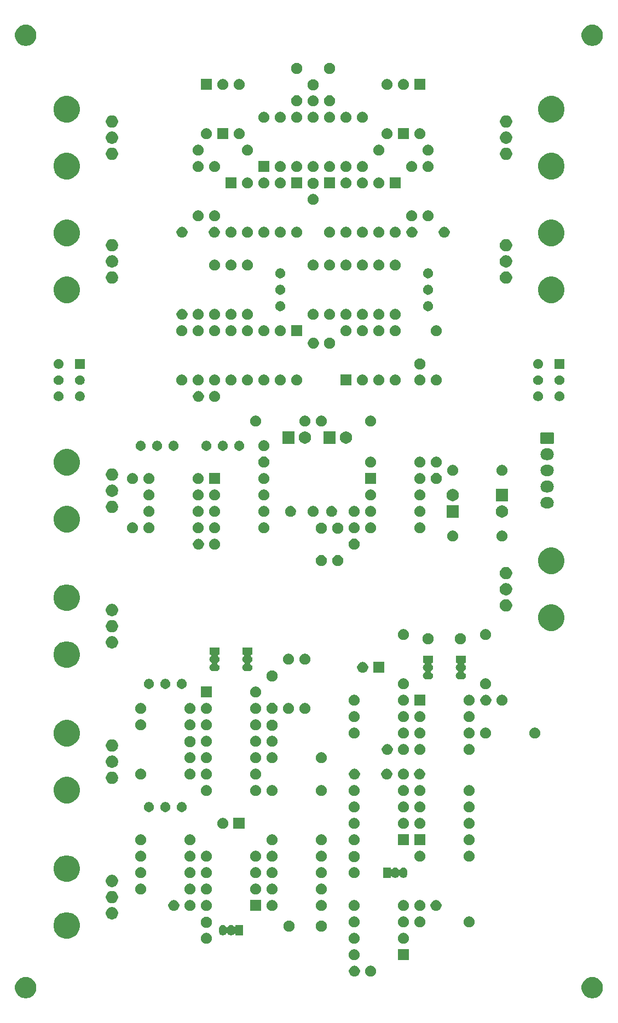
<source format=gbr>
G04 #@! TF.GenerationSoftware,KiCad,Pcbnew,(5.1.5)-3*
G04 #@! TF.CreationDate,2021-04-21T14:21:54+02:00*
G04 #@! TF.ProjectId,AnalogDrum_Bitreduced,416e616c-6f67-4447-9275-6d5f42697472,rev?*
G04 #@! TF.SameCoordinates,Original*
G04 #@! TF.FileFunction,Soldermask,Top*
G04 #@! TF.FilePolarity,Negative*
%FSLAX46Y46*%
G04 Gerber Fmt 4.6, Leading zero omitted, Abs format (unit mm)*
G04 Created by KiCad (PCBNEW (5.1.5)-3) date 2021-04-21 14:21:54*
%MOMM*%
%LPD*%
G04 APERTURE LIST*
%ADD10C,0.100000*%
G04 APERTURE END LIST*
D10*
G36*
X159125256Y-180001298D02*
G01*
X159231579Y-180022447D01*
X159532042Y-180146903D01*
X159802451Y-180327585D01*
X160032415Y-180557549D01*
X160213097Y-180827958D01*
X160337553Y-181128421D01*
X160401000Y-181447391D01*
X160401000Y-181772609D01*
X160337553Y-182091579D01*
X160213097Y-182392042D01*
X160032415Y-182662451D01*
X159802451Y-182892415D01*
X159532042Y-183073097D01*
X159231579Y-183197553D01*
X159125256Y-183218702D01*
X158912611Y-183261000D01*
X158587389Y-183261000D01*
X158374744Y-183218702D01*
X158268421Y-183197553D01*
X157967958Y-183073097D01*
X157697549Y-182892415D01*
X157467585Y-182662451D01*
X157286903Y-182392042D01*
X157162447Y-182091579D01*
X157099000Y-181772609D01*
X157099000Y-181447391D01*
X157162447Y-181128421D01*
X157286903Y-180827958D01*
X157467585Y-180557549D01*
X157697549Y-180327585D01*
X157967958Y-180146903D01*
X158268421Y-180022447D01*
X158374744Y-180001298D01*
X158587389Y-179959000D01*
X158912611Y-179959000D01*
X159125256Y-180001298D01*
G37*
G36*
X71495256Y-180001298D02*
G01*
X71601579Y-180022447D01*
X71902042Y-180146903D01*
X72172451Y-180327585D01*
X72402415Y-180557549D01*
X72583097Y-180827958D01*
X72707553Y-181128421D01*
X72771000Y-181447391D01*
X72771000Y-181772609D01*
X72707553Y-182091579D01*
X72583097Y-182392042D01*
X72402415Y-182662451D01*
X72172451Y-182892415D01*
X71902042Y-183073097D01*
X71601579Y-183197553D01*
X71495256Y-183218702D01*
X71282611Y-183261000D01*
X70957389Y-183261000D01*
X70744744Y-183218702D01*
X70638421Y-183197553D01*
X70337958Y-183073097D01*
X70067549Y-182892415D01*
X69837585Y-182662451D01*
X69656903Y-182392042D01*
X69532447Y-182091579D01*
X69469000Y-181772609D01*
X69469000Y-181447391D01*
X69532447Y-181128421D01*
X69656903Y-180827958D01*
X69837585Y-180557549D01*
X70067549Y-180327585D01*
X70337958Y-180146903D01*
X70638421Y-180022447D01*
X70744744Y-180001298D01*
X70957389Y-179959000D01*
X71282611Y-179959000D01*
X71495256Y-180001298D01*
G37*
G36*
X124708228Y-178251703D02*
G01*
X124863100Y-178315853D01*
X125002481Y-178408985D01*
X125121015Y-178527519D01*
X125214147Y-178666900D01*
X125278297Y-178821772D01*
X125311000Y-178986184D01*
X125311000Y-179153816D01*
X125278297Y-179318228D01*
X125214147Y-179473100D01*
X125121015Y-179612481D01*
X125002481Y-179731015D01*
X124863100Y-179824147D01*
X124708228Y-179888297D01*
X124543816Y-179921000D01*
X124376184Y-179921000D01*
X124211772Y-179888297D01*
X124056900Y-179824147D01*
X123917519Y-179731015D01*
X123798985Y-179612481D01*
X123705853Y-179473100D01*
X123641703Y-179318228D01*
X123609000Y-179153816D01*
X123609000Y-178986184D01*
X123641703Y-178821772D01*
X123705853Y-178666900D01*
X123798985Y-178527519D01*
X123917519Y-178408985D01*
X124056900Y-178315853D01*
X124211772Y-178251703D01*
X124376184Y-178219000D01*
X124543816Y-178219000D01*
X124708228Y-178251703D01*
G37*
G36*
X122208228Y-178251703D02*
G01*
X122363100Y-178315853D01*
X122502481Y-178408985D01*
X122621015Y-178527519D01*
X122714147Y-178666900D01*
X122778297Y-178821772D01*
X122811000Y-178986184D01*
X122811000Y-179153816D01*
X122778297Y-179318228D01*
X122714147Y-179473100D01*
X122621015Y-179612481D01*
X122502481Y-179731015D01*
X122363100Y-179824147D01*
X122208228Y-179888297D01*
X122043816Y-179921000D01*
X121876184Y-179921000D01*
X121711772Y-179888297D01*
X121556900Y-179824147D01*
X121417519Y-179731015D01*
X121298985Y-179612481D01*
X121205853Y-179473100D01*
X121141703Y-179318228D01*
X121109000Y-179153816D01*
X121109000Y-178986184D01*
X121141703Y-178821772D01*
X121205853Y-178666900D01*
X121298985Y-178527519D01*
X121417519Y-178408985D01*
X121556900Y-178315853D01*
X121711772Y-178251703D01*
X121876184Y-178219000D01*
X122043816Y-178219000D01*
X122208228Y-178251703D01*
G37*
G36*
X130391000Y-177381000D02*
G01*
X128689000Y-177381000D01*
X128689000Y-175679000D01*
X130391000Y-175679000D01*
X130391000Y-177381000D01*
G37*
G36*
X122168228Y-175711703D02*
G01*
X122323100Y-175775853D01*
X122462481Y-175868985D01*
X122581015Y-175987519D01*
X122674147Y-176126900D01*
X122738297Y-176281772D01*
X122771000Y-176446184D01*
X122771000Y-176613816D01*
X122738297Y-176778228D01*
X122674147Y-176933100D01*
X122581015Y-177072481D01*
X122462481Y-177191015D01*
X122323100Y-177284147D01*
X122168228Y-177348297D01*
X122003816Y-177381000D01*
X121836184Y-177381000D01*
X121671772Y-177348297D01*
X121516900Y-177284147D01*
X121377519Y-177191015D01*
X121258985Y-177072481D01*
X121165853Y-176933100D01*
X121101703Y-176778228D01*
X121069000Y-176613816D01*
X121069000Y-176446184D01*
X121101703Y-176281772D01*
X121165853Y-176126900D01*
X121258985Y-175987519D01*
X121377519Y-175868985D01*
X121516900Y-175775853D01*
X121671772Y-175711703D01*
X121836184Y-175679000D01*
X122003816Y-175679000D01*
X122168228Y-175711703D01*
G37*
G36*
X122168228Y-173171703D02*
G01*
X122323100Y-173235853D01*
X122462481Y-173328985D01*
X122581015Y-173447519D01*
X122674147Y-173586900D01*
X122738297Y-173741772D01*
X122771000Y-173906184D01*
X122771000Y-174073816D01*
X122738297Y-174238228D01*
X122674147Y-174393100D01*
X122581015Y-174532481D01*
X122462481Y-174651015D01*
X122323100Y-174744147D01*
X122168228Y-174808297D01*
X122003816Y-174841000D01*
X121836184Y-174841000D01*
X121671772Y-174808297D01*
X121516900Y-174744147D01*
X121377519Y-174651015D01*
X121258985Y-174532481D01*
X121165853Y-174393100D01*
X121101703Y-174238228D01*
X121069000Y-174073816D01*
X121069000Y-173906184D01*
X121101703Y-173741772D01*
X121165853Y-173586900D01*
X121258985Y-173447519D01*
X121377519Y-173328985D01*
X121516900Y-173235853D01*
X121671772Y-173171703D01*
X121836184Y-173139000D01*
X122003816Y-173139000D01*
X122168228Y-173171703D01*
G37*
G36*
X99308228Y-173171703D02*
G01*
X99463100Y-173235853D01*
X99602481Y-173328985D01*
X99721015Y-173447519D01*
X99814147Y-173586900D01*
X99878297Y-173741772D01*
X99911000Y-173906184D01*
X99911000Y-174073816D01*
X99878297Y-174238228D01*
X99814147Y-174393100D01*
X99721015Y-174532481D01*
X99602481Y-174651015D01*
X99463100Y-174744147D01*
X99308228Y-174808297D01*
X99143816Y-174841000D01*
X98976184Y-174841000D01*
X98811772Y-174808297D01*
X98656900Y-174744147D01*
X98517519Y-174651015D01*
X98398985Y-174532481D01*
X98305853Y-174393100D01*
X98241703Y-174238228D01*
X98209000Y-174073816D01*
X98209000Y-173906184D01*
X98241703Y-173741772D01*
X98305853Y-173586900D01*
X98398985Y-173447519D01*
X98517519Y-173328985D01*
X98656900Y-173235853D01*
X98811772Y-173171703D01*
X98976184Y-173139000D01*
X99143816Y-173139000D01*
X99308228Y-173171703D01*
G37*
G36*
X129788228Y-173171703D02*
G01*
X129943100Y-173235853D01*
X130082481Y-173328985D01*
X130201015Y-173447519D01*
X130294147Y-173586900D01*
X130358297Y-173741772D01*
X130391000Y-173906184D01*
X130391000Y-174073816D01*
X130358297Y-174238228D01*
X130294147Y-174393100D01*
X130201015Y-174532481D01*
X130082481Y-174651015D01*
X129943100Y-174744147D01*
X129788228Y-174808297D01*
X129623816Y-174841000D01*
X129456184Y-174841000D01*
X129291772Y-174808297D01*
X129136900Y-174744147D01*
X128997519Y-174651015D01*
X128878985Y-174532481D01*
X128785853Y-174393100D01*
X128721703Y-174238228D01*
X128689000Y-174073816D01*
X128689000Y-173906184D01*
X128721703Y-173741772D01*
X128785853Y-173586900D01*
X128878985Y-173447519D01*
X128997519Y-173328985D01*
X129136900Y-173235853D01*
X129291772Y-173171703D01*
X129456184Y-173139000D01*
X129623816Y-173139000D01*
X129788228Y-173171703D01*
G37*
G36*
X78053254Y-170022818D02*
G01*
X78426511Y-170177426D01*
X78426513Y-170177427D01*
X78762436Y-170401884D01*
X79048116Y-170687564D01*
X79263196Y-171009453D01*
X79272574Y-171023489D01*
X79427182Y-171396746D01*
X79506000Y-171792993D01*
X79506000Y-172197007D01*
X79427182Y-172593254D01*
X79363906Y-172746015D01*
X79272573Y-172966513D01*
X79048116Y-173302436D01*
X78762436Y-173588116D01*
X78426513Y-173812573D01*
X78426512Y-173812574D01*
X78426511Y-173812574D01*
X78053254Y-173967182D01*
X77657007Y-174046000D01*
X77252993Y-174046000D01*
X76856746Y-173967182D01*
X76483489Y-173812574D01*
X76483488Y-173812574D01*
X76483487Y-173812573D01*
X76147564Y-173588116D01*
X75861884Y-173302436D01*
X75637427Y-172966513D01*
X75546094Y-172746015D01*
X75482818Y-172593254D01*
X75404000Y-172197007D01*
X75404000Y-171792993D01*
X75482818Y-171396746D01*
X75637426Y-171023489D01*
X75646805Y-171009453D01*
X75861884Y-170687564D01*
X76147564Y-170401884D01*
X76483487Y-170177427D01*
X76483489Y-170177426D01*
X76856746Y-170022818D01*
X77252993Y-169944000D01*
X77657007Y-169944000D01*
X78053254Y-170022818D01*
G37*
G36*
X102982916Y-171927334D02*
G01*
X103091492Y-171960271D01*
X103091495Y-171960272D01*
X103127601Y-171979571D01*
X103191557Y-172013756D01*
X103279264Y-172085736D01*
X103342383Y-172162646D01*
X103359702Y-172179965D01*
X103380077Y-172193579D01*
X103402716Y-172202957D01*
X103426749Y-172207737D01*
X103451253Y-172207737D01*
X103475286Y-172202957D01*
X103497925Y-172193579D01*
X103518299Y-172179966D01*
X103535626Y-172162639D01*
X103549240Y-172142264D01*
X103558618Y-172119625D01*
X103563398Y-172095592D01*
X103564000Y-172083340D01*
X103564000Y-171919000D01*
X104716000Y-171919000D01*
X104716000Y-173521000D01*
X103564000Y-173521000D01*
X103564000Y-173356660D01*
X103561598Y-173332274D01*
X103554485Y-173308825D01*
X103542934Y-173287214D01*
X103527389Y-173268272D01*
X103508447Y-173252727D01*
X103486836Y-173241176D01*
X103463387Y-173234063D01*
X103439001Y-173231661D01*
X103414615Y-173234063D01*
X103391166Y-173241176D01*
X103369555Y-173252727D01*
X103342381Y-173277356D01*
X103279264Y-173354264D01*
X103191556Y-173426244D01*
X103127600Y-173460429D01*
X103091494Y-173479728D01*
X103091491Y-173479729D01*
X102982915Y-173512666D01*
X102870000Y-173523787D01*
X102757084Y-173512666D01*
X102648508Y-173479729D01*
X102648505Y-173479728D01*
X102612399Y-173460429D01*
X102548443Y-173426244D01*
X102460736Y-173354264D01*
X102388756Y-173266556D01*
X102345239Y-173185140D01*
X102331625Y-173164766D01*
X102314298Y-173147439D01*
X102293924Y-173133825D01*
X102271285Y-173124448D01*
X102247251Y-173119668D01*
X102222747Y-173119668D01*
X102198714Y-173124449D01*
X102176075Y-173133826D01*
X102155701Y-173147440D01*
X102138374Y-173164767D01*
X102124762Y-173185140D01*
X102081244Y-173266557D01*
X102009264Y-173354264D01*
X101921556Y-173426244D01*
X101857600Y-173460429D01*
X101821494Y-173479728D01*
X101821491Y-173479729D01*
X101712915Y-173512666D01*
X101600000Y-173523787D01*
X101487084Y-173512666D01*
X101378508Y-173479729D01*
X101378505Y-173479728D01*
X101342399Y-173460429D01*
X101278443Y-173426244D01*
X101190736Y-173354264D01*
X101118756Y-173266556D01*
X101075239Y-173185140D01*
X101065272Y-173166494D01*
X101059492Y-173147440D01*
X101032334Y-173057915D01*
X101024000Y-172973297D01*
X101024000Y-172466702D01*
X101032334Y-172382084D01*
X101065271Y-172273508D01*
X101065272Y-172273505D01*
X101118756Y-172173445D01*
X101118757Y-172173443D01*
X101190737Y-172085736D01*
X101278444Y-172013756D01*
X101342400Y-171979571D01*
X101378506Y-171960272D01*
X101378509Y-171960271D01*
X101487085Y-171927334D01*
X101600000Y-171916213D01*
X101712916Y-171927334D01*
X101821492Y-171960271D01*
X101821495Y-171960272D01*
X101857601Y-171979571D01*
X101921557Y-172013756D01*
X102009264Y-172085736D01*
X102081244Y-172173443D01*
X102099574Y-172207737D01*
X102124761Y-172254859D01*
X102138375Y-172275234D01*
X102155702Y-172292561D01*
X102176076Y-172306174D01*
X102198715Y-172315552D01*
X102222748Y-172320332D01*
X102247252Y-172320332D01*
X102271285Y-172315552D01*
X102293924Y-172306174D01*
X102314299Y-172292560D01*
X102331626Y-172275233D01*
X102345239Y-172254859D01*
X102388756Y-172173445D01*
X102388757Y-172173443D01*
X102460737Y-172085736D01*
X102548444Y-172013756D01*
X102612400Y-171979571D01*
X102648506Y-171960272D01*
X102648509Y-171960271D01*
X102757085Y-171927334D01*
X102870000Y-171916213D01*
X102982916Y-171927334D01*
G37*
G36*
X117088228Y-171266703D02*
G01*
X117243100Y-171330853D01*
X117382481Y-171423985D01*
X117501015Y-171542519D01*
X117594147Y-171681900D01*
X117658297Y-171836772D01*
X117691000Y-172001184D01*
X117691000Y-172168816D01*
X117658297Y-172333228D01*
X117594147Y-172488100D01*
X117501015Y-172627481D01*
X117382481Y-172746015D01*
X117243100Y-172839147D01*
X117088228Y-172903297D01*
X116923816Y-172936000D01*
X116756184Y-172936000D01*
X116591772Y-172903297D01*
X116436900Y-172839147D01*
X116297519Y-172746015D01*
X116178985Y-172627481D01*
X116085853Y-172488100D01*
X116021703Y-172333228D01*
X115989000Y-172168816D01*
X115989000Y-172001184D01*
X116021703Y-171836772D01*
X116085853Y-171681900D01*
X116178985Y-171542519D01*
X116297519Y-171423985D01*
X116436900Y-171330853D01*
X116591772Y-171266703D01*
X116756184Y-171234000D01*
X116923816Y-171234000D01*
X117088228Y-171266703D01*
G37*
G36*
X112088228Y-171266703D02*
G01*
X112243100Y-171330853D01*
X112382481Y-171423985D01*
X112501015Y-171542519D01*
X112594147Y-171681900D01*
X112658297Y-171836772D01*
X112691000Y-172001184D01*
X112691000Y-172168816D01*
X112658297Y-172333228D01*
X112594147Y-172488100D01*
X112501015Y-172627481D01*
X112382481Y-172746015D01*
X112243100Y-172839147D01*
X112088228Y-172903297D01*
X111923816Y-172936000D01*
X111756184Y-172936000D01*
X111591772Y-172903297D01*
X111436900Y-172839147D01*
X111297519Y-172746015D01*
X111178985Y-172627481D01*
X111085853Y-172488100D01*
X111021703Y-172333228D01*
X110989000Y-172168816D01*
X110989000Y-172001184D01*
X111021703Y-171836772D01*
X111085853Y-171681900D01*
X111178985Y-171542519D01*
X111297519Y-171423985D01*
X111436900Y-171330853D01*
X111591772Y-171266703D01*
X111756184Y-171234000D01*
X111923816Y-171234000D01*
X112088228Y-171266703D01*
G37*
G36*
X99308228Y-170671703D02*
G01*
X99463100Y-170735853D01*
X99602481Y-170828985D01*
X99721015Y-170947519D01*
X99814147Y-171086900D01*
X99878297Y-171241772D01*
X99911000Y-171406184D01*
X99911000Y-171573816D01*
X99878297Y-171738228D01*
X99814147Y-171893100D01*
X99721015Y-172032481D01*
X99602481Y-172151015D01*
X99463100Y-172244147D01*
X99308228Y-172308297D01*
X99143816Y-172341000D01*
X98976184Y-172341000D01*
X98811772Y-172308297D01*
X98656900Y-172244147D01*
X98517519Y-172151015D01*
X98398985Y-172032481D01*
X98305853Y-171893100D01*
X98241703Y-171738228D01*
X98209000Y-171573816D01*
X98209000Y-171406184D01*
X98241703Y-171241772D01*
X98305853Y-171086900D01*
X98398985Y-170947519D01*
X98517519Y-170828985D01*
X98656900Y-170735853D01*
X98811772Y-170671703D01*
X98976184Y-170639000D01*
X99143816Y-170639000D01*
X99308228Y-170671703D01*
G37*
G36*
X132328228Y-170631703D02*
G01*
X132483100Y-170695853D01*
X132622481Y-170788985D01*
X132741015Y-170907519D01*
X132834147Y-171046900D01*
X132898297Y-171201772D01*
X132931000Y-171366184D01*
X132931000Y-171533816D01*
X132898297Y-171698228D01*
X132834147Y-171853100D01*
X132741015Y-171992481D01*
X132622481Y-172111015D01*
X132483100Y-172204147D01*
X132328228Y-172268297D01*
X132163816Y-172301000D01*
X131996184Y-172301000D01*
X131831772Y-172268297D01*
X131676900Y-172204147D01*
X131537519Y-172111015D01*
X131418985Y-171992481D01*
X131325853Y-171853100D01*
X131261703Y-171698228D01*
X131229000Y-171533816D01*
X131229000Y-171366184D01*
X131261703Y-171201772D01*
X131325853Y-171046900D01*
X131418985Y-170907519D01*
X131537519Y-170788985D01*
X131676900Y-170695853D01*
X131831772Y-170631703D01*
X131996184Y-170599000D01*
X132163816Y-170599000D01*
X132328228Y-170631703D01*
G37*
G36*
X129788228Y-170631703D02*
G01*
X129943100Y-170695853D01*
X130082481Y-170788985D01*
X130201015Y-170907519D01*
X130294147Y-171046900D01*
X130358297Y-171201772D01*
X130391000Y-171366184D01*
X130391000Y-171533816D01*
X130358297Y-171698228D01*
X130294147Y-171853100D01*
X130201015Y-171992481D01*
X130082481Y-172111015D01*
X129943100Y-172204147D01*
X129788228Y-172268297D01*
X129623816Y-172301000D01*
X129456184Y-172301000D01*
X129291772Y-172268297D01*
X129136900Y-172204147D01*
X128997519Y-172111015D01*
X128878985Y-171992481D01*
X128785853Y-171853100D01*
X128721703Y-171698228D01*
X128689000Y-171533816D01*
X128689000Y-171366184D01*
X128721703Y-171201772D01*
X128785853Y-171046900D01*
X128878985Y-170907519D01*
X128997519Y-170788985D01*
X129136900Y-170695853D01*
X129291772Y-170631703D01*
X129456184Y-170599000D01*
X129623816Y-170599000D01*
X129788228Y-170631703D01*
G37*
G36*
X122168228Y-170631703D02*
G01*
X122323100Y-170695853D01*
X122462481Y-170788985D01*
X122581015Y-170907519D01*
X122674147Y-171046900D01*
X122738297Y-171201772D01*
X122771000Y-171366184D01*
X122771000Y-171533816D01*
X122738297Y-171698228D01*
X122674147Y-171853100D01*
X122581015Y-171992481D01*
X122462481Y-172111015D01*
X122323100Y-172204147D01*
X122168228Y-172268297D01*
X122003816Y-172301000D01*
X121836184Y-172301000D01*
X121671772Y-172268297D01*
X121516900Y-172204147D01*
X121377519Y-172111015D01*
X121258985Y-171992481D01*
X121165853Y-171853100D01*
X121101703Y-171698228D01*
X121069000Y-171533816D01*
X121069000Y-171366184D01*
X121101703Y-171201772D01*
X121165853Y-171046900D01*
X121258985Y-170907519D01*
X121377519Y-170788985D01*
X121516900Y-170695853D01*
X121671772Y-170631703D01*
X121836184Y-170599000D01*
X122003816Y-170599000D01*
X122168228Y-170631703D01*
G37*
G36*
X139948228Y-170631703D02*
G01*
X140103100Y-170695853D01*
X140242481Y-170788985D01*
X140361015Y-170907519D01*
X140454147Y-171046900D01*
X140518297Y-171201772D01*
X140551000Y-171366184D01*
X140551000Y-171533816D01*
X140518297Y-171698228D01*
X140454147Y-171853100D01*
X140361015Y-171992481D01*
X140242481Y-172111015D01*
X140103100Y-172204147D01*
X139948228Y-172268297D01*
X139783816Y-172301000D01*
X139616184Y-172301000D01*
X139451772Y-172268297D01*
X139296900Y-172204147D01*
X139157519Y-172111015D01*
X139038985Y-171992481D01*
X138945853Y-171853100D01*
X138881703Y-171698228D01*
X138849000Y-171533816D01*
X138849000Y-171366184D01*
X138881703Y-171201772D01*
X138945853Y-171046900D01*
X139038985Y-170907519D01*
X139157519Y-170788985D01*
X139296900Y-170695853D01*
X139451772Y-170631703D01*
X139616184Y-170599000D01*
X139783816Y-170599000D01*
X139948228Y-170631703D01*
G37*
G36*
X84732395Y-169180546D02*
G01*
X84905466Y-169252234D01*
X84905467Y-169252235D01*
X85061227Y-169356310D01*
X85193690Y-169488773D01*
X85193691Y-169488775D01*
X85297766Y-169644534D01*
X85369454Y-169817605D01*
X85406000Y-170001333D01*
X85406000Y-170188667D01*
X85369454Y-170372395D01*
X85297766Y-170545466D01*
X85297765Y-170545467D01*
X85193690Y-170701227D01*
X85061227Y-170833690D01*
X84982818Y-170886081D01*
X84905466Y-170937766D01*
X84732395Y-171009454D01*
X84548667Y-171046000D01*
X84361333Y-171046000D01*
X84177605Y-171009454D01*
X84004534Y-170937766D01*
X83927182Y-170886081D01*
X83848773Y-170833690D01*
X83716310Y-170701227D01*
X83612235Y-170545467D01*
X83612234Y-170545466D01*
X83540546Y-170372395D01*
X83504000Y-170188667D01*
X83504000Y-170001333D01*
X83540546Y-169817605D01*
X83612234Y-169644534D01*
X83716309Y-169488775D01*
X83716310Y-169488773D01*
X83848773Y-169356310D01*
X84004533Y-169252235D01*
X84004534Y-169252234D01*
X84177605Y-169180546D01*
X84361333Y-169144000D01*
X84548667Y-169144000D01*
X84732395Y-169180546D01*
G37*
G36*
X99308228Y-168091703D02*
G01*
X99463100Y-168155853D01*
X99602481Y-168248985D01*
X99721015Y-168367519D01*
X99814147Y-168506900D01*
X99878297Y-168661772D01*
X99911000Y-168826184D01*
X99911000Y-168993816D01*
X99878297Y-169158228D01*
X99814147Y-169313100D01*
X99721015Y-169452481D01*
X99602481Y-169571015D01*
X99463100Y-169664147D01*
X99308228Y-169728297D01*
X99143816Y-169761000D01*
X98976184Y-169761000D01*
X98811772Y-169728297D01*
X98656900Y-169664147D01*
X98517519Y-169571015D01*
X98398985Y-169452481D01*
X98305853Y-169313100D01*
X98241703Y-169158228D01*
X98209000Y-168993816D01*
X98209000Y-168826184D01*
X98241703Y-168661772D01*
X98305853Y-168506900D01*
X98398985Y-168367519D01*
X98517519Y-168248985D01*
X98656900Y-168155853D01*
X98811772Y-168091703D01*
X98976184Y-168059000D01*
X99143816Y-168059000D01*
X99308228Y-168091703D01*
G37*
G36*
X107531000Y-169761000D02*
G01*
X105829000Y-169761000D01*
X105829000Y-168059000D01*
X107531000Y-168059000D01*
X107531000Y-169761000D01*
G37*
G36*
X109468228Y-168091703D02*
G01*
X109623100Y-168155853D01*
X109762481Y-168248985D01*
X109881015Y-168367519D01*
X109974147Y-168506900D01*
X110038297Y-168661772D01*
X110071000Y-168826184D01*
X110071000Y-168993816D01*
X110038297Y-169158228D01*
X109974147Y-169313100D01*
X109881015Y-169452481D01*
X109762481Y-169571015D01*
X109623100Y-169664147D01*
X109468228Y-169728297D01*
X109303816Y-169761000D01*
X109136184Y-169761000D01*
X108971772Y-169728297D01*
X108816900Y-169664147D01*
X108677519Y-169571015D01*
X108558985Y-169452481D01*
X108465853Y-169313100D01*
X108401703Y-169158228D01*
X108369000Y-168993816D01*
X108369000Y-168826184D01*
X108401703Y-168661772D01*
X108465853Y-168506900D01*
X108558985Y-168367519D01*
X108677519Y-168248985D01*
X108816900Y-168155853D01*
X108971772Y-168091703D01*
X109136184Y-168059000D01*
X109303816Y-168059000D01*
X109468228Y-168091703D01*
G37*
G36*
X122168228Y-168091703D02*
G01*
X122323100Y-168155853D01*
X122462481Y-168248985D01*
X122581015Y-168367519D01*
X122674147Y-168506900D01*
X122738297Y-168661772D01*
X122771000Y-168826184D01*
X122771000Y-168993816D01*
X122738297Y-169158228D01*
X122674147Y-169313100D01*
X122581015Y-169452481D01*
X122462481Y-169571015D01*
X122323100Y-169664147D01*
X122168228Y-169728297D01*
X122003816Y-169761000D01*
X121836184Y-169761000D01*
X121671772Y-169728297D01*
X121516900Y-169664147D01*
X121377519Y-169571015D01*
X121258985Y-169452481D01*
X121165853Y-169313100D01*
X121101703Y-169158228D01*
X121069000Y-168993816D01*
X121069000Y-168826184D01*
X121101703Y-168661772D01*
X121165853Y-168506900D01*
X121258985Y-168367519D01*
X121377519Y-168248985D01*
X121516900Y-168155853D01*
X121671772Y-168091703D01*
X121836184Y-168059000D01*
X122003816Y-168059000D01*
X122168228Y-168091703D01*
G37*
G36*
X117088228Y-168091703D02*
G01*
X117243100Y-168155853D01*
X117382481Y-168248985D01*
X117501015Y-168367519D01*
X117594147Y-168506900D01*
X117658297Y-168661772D01*
X117691000Y-168826184D01*
X117691000Y-168993816D01*
X117658297Y-169158228D01*
X117594147Y-169313100D01*
X117501015Y-169452481D01*
X117382481Y-169571015D01*
X117243100Y-169664147D01*
X117088228Y-169728297D01*
X116923816Y-169761000D01*
X116756184Y-169761000D01*
X116591772Y-169728297D01*
X116436900Y-169664147D01*
X116297519Y-169571015D01*
X116178985Y-169452481D01*
X116085853Y-169313100D01*
X116021703Y-169158228D01*
X115989000Y-168993816D01*
X115989000Y-168826184D01*
X116021703Y-168661772D01*
X116085853Y-168506900D01*
X116178985Y-168367519D01*
X116297519Y-168248985D01*
X116436900Y-168155853D01*
X116591772Y-168091703D01*
X116756184Y-168059000D01*
X116923816Y-168059000D01*
X117088228Y-168091703D01*
G37*
G36*
X134828228Y-168091703D02*
G01*
X134983100Y-168155853D01*
X135122481Y-168248985D01*
X135241015Y-168367519D01*
X135334147Y-168506900D01*
X135398297Y-168661772D01*
X135431000Y-168826184D01*
X135431000Y-168993816D01*
X135398297Y-169158228D01*
X135334147Y-169313100D01*
X135241015Y-169452481D01*
X135122481Y-169571015D01*
X134983100Y-169664147D01*
X134828228Y-169728297D01*
X134663816Y-169761000D01*
X134496184Y-169761000D01*
X134331772Y-169728297D01*
X134176900Y-169664147D01*
X134037519Y-169571015D01*
X133918985Y-169452481D01*
X133825853Y-169313100D01*
X133761703Y-169158228D01*
X133729000Y-168993816D01*
X133729000Y-168826184D01*
X133761703Y-168661772D01*
X133825853Y-168506900D01*
X133918985Y-168367519D01*
X134037519Y-168248985D01*
X134176900Y-168155853D01*
X134331772Y-168091703D01*
X134496184Y-168059000D01*
X134663816Y-168059000D01*
X134828228Y-168091703D01*
G37*
G36*
X129788228Y-168091703D02*
G01*
X129943100Y-168155853D01*
X130082481Y-168248985D01*
X130201015Y-168367519D01*
X130294147Y-168506900D01*
X130358297Y-168661772D01*
X130391000Y-168826184D01*
X130391000Y-168993816D01*
X130358297Y-169158228D01*
X130294147Y-169313100D01*
X130201015Y-169452481D01*
X130082481Y-169571015D01*
X129943100Y-169664147D01*
X129788228Y-169728297D01*
X129623816Y-169761000D01*
X129456184Y-169761000D01*
X129291772Y-169728297D01*
X129136900Y-169664147D01*
X128997519Y-169571015D01*
X128878985Y-169452481D01*
X128785853Y-169313100D01*
X128721703Y-169158228D01*
X128689000Y-168993816D01*
X128689000Y-168826184D01*
X128721703Y-168661772D01*
X128785853Y-168506900D01*
X128878985Y-168367519D01*
X128997519Y-168248985D01*
X129136900Y-168155853D01*
X129291772Y-168091703D01*
X129456184Y-168059000D01*
X129623816Y-168059000D01*
X129788228Y-168091703D01*
G37*
G36*
X94268228Y-168091703D02*
G01*
X94423100Y-168155853D01*
X94562481Y-168248985D01*
X94681015Y-168367519D01*
X94774147Y-168506900D01*
X94838297Y-168661772D01*
X94871000Y-168826184D01*
X94871000Y-168993816D01*
X94838297Y-169158228D01*
X94774147Y-169313100D01*
X94681015Y-169452481D01*
X94562481Y-169571015D01*
X94423100Y-169664147D01*
X94268228Y-169728297D01*
X94103816Y-169761000D01*
X93936184Y-169761000D01*
X93771772Y-169728297D01*
X93616900Y-169664147D01*
X93477519Y-169571015D01*
X93358985Y-169452481D01*
X93265853Y-169313100D01*
X93201703Y-169158228D01*
X93169000Y-168993816D01*
X93169000Y-168826184D01*
X93201703Y-168661772D01*
X93265853Y-168506900D01*
X93358985Y-168367519D01*
X93477519Y-168248985D01*
X93616900Y-168155853D01*
X93771772Y-168091703D01*
X93936184Y-168059000D01*
X94103816Y-168059000D01*
X94268228Y-168091703D01*
G37*
G36*
X96768228Y-168091703D02*
G01*
X96923100Y-168155853D01*
X97062481Y-168248985D01*
X97181015Y-168367519D01*
X97274147Y-168506900D01*
X97338297Y-168661772D01*
X97371000Y-168826184D01*
X97371000Y-168993816D01*
X97338297Y-169158228D01*
X97274147Y-169313100D01*
X97181015Y-169452481D01*
X97062481Y-169571015D01*
X96923100Y-169664147D01*
X96768228Y-169728297D01*
X96603816Y-169761000D01*
X96436184Y-169761000D01*
X96271772Y-169728297D01*
X96116900Y-169664147D01*
X95977519Y-169571015D01*
X95858985Y-169452481D01*
X95765853Y-169313100D01*
X95701703Y-169158228D01*
X95669000Y-168993816D01*
X95669000Y-168826184D01*
X95701703Y-168661772D01*
X95765853Y-168506900D01*
X95858985Y-168367519D01*
X95977519Y-168248985D01*
X96116900Y-168155853D01*
X96271772Y-168091703D01*
X96436184Y-168059000D01*
X96603816Y-168059000D01*
X96768228Y-168091703D01*
G37*
G36*
X132328228Y-168091703D02*
G01*
X132483100Y-168155853D01*
X132622481Y-168248985D01*
X132741015Y-168367519D01*
X132834147Y-168506900D01*
X132898297Y-168661772D01*
X132931000Y-168826184D01*
X132931000Y-168993816D01*
X132898297Y-169158228D01*
X132834147Y-169313100D01*
X132741015Y-169452481D01*
X132622481Y-169571015D01*
X132483100Y-169664147D01*
X132328228Y-169728297D01*
X132163816Y-169761000D01*
X131996184Y-169761000D01*
X131831772Y-169728297D01*
X131676900Y-169664147D01*
X131537519Y-169571015D01*
X131418985Y-169452481D01*
X131325853Y-169313100D01*
X131261703Y-169158228D01*
X131229000Y-168993816D01*
X131229000Y-168826184D01*
X131261703Y-168661772D01*
X131325853Y-168506900D01*
X131418985Y-168367519D01*
X131537519Y-168248985D01*
X131676900Y-168155853D01*
X131831772Y-168091703D01*
X131996184Y-168059000D01*
X132163816Y-168059000D01*
X132328228Y-168091703D01*
G37*
G36*
X84732395Y-166680546D02*
G01*
X84905466Y-166752234D01*
X84936694Y-166773100D01*
X85061227Y-166856310D01*
X85193690Y-166988773D01*
X85193691Y-166988775D01*
X85297766Y-167144534D01*
X85369454Y-167317605D01*
X85406000Y-167501333D01*
X85406000Y-167688667D01*
X85369454Y-167872395D01*
X85297766Y-168045466D01*
X85297765Y-168045467D01*
X85193690Y-168201227D01*
X85061227Y-168333690D01*
X84982818Y-168386081D01*
X84905466Y-168437766D01*
X84732395Y-168509454D01*
X84548667Y-168546000D01*
X84361333Y-168546000D01*
X84177605Y-168509454D01*
X84004534Y-168437766D01*
X83927182Y-168386081D01*
X83848773Y-168333690D01*
X83716310Y-168201227D01*
X83612235Y-168045467D01*
X83612234Y-168045466D01*
X83540546Y-167872395D01*
X83504000Y-167688667D01*
X83504000Y-167501333D01*
X83540546Y-167317605D01*
X83612234Y-167144534D01*
X83716309Y-166988775D01*
X83716310Y-166988773D01*
X83848773Y-166856310D01*
X83973306Y-166773100D01*
X84004534Y-166752234D01*
X84177605Y-166680546D01*
X84361333Y-166644000D01*
X84548667Y-166644000D01*
X84732395Y-166680546D01*
G37*
G36*
X106928228Y-165551703D02*
G01*
X107083100Y-165615853D01*
X107222481Y-165708985D01*
X107341015Y-165827519D01*
X107434147Y-165966900D01*
X107498297Y-166121772D01*
X107531000Y-166286184D01*
X107531000Y-166453816D01*
X107498297Y-166618228D01*
X107434147Y-166773100D01*
X107341015Y-166912481D01*
X107222481Y-167031015D01*
X107083100Y-167124147D01*
X106928228Y-167188297D01*
X106763816Y-167221000D01*
X106596184Y-167221000D01*
X106431772Y-167188297D01*
X106276900Y-167124147D01*
X106137519Y-167031015D01*
X106018985Y-166912481D01*
X105925853Y-166773100D01*
X105861703Y-166618228D01*
X105829000Y-166453816D01*
X105829000Y-166286184D01*
X105861703Y-166121772D01*
X105925853Y-165966900D01*
X106018985Y-165827519D01*
X106137519Y-165708985D01*
X106276900Y-165615853D01*
X106431772Y-165551703D01*
X106596184Y-165519000D01*
X106763816Y-165519000D01*
X106928228Y-165551703D01*
G37*
G36*
X117088228Y-165551703D02*
G01*
X117243100Y-165615853D01*
X117382481Y-165708985D01*
X117501015Y-165827519D01*
X117594147Y-165966900D01*
X117658297Y-166121772D01*
X117691000Y-166286184D01*
X117691000Y-166453816D01*
X117658297Y-166618228D01*
X117594147Y-166773100D01*
X117501015Y-166912481D01*
X117382481Y-167031015D01*
X117243100Y-167124147D01*
X117088228Y-167188297D01*
X116923816Y-167221000D01*
X116756184Y-167221000D01*
X116591772Y-167188297D01*
X116436900Y-167124147D01*
X116297519Y-167031015D01*
X116178985Y-166912481D01*
X116085853Y-166773100D01*
X116021703Y-166618228D01*
X115989000Y-166453816D01*
X115989000Y-166286184D01*
X116021703Y-166121772D01*
X116085853Y-165966900D01*
X116178985Y-165827519D01*
X116297519Y-165708985D01*
X116436900Y-165615853D01*
X116591772Y-165551703D01*
X116756184Y-165519000D01*
X116923816Y-165519000D01*
X117088228Y-165551703D01*
G37*
G36*
X96768228Y-165551703D02*
G01*
X96923100Y-165615853D01*
X97062481Y-165708985D01*
X97181015Y-165827519D01*
X97274147Y-165966900D01*
X97338297Y-166121772D01*
X97371000Y-166286184D01*
X97371000Y-166453816D01*
X97338297Y-166618228D01*
X97274147Y-166773100D01*
X97181015Y-166912481D01*
X97062481Y-167031015D01*
X96923100Y-167124147D01*
X96768228Y-167188297D01*
X96603816Y-167221000D01*
X96436184Y-167221000D01*
X96271772Y-167188297D01*
X96116900Y-167124147D01*
X95977519Y-167031015D01*
X95858985Y-166912481D01*
X95765853Y-166773100D01*
X95701703Y-166618228D01*
X95669000Y-166453816D01*
X95669000Y-166286184D01*
X95701703Y-166121772D01*
X95765853Y-165966900D01*
X95858985Y-165827519D01*
X95977519Y-165708985D01*
X96116900Y-165615853D01*
X96271772Y-165551703D01*
X96436184Y-165519000D01*
X96603816Y-165519000D01*
X96768228Y-165551703D01*
G37*
G36*
X99308228Y-165551703D02*
G01*
X99463100Y-165615853D01*
X99602481Y-165708985D01*
X99721015Y-165827519D01*
X99814147Y-165966900D01*
X99878297Y-166121772D01*
X99911000Y-166286184D01*
X99911000Y-166453816D01*
X99878297Y-166618228D01*
X99814147Y-166773100D01*
X99721015Y-166912481D01*
X99602481Y-167031015D01*
X99463100Y-167124147D01*
X99308228Y-167188297D01*
X99143816Y-167221000D01*
X98976184Y-167221000D01*
X98811772Y-167188297D01*
X98656900Y-167124147D01*
X98517519Y-167031015D01*
X98398985Y-166912481D01*
X98305853Y-166773100D01*
X98241703Y-166618228D01*
X98209000Y-166453816D01*
X98209000Y-166286184D01*
X98241703Y-166121772D01*
X98305853Y-165966900D01*
X98398985Y-165827519D01*
X98517519Y-165708985D01*
X98656900Y-165615853D01*
X98811772Y-165551703D01*
X98976184Y-165519000D01*
X99143816Y-165519000D01*
X99308228Y-165551703D01*
G37*
G36*
X89148228Y-165551703D02*
G01*
X89303100Y-165615853D01*
X89442481Y-165708985D01*
X89561015Y-165827519D01*
X89654147Y-165966900D01*
X89718297Y-166121772D01*
X89751000Y-166286184D01*
X89751000Y-166453816D01*
X89718297Y-166618228D01*
X89654147Y-166773100D01*
X89561015Y-166912481D01*
X89442481Y-167031015D01*
X89303100Y-167124147D01*
X89148228Y-167188297D01*
X88983816Y-167221000D01*
X88816184Y-167221000D01*
X88651772Y-167188297D01*
X88496900Y-167124147D01*
X88357519Y-167031015D01*
X88238985Y-166912481D01*
X88145853Y-166773100D01*
X88081703Y-166618228D01*
X88049000Y-166453816D01*
X88049000Y-166286184D01*
X88081703Y-166121772D01*
X88145853Y-165966900D01*
X88238985Y-165827519D01*
X88357519Y-165708985D01*
X88496900Y-165615853D01*
X88651772Y-165551703D01*
X88816184Y-165519000D01*
X88983816Y-165519000D01*
X89148228Y-165551703D01*
G37*
G36*
X109468228Y-165551703D02*
G01*
X109623100Y-165615853D01*
X109762481Y-165708985D01*
X109881015Y-165827519D01*
X109974147Y-165966900D01*
X110038297Y-166121772D01*
X110071000Y-166286184D01*
X110071000Y-166453816D01*
X110038297Y-166618228D01*
X109974147Y-166773100D01*
X109881015Y-166912481D01*
X109762481Y-167031015D01*
X109623100Y-167124147D01*
X109468228Y-167188297D01*
X109303816Y-167221000D01*
X109136184Y-167221000D01*
X108971772Y-167188297D01*
X108816900Y-167124147D01*
X108677519Y-167031015D01*
X108558985Y-166912481D01*
X108465853Y-166773100D01*
X108401703Y-166618228D01*
X108369000Y-166453816D01*
X108369000Y-166286184D01*
X108401703Y-166121772D01*
X108465853Y-165966900D01*
X108558985Y-165827519D01*
X108677519Y-165708985D01*
X108816900Y-165615853D01*
X108971772Y-165551703D01*
X109136184Y-165519000D01*
X109303816Y-165519000D01*
X109468228Y-165551703D01*
G37*
G36*
X84732395Y-164180546D02*
G01*
X84905466Y-164252234D01*
X84941775Y-164276495D01*
X85061227Y-164356310D01*
X85193690Y-164488773D01*
X85193691Y-164488775D01*
X85297766Y-164644534D01*
X85369454Y-164817605D01*
X85406000Y-165001333D01*
X85406000Y-165188667D01*
X85369454Y-165372395D01*
X85297766Y-165545466D01*
X85250735Y-165615853D01*
X85193690Y-165701227D01*
X85061227Y-165833690D01*
X84982818Y-165886081D01*
X84905466Y-165937766D01*
X84732395Y-166009454D01*
X84548667Y-166046000D01*
X84361333Y-166046000D01*
X84177605Y-166009454D01*
X84004534Y-165937766D01*
X83927182Y-165886081D01*
X83848773Y-165833690D01*
X83716310Y-165701227D01*
X83659265Y-165615853D01*
X83612234Y-165545466D01*
X83540546Y-165372395D01*
X83504000Y-165188667D01*
X83504000Y-165001333D01*
X83540546Y-164817605D01*
X83612234Y-164644534D01*
X83716309Y-164488775D01*
X83716310Y-164488773D01*
X83848773Y-164356310D01*
X83968225Y-164276495D01*
X84004534Y-164252234D01*
X84177605Y-164180546D01*
X84361333Y-164144000D01*
X84548667Y-164144000D01*
X84732395Y-164180546D01*
G37*
G36*
X78053254Y-161222818D02*
G01*
X78426511Y-161377426D01*
X78426513Y-161377427D01*
X78762436Y-161601884D01*
X79048116Y-161887564D01*
X79222333Y-162148297D01*
X79272574Y-162223489D01*
X79427182Y-162596746D01*
X79506000Y-162992993D01*
X79506000Y-163397007D01*
X79427182Y-163793254D01*
X79307046Y-164083288D01*
X79272573Y-164166513D01*
X79048116Y-164502436D01*
X78762436Y-164788116D01*
X78426513Y-165012573D01*
X78426512Y-165012574D01*
X78426511Y-165012574D01*
X78053254Y-165167182D01*
X77657007Y-165246000D01*
X77252993Y-165246000D01*
X76856746Y-165167182D01*
X76483489Y-165012574D01*
X76483488Y-165012574D01*
X76483487Y-165012573D01*
X76147564Y-164788116D01*
X75861884Y-164502436D01*
X75637427Y-164166513D01*
X75602954Y-164083288D01*
X75482818Y-163793254D01*
X75404000Y-163397007D01*
X75404000Y-162992993D01*
X75482818Y-162596746D01*
X75637426Y-162223489D01*
X75687668Y-162148297D01*
X75861884Y-161887564D01*
X76147564Y-161601884D01*
X76483487Y-161377427D01*
X76483489Y-161377426D01*
X76856746Y-161222818D01*
X77252993Y-161144000D01*
X77657007Y-161144000D01*
X78053254Y-161222818D01*
G37*
G36*
X117088228Y-163011703D02*
G01*
X117243100Y-163075853D01*
X117382481Y-163168985D01*
X117501015Y-163287519D01*
X117594147Y-163426900D01*
X117658297Y-163581772D01*
X117691000Y-163746184D01*
X117691000Y-163913816D01*
X117658297Y-164078228D01*
X117594147Y-164233100D01*
X117501015Y-164372481D01*
X117382481Y-164491015D01*
X117243100Y-164584147D01*
X117088228Y-164648297D01*
X116923816Y-164681000D01*
X116756184Y-164681000D01*
X116591772Y-164648297D01*
X116436900Y-164584147D01*
X116297519Y-164491015D01*
X116178985Y-164372481D01*
X116085853Y-164233100D01*
X116021703Y-164078228D01*
X115989000Y-163913816D01*
X115989000Y-163746184D01*
X116021703Y-163581772D01*
X116085853Y-163426900D01*
X116178985Y-163287519D01*
X116297519Y-163168985D01*
X116436900Y-163075853D01*
X116591772Y-163011703D01*
X116756184Y-162979000D01*
X116923816Y-162979000D01*
X117088228Y-163011703D01*
G37*
G36*
X109468228Y-163011703D02*
G01*
X109623100Y-163075853D01*
X109762481Y-163168985D01*
X109881015Y-163287519D01*
X109974147Y-163426900D01*
X110038297Y-163581772D01*
X110071000Y-163746184D01*
X110071000Y-163913816D01*
X110038297Y-164078228D01*
X109974147Y-164233100D01*
X109881015Y-164372481D01*
X109762481Y-164491015D01*
X109623100Y-164584147D01*
X109468228Y-164648297D01*
X109303816Y-164681000D01*
X109136184Y-164681000D01*
X108971772Y-164648297D01*
X108816900Y-164584147D01*
X108677519Y-164491015D01*
X108558985Y-164372481D01*
X108465853Y-164233100D01*
X108401703Y-164078228D01*
X108369000Y-163913816D01*
X108369000Y-163746184D01*
X108401703Y-163581772D01*
X108465853Y-163426900D01*
X108558985Y-163287519D01*
X108677519Y-163168985D01*
X108816900Y-163075853D01*
X108971772Y-163011703D01*
X109136184Y-162979000D01*
X109303816Y-162979000D01*
X109468228Y-163011703D01*
G37*
G36*
X99308228Y-163011703D02*
G01*
X99463100Y-163075853D01*
X99602481Y-163168985D01*
X99721015Y-163287519D01*
X99814147Y-163426900D01*
X99878297Y-163581772D01*
X99911000Y-163746184D01*
X99911000Y-163913816D01*
X99878297Y-164078228D01*
X99814147Y-164233100D01*
X99721015Y-164372481D01*
X99602481Y-164491015D01*
X99463100Y-164584147D01*
X99308228Y-164648297D01*
X99143816Y-164681000D01*
X98976184Y-164681000D01*
X98811772Y-164648297D01*
X98656900Y-164584147D01*
X98517519Y-164491015D01*
X98398985Y-164372481D01*
X98305853Y-164233100D01*
X98241703Y-164078228D01*
X98209000Y-163913816D01*
X98209000Y-163746184D01*
X98241703Y-163581772D01*
X98305853Y-163426900D01*
X98398985Y-163287519D01*
X98517519Y-163168985D01*
X98656900Y-163075853D01*
X98811772Y-163011703D01*
X98976184Y-162979000D01*
X99143816Y-162979000D01*
X99308228Y-163011703D01*
G37*
G36*
X96768228Y-163011703D02*
G01*
X96923100Y-163075853D01*
X97062481Y-163168985D01*
X97181015Y-163287519D01*
X97274147Y-163426900D01*
X97338297Y-163581772D01*
X97371000Y-163746184D01*
X97371000Y-163913816D01*
X97338297Y-164078228D01*
X97274147Y-164233100D01*
X97181015Y-164372481D01*
X97062481Y-164491015D01*
X96923100Y-164584147D01*
X96768228Y-164648297D01*
X96603816Y-164681000D01*
X96436184Y-164681000D01*
X96271772Y-164648297D01*
X96116900Y-164584147D01*
X95977519Y-164491015D01*
X95858985Y-164372481D01*
X95765853Y-164233100D01*
X95701703Y-164078228D01*
X95669000Y-163913816D01*
X95669000Y-163746184D01*
X95701703Y-163581772D01*
X95765853Y-163426900D01*
X95858985Y-163287519D01*
X95977519Y-163168985D01*
X96116900Y-163075853D01*
X96271772Y-163011703D01*
X96436184Y-162979000D01*
X96603816Y-162979000D01*
X96768228Y-163011703D01*
G37*
G36*
X89148228Y-163011703D02*
G01*
X89303100Y-163075853D01*
X89442481Y-163168985D01*
X89561015Y-163287519D01*
X89654147Y-163426900D01*
X89718297Y-163581772D01*
X89751000Y-163746184D01*
X89751000Y-163913816D01*
X89718297Y-164078228D01*
X89654147Y-164233100D01*
X89561015Y-164372481D01*
X89442481Y-164491015D01*
X89303100Y-164584147D01*
X89148228Y-164648297D01*
X88983816Y-164681000D01*
X88816184Y-164681000D01*
X88651772Y-164648297D01*
X88496900Y-164584147D01*
X88357519Y-164491015D01*
X88238985Y-164372481D01*
X88145853Y-164233100D01*
X88081703Y-164078228D01*
X88049000Y-163913816D01*
X88049000Y-163746184D01*
X88081703Y-163581772D01*
X88145853Y-163426900D01*
X88238985Y-163287519D01*
X88357519Y-163168985D01*
X88496900Y-163075853D01*
X88651772Y-163011703D01*
X88816184Y-162979000D01*
X88983816Y-162979000D01*
X89148228Y-163011703D01*
G37*
G36*
X122168228Y-163011703D02*
G01*
X122323100Y-163075853D01*
X122462481Y-163168985D01*
X122581015Y-163287519D01*
X122674147Y-163426900D01*
X122738297Y-163581772D01*
X122771000Y-163746184D01*
X122771000Y-163913816D01*
X122738297Y-164078228D01*
X122674147Y-164233100D01*
X122581015Y-164372481D01*
X122462481Y-164491015D01*
X122323100Y-164584147D01*
X122168228Y-164648297D01*
X122003816Y-164681000D01*
X121836184Y-164681000D01*
X121671772Y-164648297D01*
X121516900Y-164584147D01*
X121377519Y-164491015D01*
X121258985Y-164372481D01*
X121165853Y-164233100D01*
X121101703Y-164078228D01*
X121069000Y-163913816D01*
X121069000Y-163746184D01*
X121101703Y-163581772D01*
X121165853Y-163426900D01*
X121258985Y-163287519D01*
X121377519Y-163168985D01*
X121516900Y-163075853D01*
X121671772Y-163011703D01*
X121836184Y-162979000D01*
X122003816Y-162979000D01*
X122168228Y-163011703D01*
G37*
G36*
X106928228Y-163011703D02*
G01*
X107083100Y-163075853D01*
X107222481Y-163168985D01*
X107341015Y-163287519D01*
X107434147Y-163426900D01*
X107498297Y-163581772D01*
X107531000Y-163746184D01*
X107531000Y-163913816D01*
X107498297Y-164078228D01*
X107434147Y-164233100D01*
X107341015Y-164372481D01*
X107222481Y-164491015D01*
X107083100Y-164584147D01*
X106928228Y-164648297D01*
X106763816Y-164681000D01*
X106596184Y-164681000D01*
X106431772Y-164648297D01*
X106276900Y-164584147D01*
X106137519Y-164491015D01*
X106018985Y-164372481D01*
X105925853Y-164233100D01*
X105861703Y-164078228D01*
X105829000Y-163913816D01*
X105829000Y-163746184D01*
X105861703Y-163581772D01*
X105925853Y-163426900D01*
X106018985Y-163287519D01*
X106137519Y-163168985D01*
X106276900Y-163075853D01*
X106431772Y-163011703D01*
X106596184Y-162979000D01*
X106763816Y-162979000D01*
X106928228Y-163011703D01*
G37*
G36*
X129652915Y-163037334D02*
G01*
X129761491Y-163070271D01*
X129761494Y-163070272D01*
X129797600Y-163089571D01*
X129861556Y-163123756D01*
X129949264Y-163195736D01*
X130021244Y-163283443D01*
X130055429Y-163347399D01*
X130074728Y-163383505D01*
X130074729Y-163383508D01*
X130107666Y-163492084D01*
X130116000Y-163576702D01*
X130116000Y-164083297D01*
X130107666Y-164167916D01*
X130075252Y-164274767D01*
X130074728Y-164276495D01*
X130064761Y-164295141D01*
X130021244Y-164376557D01*
X129949264Y-164464264D01*
X129861557Y-164536244D01*
X129797601Y-164570429D01*
X129761495Y-164589728D01*
X129761492Y-164589729D01*
X129652916Y-164622666D01*
X129540000Y-164633787D01*
X129427085Y-164622666D01*
X129318509Y-164589729D01*
X129318506Y-164589728D01*
X129282400Y-164570429D01*
X129218444Y-164536244D01*
X129130737Y-164464264D01*
X129058757Y-164376557D01*
X129015239Y-164295141D01*
X129001625Y-164274766D01*
X128984298Y-164257439D01*
X128963924Y-164243826D01*
X128941285Y-164234448D01*
X128917252Y-164229668D01*
X128892748Y-164229668D01*
X128868715Y-164234448D01*
X128846076Y-164243826D01*
X128825701Y-164257440D01*
X128808374Y-164274767D01*
X128794761Y-164295141D01*
X128751244Y-164376557D01*
X128679264Y-164464264D01*
X128591557Y-164536244D01*
X128527601Y-164570429D01*
X128491495Y-164589728D01*
X128491492Y-164589729D01*
X128382916Y-164622666D01*
X128270000Y-164633787D01*
X128157085Y-164622666D01*
X128048509Y-164589729D01*
X128048506Y-164589728D01*
X128012400Y-164570429D01*
X127948444Y-164536244D01*
X127860737Y-164464264D01*
X127797622Y-164387359D01*
X127780297Y-164370034D01*
X127759923Y-164356420D01*
X127737284Y-164347043D01*
X127713250Y-164342263D01*
X127688746Y-164342263D01*
X127664713Y-164347044D01*
X127642074Y-164356421D01*
X127621700Y-164370035D01*
X127604373Y-164387362D01*
X127590759Y-164407736D01*
X127581382Y-164430375D01*
X127576000Y-164466660D01*
X127576000Y-164631000D01*
X126424000Y-164631000D01*
X126424000Y-163029000D01*
X127576000Y-163029000D01*
X127576000Y-163193341D01*
X127578402Y-163217727D01*
X127585515Y-163241176D01*
X127597066Y-163262787D01*
X127612611Y-163281729D01*
X127631553Y-163297274D01*
X127653164Y-163308825D01*
X127676613Y-163315938D01*
X127700999Y-163318340D01*
X127725385Y-163315938D01*
X127748834Y-163308825D01*
X127770445Y-163297274D01*
X127789387Y-163281729D01*
X127797608Y-163272657D01*
X127860736Y-163195736D01*
X127948443Y-163123756D01*
X128012399Y-163089571D01*
X128048505Y-163070272D01*
X128048508Y-163070271D01*
X128157084Y-163037334D01*
X128270000Y-163026213D01*
X128382915Y-163037334D01*
X128491491Y-163070271D01*
X128491494Y-163070272D01*
X128527600Y-163089571D01*
X128591556Y-163123756D01*
X128679264Y-163195736D01*
X128751244Y-163283443D01*
X128794761Y-163364859D01*
X128808375Y-163385234D01*
X128825702Y-163402561D01*
X128846076Y-163416174D01*
X128868715Y-163425552D01*
X128892748Y-163430332D01*
X128917252Y-163430332D01*
X128941285Y-163425552D01*
X128963924Y-163416174D01*
X128984299Y-163402560D01*
X129001626Y-163385233D01*
X129015239Y-163364860D01*
X129058756Y-163283444D01*
X129130736Y-163195736D01*
X129218443Y-163123756D01*
X129282399Y-163089571D01*
X129318505Y-163070272D01*
X129318508Y-163070271D01*
X129427084Y-163037334D01*
X129540000Y-163026213D01*
X129652915Y-163037334D01*
G37*
G36*
X122168228Y-160511703D02*
G01*
X122323100Y-160575853D01*
X122462481Y-160668985D01*
X122581015Y-160787519D01*
X122674147Y-160926900D01*
X122738297Y-161081772D01*
X122771000Y-161246184D01*
X122771000Y-161413816D01*
X122738297Y-161578228D01*
X122674147Y-161733100D01*
X122581015Y-161872481D01*
X122462481Y-161991015D01*
X122323100Y-162084147D01*
X122168228Y-162148297D01*
X122003816Y-162181000D01*
X121836184Y-162181000D01*
X121671772Y-162148297D01*
X121516900Y-162084147D01*
X121377519Y-161991015D01*
X121258985Y-161872481D01*
X121165853Y-161733100D01*
X121101703Y-161578228D01*
X121069000Y-161413816D01*
X121069000Y-161246184D01*
X121101703Y-161081772D01*
X121165853Y-160926900D01*
X121258985Y-160787519D01*
X121377519Y-160668985D01*
X121516900Y-160575853D01*
X121671772Y-160511703D01*
X121836184Y-160479000D01*
X122003816Y-160479000D01*
X122168228Y-160511703D01*
G37*
G36*
X139948228Y-160471703D02*
G01*
X140103100Y-160535853D01*
X140242481Y-160628985D01*
X140361015Y-160747519D01*
X140454147Y-160886900D01*
X140518297Y-161041772D01*
X140551000Y-161206184D01*
X140551000Y-161373816D01*
X140518297Y-161538228D01*
X140454147Y-161693100D01*
X140361015Y-161832481D01*
X140242481Y-161951015D01*
X140103100Y-162044147D01*
X139948228Y-162108297D01*
X139783816Y-162141000D01*
X139616184Y-162141000D01*
X139451772Y-162108297D01*
X139296900Y-162044147D01*
X139157519Y-161951015D01*
X139038985Y-161832481D01*
X138945853Y-161693100D01*
X138881703Y-161538228D01*
X138849000Y-161373816D01*
X138849000Y-161206184D01*
X138881703Y-161041772D01*
X138945853Y-160886900D01*
X139038985Y-160747519D01*
X139157519Y-160628985D01*
X139296900Y-160535853D01*
X139451772Y-160471703D01*
X139616184Y-160439000D01*
X139783816Y-160439000D01*
X139948228Y-160471703D01*
G37*
G36*
X117088228Y-160471703D02*
G01*
X117243100Y-160535853D01*
X117382481Y-160628985D01*
X117501015Y-160747519D01*
X117594147Y-160886900D01*
X117658297Y-161041772D01*
X117691000Y-161206184D01*
X117691000Y-161373816D01*
X117658297Y-161538228D01*
X117594147Y-161693100D01*
X117501015Y-161832481D01*
X117382481Y-161951015D01*
X117243100Y-162044147D01*
X117088228Y-162108297D01*
X116923816Y-162141000D01*
X116756184Y-162141000D01*
X116591772Y-162108297D01*
X116436900Y-162044147D01*
X116297519Y-161951015D01*
X116178985Y-161832481D01*
X116085853Y-161693100D01*
X116021703Y-161538228D01*
X115989000Y-161373816D01*
X115989000Y-161206184D01*
X116021703Y-161041772D01*
X116085853Y-160886900D01*
X116178985Y-160747519D01*
X116297519Y-160628985D01*
X116436900Y-160535853D01*
X116591772Y-160471703D01*
X116756184Y-160439000D01*
X116923816Y-160439000D01*
X117088228Y-160471703D01*
G37*
G36*
X109468228Y-160471703D02*
G01*
X109623100Y-160535853D01*
X109762481Y-160628985D01*
X109881015Y-160747519D01*
X109974147Y-160886900D01*
X110038297Y-161041772D01*
X110071000Y-161206184D01*
X110071000Y-161373816D01*
X110038297Y-161538228D01*
X109974147Y-161693100D01*
X109881015Y-161832481D01*
X109762481Y-161951015D01*
X109623100Y-162044147D01*
X109468228Y-162108297D01*
X109303816Y-162141000D01*
X109136184Y-162141000D01*
X108971772Y-162108297D01*
X108816900Y-162044147D01*
X108677519Y-161951015D01*
X108558985Y-161832481D01*
X108465853Y-161693100D01*
X108401703Y-161538228D01*
X108369000Y-161373816D01*
X108369000Y-161206184D01*
X108401703Y-161041772D01*
X108465853Y-160886900D01*
X108558985Y-160747519D01*
X108677519Y-160628985D01*
X108816900Y-160535853D01*
X108971772Y-160471703D01*
X109136184Y-160439000D01*
X109303816Y-160439000D01*
X109468228Y-160471703D01*
G37*
G36*
X96768228Y-160471703D02*
G01*
X96923100Y-160535853D01*
X97062481Y-160628985D01*
X97181015Y-160747519D01*
X97274147Y-160886900D01*
X97338297Y-161041772D01*
X97371000Y-161206184D01*
X97371000Y-161373816D01*
X97338297Y-161538228D01*
X97274147Y-161693100D01*
X97181015Y-161832481D01*
X97062481Y-161951015D01*
X96923100Y-162044147D01*
X96768228Y-162108297D01*
X96603816Y-162141000D01*
X96436184Y-162141000D01*
X96271772Y-162108297D01*
X96116900Y-162044147D01*
X95977519Y-161951015D01*
X95858985Y-161832481D01*
X95765853Y-161693100D01*
X95701703Y-161538228D01*
X95669000Y-161373816D01*
X95669000Y-161206184D01*
X95701703Y-161041772D01*
X95765853Y-160886900D01*
X95858985Y-160747519D01*
X95977519Y-160628985D01*
X96116900Y-160535853D01*
X96271772Y-160471703D01*
X96436184Y-160439000D01*
X96603816Y-160439000D01*
X96768228Y-160471703D01*
G37*
G36*
X132328228Y-160471703D02*
G01*
X132483100Y-160535853D01*
X132622481Y-160628985D01*
X132741015Y-160747519D01*
X132834147Y-160886900D01*
X132898297Y-161041772D01*
X132931000Y-161206184D01*
X132931000Y-161373816D01*
X132898297Y-161538228D01*
X132834147Y-161693100D01*
X132741015Y-161832481D01*
X132622481Y-161951015D01*
X132483100Y-162044147D01*
X132328228Y-162108297D01*
X132163816Y-162141000D01*
X131996184Y-162141000D01*
X131831772Y-162108297D01*
X131676900Y-162044147D01*
X131537519Y-161951015D01*
X131418985Y-161832481D01*
X131325853Y-161693100D01*
X131261703Y-161538228D01*
X131229000Y-161373816D01*
X131229000Y-161206184D01*
X131261703Y-161041772D01*
X131325853Y-160886900D01*
X131418985Y-160747519D01*
X131537519Y-160628985D01*
X131676900Y-160535853D01*
X131831772Y-160471703D01*
X131996184Y-160439000D01*
X132163816Y-160439000D01*
X132328228Y-160471703D01*
G37*
G36*
X89148228Y-160471703D02*
G01*
X89303100Y-160535853D01*
X89442481Y-160628985D01*
X89561015Y-160747519D01*
X89654147Y-160886900D01*
X89718297Y-161041772D01*
X89751000Y-161206184D01*
X89751000Y-161373816D01*
X89718297Y-161538228D01*
X89654147Y-161693100D01*
X89561015Y-161832481D01*
X89442481Y-161951015D01*
X89303100Y-162044147D01*
X89148228Y-162108297D01*
X88983816Y-162141000D01*
X88816184Y-162141000D01*
X88651772Y-162108297D01*
X88496900Y-162044147D01*
X88357519Y-161951015D01*
X88238985Y-161832481D01*
X88145853Y-161693100D01*
X88081703Y-161538228D01*
X88049000Y-161373816D01*
X88049000Y-161206184D01*
X88081703Y-161041772D01*
X88145853Y-160886900D01*
X88238985Y-160747519D01*
X88357519Y-160628985D01*
X88496900Y-160535853D01*
X88651772Y-160471703D01*
X88816184Y-160439000D01*
X88983816Y-160439000D01*
X89148228Y-160471703D01*
G37*
G36*
X106928228Y-160471703D02*
G01*
X107083100Y-160535853D01*
X107222481Y-160628985D01*
X107341015Y-160747519D01*
X107434147Y-160886900D01*
X107498297Y-161041772D01*
X107531000Y-161206184D01*
X107531000Y-161373816D01*
X107498297Y-161538228D01*
X107434147Y-161693100D01*
X107341015Y-161832481D01*
X107222481Y-161951015D01*
X107083100Y-162044147D01*
X106928228Y-162108297D01*
X106763816Y-162141000D01*
X106596184Y-162141000D01*
X106431772Y-162108297D01*
X106276900Y-162044147D01*
X106137519Y-161951015D01*
X106018985Y-161832481D01*
X105925853Y-161693100D01*
X105861703Y-161538228D01*
X105829000Y-161373816D01*
X105829000Y-161206184D01*
X105861703Y-161041772D01*
X105925853Y-160886900D01*
X106018985Y-160747519D01*
X106137519Y-160628985D01*
X106276900Y-160535853D01*
X106431772Y-160471703D01*
X106596184Y-160439000D01*
X106763816Y-160439000D01*
X106928228Y-160471703D01*
G37*
G36*
X99308228Y-160471703D02*
G01*
X99463100Y-160535853D01*
X99602481Y-160628985D01*
X99721015Y-160747519D01*
X99814147Y-160886900D01*
X99878297Y-161041772D01*
X99911000Y-161206184D01*
X99911000Y-161373816D01*
X99878297Y-161538228D01*
X99814147Y-161693100D01*
X99721015Y-161832481D01*
X99602481Y-161951015D01*
X99463100Y-162044147D01*
X99308228Y-162108297D01*
X99143816Y-162141000D01*
X98976184Y-162141000D01*
X98811772Y-162108297D01*
X98656900Y-162044147D01*
X98517519Y-161951015D01*
X98398985Y-161832481D01*
X98305853Y-161693100D01*
X98241703Y-161538228D01*
X98209000Y-161373816D01*
X98209000Y-161206184D01*
X98241703Y-161041772D01*
X98305853Y-160886900D01*
X98398985Y-160747519D01*
X98517519Y-160628985D01*
X98656900Y-160535853D01*
X98811772Y-160471703D01*
X98976184Y-160439000D01*
X99143816Y-160439000D01*
X99308228Y-160471703D01*
G37*
G36*
X109468228Y-157931703D02*
G01*
X109623100Y-157995853D01*
X109762481Y-158088985D01*
X109881015Y-158207519D01*
X109974147Y-158346900D01*
X110038297Y-158501772D01*
X110071000Y-158666184D01*
X110071000Y-158833816D01*
X110038297Y-158998228D01*
X109974147Y-159153100D01*
X109881015Y-159292481D01*
X109762481Y-159411015D01*
X109623100Y-159504147D01*
X109468228Y-159568297D01*
X109303816Y-159601000D01*
X109136184Y-159601000D01*
X108971772Y-159568297D01*
X108816900Y-159504147D01*
X108677519Y-159411015D01*
X108558985Y-159292481D01*
X108465853Y-159153100D01*
X108401703Y-158998228D01*
X108369000Y-158833816D01*
X108369000Y-158666184D01*
X108401703Y-158501772D01*
X108465853Y-158346900D01*
X108558985Y-158207519D01*
X108677519Y-158088985D01*
X108816900Y-157995853D01*
X108971772Y-157931703D01*
X109136184Y-157899000D01*
X109303816Y-157899000D01*
X109468228Y-157931703D01*
G37*
G36*
X117088228Y-157931703D02*
G01*
X117243100Y-157995853D01*
X117382481Y-158088985D01*
X117501015Y-158207519D01*
X117594147Y-158346900D01*
X117658297Y-158501772D01*
X117691000Y-158666184D01*
X117691000Y-158833816D01*
X117658297Y-158998228D01*
X117594147Y-159153100D01*
X117501015Y-159292481D01*
X117382481Y-159411015D01*
X117243100Y-159504147D01*
X117088228Y-159568297D01*
X116923816Y-159601000D01*
X116756184Y-159601000D01*
X116591772Y-159568297D01*
X116436900Y-159504147D01*
X116297519Y-159411015D01*
X116178985Y-159292481D01*
X116085853Y-159153100D01*
X116021703Y-158998228D01*
X115989000Y-158833816D01*
X115989000Y-158666184D01*
X116021703Y-158501772D01*
X116085853Y-158346900D01*
X116178985Y-158207519D01*
X116297519Y-158088985D01*
X116436900Y-157995853D01*
X116591772Y-157931703D01*
X116756184Y-157899000D01*
X116923816Y-157899000D01*
X117088228Y-157931703D01*
G37*
G36*
X89148228Y-157931703D02*
G01*
X89303100Y-157995853D01*
X89442481Y-158088985D01*
X89561015Y-158207519D01*
X89654147Y-158346900D01*
X89718297Y-158501772D01*
X89751000Y-158666184D01*
X89751000Y-158833816D01*
X89718297Y-158998228D01*
X89654147Y-159153100D01*
X89561015Y-159292481D01*
X89442481Y-159411015D01*
X89303100Y-159504147D01*
X89148228Y-159568297D01*
X88983816Y-159601000D01*
X88816184Y-159601000D01*
X88651772Y-159568297D01*
X88496900Y-159504147D01*
X88357519Y-159411015D01*
X88238985Y-159292481D01*
X88145853Y-159153100D01*
X88081703Y-158998228D01*
X88049000Y-158833816D01*
X88049000Y-158666184D01*
X88081703Y-158501772D01*
X88145853Y-158346900D01*
X88238985Y-158207519D01*
X88357519Y-158088985D01*
X88496900Y-157995853D01*
X88651772Y-157931703D01*
X88816184Y-157899000D01*
X88983816Y-157899000D01*
X89148228Y-157931703D01*
G37*
G36*
X96768228Y-157931703D02*
G01*
X96923100Y-157995853D01*
X97062481Y-158088985D01*
X97181015Y-158207519D01*
X97274147Y-158346900D01*
X97338297Y-158501772D01*
X97371000Y-158666184D01*
X97371000Y-158833816D01*
X97338297Y-158998228D01*
X97274147Y-159153100D01*
X97181015Y-159292481D01*
X97062481Y-159411015D01*
X96923100Y-159504147D01*
X96768228Y-159568297D01*
X96603816Y-159601000D01*
X96436184Y-159601000D01*
X96271772Y-159568297D01*
X96116900Y-159504147D01*
X95977519Y-159411015D01*
X95858985Y-159292481D01*
X95765853Y-159153100D01*
X95701703Y-158998228D01*
X95669000Y-158833816D01*
X95669000Y-158666184D01*
X95701703Y-158501772D01*
X95765853Y-158346900D01*
X95858985Y-158207519D01*
X95977519Y-158088985D01*
X96116900Y-157995853D01*
X96271772Y-157931703D01*
X96436184Y-157899000D01*
X96603816Y-157899000D01*
X96768228Y-157931703D01*
G37*
G36*
X130391000Y-159601000D02*
G01*
X128689000Y-159601000D01*
X128689000Y-157899000D01*
X130391000Y-157899000D01*
X130391000Y-159601000D01*
G37*
G36*
X122168228Y-157931703D02*
G01*
X122323100Y-157995853D01*
X122462481Y-158088985D01*
X122581015Y-158207519D01*
X122674147Y-158346900D01*
X122738297Y-158501772D01*
X122771000Y-158666184D01*
X122771000Y-158833816D01*
X122738297Y-158998228D01*
X122674147Y-159153100D01*
X122581015Y-159292481D01*
X122462481Y-159411015D01*
X122323100Y-159504147D01*
X122168228Y-159568297D01*
X122003816Y-159601000D01*
X121836184Y-159601000D01*
X121671772Y-159568297D01*
X121516900Y-159504147D01*
X121377519Y-159411015D01*
X121258985Y-159292481D01*
X121165853Y-159153100D01*
X121101703Y-158998228D01*
X121069000Y-158833816D01*
X121069000Y-158666184D01*
X121101703Y-158501772D01*
X121165853Y-158346900D01*
X121258985Y-158207519D01*
X121377519Y-158088985D01*
X121516900Y-157995853D01*
X121671772Y-157931703D01*
X121836184Y-157899000D01*
X122003816Y-157899000D01*
X122168228Y-157931703D01*
G37*
G36*
X132931000Y-159601000D02*
G01*
X131229000Y-159601000D01*
X131229000Y-157899000D01*
X132931000Y-157899000D01*
X132931000Y-159601000D01*
G37*
G36*
X139948228Y-157931703D02*
G01*
X140103100Y-157995853D01*
X140242481Y-158088985D01*
X140361015Y-158207519D01*
X140454147Y-158346900D01*
X140518297Y-158501772D01*
X140551000Y-158666184D01*
X140551000Y-158833816D01*
X140518297Y-158998228D01*
X140454147Y-159153100D01*
X140361015Y-159292481D01*
X140242481Y-159411015D01*
X140103100Y-159504147D01*
X139948228Y-159568297D01*
X139783816Y-159601000D01*
X139616184Y-159601000D01*
X139451772Y-159568297D01*
X139296900Y-159504147D01*
X139157519Y-159411015D01*
X139038985Y-159292481D01*
X138945853Y-159153100D01*
X138881703Y-158998228D01*
X138849000Y-158833816D01*
X138849000Y-158666184D01*
X138881703Y-158501772D01*
X138945853Y-158346900D01*
X139038985Y-158207519D01*
X139157519Y-158088985D01*
X139296900Y-157995853D01*
X139451772Y-157931703D01*
X139616184Y-157899000D01*
X139783816Y-157899000D01*
X139948228Y-157931703D01*
G37*
G36*
X139948228Y-155391703D02*
G01*
X140103100Y-155455853D01*
X140242481Y-155548985D01*
X140361015Y-155667519D01*
X140454147Y-155806900D01*
X140518297Y-155961772D01*
X140551000Y-156126184D01*
X140551000Y-156293816D01*
X140518297Y-156458228D01*
X140454147Y-156613100D01*
X140361015Y-156752481D01*
X140242481Y-156871015D01*
X140103100Y-156964147D01*
X139948228Y-157028297D01*
X139783816Y-157061000D01*
X139616184Y-157061000D01*
X139451772Y-157028297D01*
X139296900Y-156964147D01*
X139157519Y-156871015D01*
X139038985Y-156752481D01*
X138945853Y-156613100D01*
X138881703Y-156458228D01*
X138849000Y-156293816D01*
X138849000Y-156126184D01*
X138881703Y-155961772D01*
X138945853Y-155806900D01*
X139038985Y-155667519D01*
X139157519Y-155548985D01*
X139296900Y-155455853D01*
X139451772Y-155391703D01*
X139616184Y-155359000D01*
X139783816Y-155359000D01*
X139948228Y-155391703D01*
G37*
G36*
X104951000Y-157061000D02*
G01*
X103249000Y-157061000D01*
X103249000Y-155359000D01*
X104951000Y-155359000D01*
X104951000Y-157061000D01*
G37*
G36*
X132328228Y-155391703D02*
G01*
X132483100Y-155455853D01*
X132622481Y-155548985D01*
X132741015Y-155667519D01*
X132834147Y-155806900D01*
X132898297Y-155961772D01*
X132931000Y-156126184D01*
X132931000Y-156293816D01*
X132898297Y-156458228D01*
X132834147Y-156613100D01*
X132741015Y-156752481D01*
X132622481Y-156871015D01*
X132483100Y-156964147D01*
X132328228Y-157028297D01*
X132163816Y-157061000D01*
X131996184Y-157061000D01*
X131831772Y-157028297D01*
X131676900Y-156964147D01*
X131537519Y-156871015D01*
X131418985Y-156752481D01*
X131325853Y-156613100D01*
X131261703Y-156458228D01*
X131229000Y-156293816D01*
X131229000Y-156126184D01*
X131261703Y-155961772D01*
X131325853Y-155806900D01*
X131418985Y-155667519D01*
X131537519Y-155548985D01*
X131676900Y-155455853D01*
X131831772Y-155391703D01*
X131996184Y-155359000D01*
X132163816Y-155359000D01*
X132328228Y-155391703D01*
G37*
G36*
X122168228Y-155391703D02*
G01*
X122323100Y-155455853D01*
X122462481Y-155548985D01*
X122581015Y-155667519D01*
X122674147Y-155806900D01*
X122738297Y-155961772D01*
X122771000Y-156126184D01*
X122771000Y-156293816D01*
X122738297Y-156458228D01*
X122674147Y-156613100D01*
X122581015Y-156752481D01*
X122462481Y-156871015D01*
X122323100Y-156964147D01*
X122168228Y-157028297D01*
X122003816Y-157061000D01*
X121836184Y-157061000D01*
X121671772Y-157028297D01*
X121516900Y-156964147D01*
X121377519Y-156871015D01*
X121258985Y-156752481D01*
X121165853Y-156613100D01*
X121101703Y-156458228D01*
X121069000Y-156293816D01*
X121069000Y-156126184D01*
X121101703Y-155961772D01*
X121165853Y-155806900D01*
X121258985Y-155667519D01*
X121377519Y-155548985D01*
X121516900Y-155455853D01*
X121671772Y-155391703D01*
X121836184Y-155359000D01*
X122003816Y-155359000D01*
X122168228Y-155391703D01*
G37*
G36*
X101848228Y-155391703D02*
G01*
X102003100Y-155455853D01*
X102142481Y-155548985D01*
X102261015Y-155667519D01*
X102354147Y-155806900D01*
X102418297Y-155961772D01*
X102451000Y-156126184D01*
X102451000Y-156293816D01*
X102418297Y-156458228D01*
X102354147Y-156613100D01*
X102261015Y-156752481D01*
X102142481Y-156871015D01*
X102003100Y-156964147D01*
X101848228Y-157028297D01*
X101683816Y-157061000D01*
X101516184Y-157061000D01*
X101351772Y-157028297D01*
X101196900Y-156964147D01*
X101057519Y-156871015D01*
X100938985Y-156752481D01*
X100845853Y-156613100D01*
X100781703Y-156458228D01*
X100749000Y-156293816D01*
X100749000Y-156126184D01*
X100781703Y-155961772D01*
X100845853Y-155806900D01*
X100938985Y-155667519D01*
X101057519Y-155548985D01*
X101196900Y-155455853D01*
X101351772Y-155391703D01*
X101516184Y-155359000D01*
X101683816Y-155359000D01*
X101848228Y-155391703D01*
G37*
G36*
X129788228Y-155391703D02*
G01*
X129943100Y-155455853D01*
X130082481Y-155548985D01*
X130201015Y-155667519D01*
X130294147Y-155806900D01*
X130358297Y-155961772D01*
X130391000Y-156126184D01*
X130391000Y-156293816D01*
X130358297Y-156458228D01*
X130294147Y-156613100D01*
X130201015Y-156752481D01*
X130082481Y-156871015D01*
X129943100Y-156964147D01*
X129788228Y-157028297D01*
X129623816Y-157061000D01*
X129456184Y-157061000D01*
X129291772Y-157028297D01*
X129136900Y-156964147D01*
X128997519Y-156871015D01*
X128878985Y-156752481D01*
X128785853Y-156613100D01*
X128721703Y-156458228D01*
X128689000Y-156293816D01*
X128689000Y-156126184D01*
X128721703Y-155961772D01*
X128785853Y-155806900D01*
X128878985Y-155667519D01*
X128997519Y-155548985D01*
X129136900Y-155455853D01*
X129291772Y-155391703D01*
X129456184Y-155359000D01*
X129623816Y-155359000D01*
X129788228Y-155391703D01*
G37*
G36*
X122168228Y-152851703D02*
G01*
X122323100Y-152915853D01*
X122462481Y-153008985D01*
X122581015Y-153127519D01*
X122674147Y-153266900D01*
X122738297Y-153421772D01*
X122771000Y-153586184D01*
X122771000Y-153753816D01*
X122738297Y-153918228D01*
X122674147Y-154073100D01*
X122581015Y-154212481D01*
X122462481Y-154331015D01*
X122323100Y-154424147D01*
X122168228Y-154488297D01*
X122003816Y-154521000D01*
X121836184Y-154521000D01*
X121671772Y-154488297D01*
X121516900Y-154424147D01*
X121377519Y-154331015D01*
X121258985Y-154212481D01*
X121165853Y-154073100D01*
X121101703Y-153918228D01*
X121069000Y-153753816D01*
X121069000Y-153586184D01*
X121101703Y-153421772D01*
X121165853Y-153266900D01*
X121258985Y-153127519D01*
X121377519Y-153008985D01*
X121516900Y-152915853D01*
X121671772Y-152851703D01*
X121836184Y-152819000D01*
X122003816Y-152819000D01*
X122168228Y-152851703D01*
G37*
G36*
X129788228Y-152851703D02*
G01*
X129943100Y-152915853D01*
X130082481Y-153008985D01*
X130201015Y-153127519D01*
X130294147Y-153266900D01*
X130358297Y-153421772D01*
X130391000Y-153586184D01*
X130391000Y-153753816D01*
X130358297Y-153918228D01*
X130294147Y-154073100D01*
X130201015Y-154212481D01*
X130082481Y-154331015D01*
X129943100Y-154424147D01*
X129788228Y-154488297D01*
X129623816Y-154521000D01*
X129456184Y-154521000D01*
X129291772Y-154488297D01*
X129136900Y-154424147D01*
X128997519Y-154331015D01*
X128878985Y-154212481D01*
X128785853Y-154073100D01*
X128721703Y-153918228D01*
X128689000Y-153753816D01*
X128689000Y-153586184D01*
X128721703Y-153421772D01*
X128785853Y-153266900D01*
X128878985Y-153127519D01*
X128997519Y-153008985D01*
X129136900Y-152915853D01*
X129291772Y-152851703D01*
X129456184Y-152819000D01*
X129623816Y-152819000D01*
X129788228Y-152851703D01*
G37*
G36*
X139948228Y-152851703D02*
G01*
X140103100Y-152915853D01*
X140242481Y-153008985D01*
X140361015Y-153127519D01*
X140454147Y-153266900D01*
X140518297Y-153421772D01*
X140551000Y-153586184D01*
X140551000Y-153753816D01*
X140518297Y-153918228D01*
X140454147Y-154073100D01*
X140361015Y-154212481D01*
X140242481Y-154331015D01*
X140103100Y-154424147D01*
X139948228Y-154488297D01*
X139783816Y-154521000D01*
X139616184Y-154521000D01*
X139451772Y-154488297D01*
X139296900Y-154424147D01*
X139157519Y-154331015D01*
X139038985Y-154212481D01*
X138945853Y-154073100D01*
X138881703Y-153918228D01*
X138849000Y-153753816D01*
X138849000Y-153586184D01*
X138881703Y-153421772D01*
X138945853Y-153266900D01*
X139038985Y-153127519D01*
X139157519Y-153008985D01*
X139296900Y-152915853D01*
X139451772Y-152851703D01*
X139616184Y-152819000D01*
X139783816Y-152819000D01*
X139948228Y-152851703D01*
G37*
G36*
X132328228Y-152851703D02*
G01*
X132483100Y-152915853D01*
X132622481Y-153008985D01*
X132741015Y-153127519D01*
X132834147Y-153266900D01*
X132898297Y-153421772D01*
X132931000Y-153586184D01*
X132931000Y-153753816D01*
X132898297Y-153918228D01*
X132834147Y-154073100D01*
X132741015Y-154212481D01*
X132622481Y-154331015D01*
X132483100Y-154424147D01*
X132328228Y-154488297D01*
X132163816Y-154521000D01*
X131996184Y-154521000D01*
X131831772Y-154488297D01*
X131676900Y-154424147D01*
X131537519Y-154331015D01*
X131418985Y-154212481D01*
X131325853Y-154073100D01*
X131261703Y-153918228D01*
X131229000Y-153753816D01*
X131229000Y-153586184D01*
X131261703Y-153421772D01*
X131325853Y-153266900D01*
X131418985Y-153127519D01*
X131537519Y-153008985D01*
X131676900Y-152915853D01*
X131831772Y-152851703D01*
X131996184Y-152819000D01*
X132163816Y-152819000D01*
X132328228Y-152851703D01*
G37*
G36*
X92835589Y-152908876D02*
G01*
X92934893Y-152928629D01*
X93075206Y-152986748D01*
X93201484Y-153071125D01*
X93308875Y-153178516D01*
X93393252Y-153304794D01*
X93451371Y-153445107D01*
X93481000Y-153594063D01*
X93481000Y-153745937D01*
X93451371Y-153894893D01*
X93393252Y-154035206D01*
X93308875Y-154161484D01*
X93201484Y-154268875D01*
X93075206Y-154353252D01*
X92934893Y-154411371D01*
X92870663Y-154424147D01*
X92785938Y-154441000D01*
X92634062Y-154441000D01*
X92549337Y-154424147D01*
X92485107Y-154411371D01*
X92344794Y-154353252D01*
X92218516Y-154268875D01*
X92111125Y-154161484D01*
X92026748Y-154035206D01*
X91968629Y-153894893D01*
X91939000Y-153745937D01*
X91939000Y-153594063D01*
X91968629Y-153445107D01*
X92026748Y-153304794D01*
X92111125Y-153178516D01*
X92218516Y-153071125D01*
X92344794Y-152986748D01*
X92485107Y-152928629D01*
X92584411Y-152908876D01*
X92634062Y-152899000D01*
X92785938Y-152899000D01*
X92835589Y-152908876D01*
G37*
G36*
X90295589Y-152908876D02*
G01*
X90394893Y-152928629D01*
X90535206Y-152986748D01*
X90661484Y-153071125D01*
X90768875Y-153178516D01*
X90853252Y-153304794D01*
X90911371Y-153445107D01*
X90941000Y-153594063D01*
X90941000Y-153745937D01*
X90911371Y-153894893D01*
X90853252Y-154035206D01*
X90768875Y-154161484D01*
X90661484Y-154268875D01*
X90535206Y-154353252D01*
X90394893Y-154411371D01*
X90330663Y-154424147D01*
X90245938Y-154441000D01*
X90094062Y-154441000D01*
X90009337Y-154424147D01*
X89945107Y-154411371D01*
X89804794Y-154353252D01*
X89678516Y-154268875D01*
X89571125Y-154161484D01*
X89486748Y-154035206D01*
X89428629Y-153894893D01*
X89399000Y-153745937D01*
X89399000Y-153594063D01*
X89428629Y-153445107D01*
X89486748Y-153304794D01*
X89571125Y-153178516D01*
X89678516Y-153071125D01*
X89804794Y-152986748D01*
X89945107Y-152928629D01*
X90044411Y-152908876D01*
X90094062Y-152899000D01*
X90245938Y-152899000D01*
X90295589Y-152908876D01*
G37*
G36*
X95375589Y-152908876D02*
G01*
X95474893Y-152928629D01*
X95615206Y-152986748D01*
X95741484Y-153071125D01*
X95848875Y-153178516D01*
X95933252Y-153304794D01*
X95991371Y-153445107D01*
X96021000Y-153594063D01*
X96021000Y-153745937D01*
X95991371Y-153894893D01*
X95933252Y-154035206D01*
X95848875Y-154161484D01*
X95741484Y-154268875D01*
X95615206Y-154353252D01*
X95474893Y-154411371D01*
X95410663Y-154424147D01*
X95325938Y-154441000D01*
X95174062Y-154441000D01*
X95089337Y-154424147D01*
X95025107Y-154411371D01*
X94884794Y-154353252D01*
X94758516Y-154268875D01*
X94651125Y-154161484D01*
X94566748Y-154035206D01*
X94508629Y-153894893D01*
X94479000Y-153745937D01*
X94479000Y-153594063D01*
X94508629Y-153445107D01*
X94566748Y-153304794D01*
X94651125Y-153178516D01*
X94758516Y-153071125D01*
X94884794Y-152986748D01*
X95025107Y-152928629D01*
X95124411Y-152908876D01*
X95174062Y-152899000D01*
X95325938Y-152899000D01*
X95375589Y-152908876D01*
G37*
G36*
X78068254Y-149072818D02*
G01*
X78441511Y-149227426D01*
X78441513Y-149227427D01*
X78777436Y-149451884D01*
X79063116Y-149737564D01*
X79278196Y-150059453D01*
X79287574Y-150073489D01*
X79442182Y-150446746D01*
X79521000Y-150842993D01*
X79521000Y-151247007D01*
X79442182Y-151643254D01*
X79315830Y-151948295D01*
X79287573Y-152016513D01*
X79063116Y-152352436D01*
X78777436Y-152638116D01*
X78441513Y-152862573D01*
X78441512Y-152862574D01*
X78441511Y-152862574D01*
X78068254Y-153017182D01*
X77672007Y-153096000D01*
X77267993Y-153096000D01*
X76871746Y-153017182D01*
X76498489Y-152862574D01*
X76498488Y-152862574D01*
X76498487Y-152862573D01*
X76162564Y-152638116D01*
X75876884Y-152352436D01*
X75652427Y-152016513D01*
X75624170Y-151948295D01*
X75497818Y-151643254D01*
X75419000Y-151247007D01*
X75419000Y-150842993D01*
X75497818Y-150446746D01*
X75652426Y-150073489D01*
X75661805Y-150059453D01*
X75876884Y-149737564D01*
X76162564Y-149451884D01*
X76498487Y-149227427D01*
X76498489Y-149227426D01*
X76871746Y-149072818D01*
X77267993Y-148994000D01*
X77672007Y-148994000D01*
X78068254Y-149072818D01*
G37*
G36*
X122168228Y-150311703D02*
G01*
X122323100Y-150375853D01*
X122462481Y-150468985D01*
X122581015Y-150587519D01*
X122674147Y-150726900D01*
X122738297Y-150881772D01*
X122771000Y-151046184D01*
X122771000Y-151213816D01*
X122738297Y-151378228D01*
X122674147Y-151533100D01*
X122581015Y-151672481D01*
X122462481Y-151791015D01*
X122323100Y-151884147D01*
X122168228Y-151948297D01*
X122003816Y-151981000D01*
X121836184Y-151981000D01*
X121671772Y-151948297D01*
X121516900Y-151884147D01*
X121377519Y-151791015D01*
X121258985Y-151672481D01*
X121165853Y-151533100D01*
X121101703Y-151378228D01*
X121069000Y-151213816D01*
X121069000Y-151046184D01*
X121101703Y-150881772D01*
X121165853Y-150726900D01*
X121258985Y-150587519D01*
X121377519Y-150468985D01*
X121516900Y-150375853D01*
X121671772Y-150311703D01*
X121836184Y-150279000D01*
X122003816Y-150279000D01*
X122168228Y-150311703D01*
G37*
G36*
X99308228Y-150311703D02*
G01*
X99463100Y-150375853D01*
X99602481Y-150468985D01*
X99721015Y-150587519D01*
X99814147Y-150726900D01*
X99878297Y-150881772D01*
X99911000Y-151046184D01*
X99911000Y-151213816D01*
X99878297Y-151378228D01*
X99814147Y-151533100D01*
X99721015Y-151672481D01*
X99602481Y-151791015D01*
X99463100Y-151884147D01*
X99308228Y-151948297D01*
X99143816Y-151981000D01*
X98976184Y-151981000D01*
X98811772Y-151948297D01*
X98656900Y-151884147D01*
X98517519Y-151791015D01*
X98398985Y-151672481D01*
X98305853Y-151533100D01*
X98241703Y-151378228D01*
X98209000Y-151213816D01*
X98209000Y-151046184D01*
X98241703Y-150881772D01*
X98305853Y-150726900D01*
X98398985Y-150587519D01*
X98517519Y-150468985D01*
X98656900Y-150375853D01*
X98811772Y-150311703D01*
X98976184Y-150279000D01*
X99143816Y-150279000D01*
X99308228Y-150311703D01*
G37*
G36*
X129788228Y-150311703D02*
G01*
X129943100Y-150375853D01*
X130082481Y-150468985D01*
X130201015Y-150587519D01*
X130294147Y-150726900D01*
X130358297Y-150881772D01*
X130391000Y-151046184D01*
X130391000Y-151213816D01*
X130358297Y-151378228D01*
X130294147Y-151533100D01*
X130201015Y-151672481D01*
X130082481Y-151791015D01*
X129943100Y-151884147D01*
X129788228Y-151948297D01*
X129623816Y-151981000D01*
X129456184Y-151981000D01*
X129291772Y-151948297D01*
X129136900Y-151884147D01*
X128997519Y-151791015D01*
X128878985Y-151672481D01*
X128785853Y-151533100D01*
X128721703Y-151378228D01*
X128689000Y-151213816D01*
X128689000Y-151046184D01*
X128721703Y-150881772D01*
X128785853Y-150726900D01*
X128878985Y-150587519D01*
X128997519Y-150468985D01*
X129136900Y-150375853D01*
X129291772Y-150311703D01*
X129456184Y-150279000D01*
X129623816Y-150279000D01*
X129788228Y-150311703D01*
G37*
G36*
X106928228Y-150311703D02*
G01*
X107083100Y-150375853D01*
X107222481Y-150468985D01*
X107341015Y-150587519D01*
X107434147Y-150726900D01*
X107498297Y-150881772D01*
X107531000Y-151046184D01*
X107531000Y-151213816D01*
X107498297Y-151378228D01*
X107434147Y-151533100D01*
X107341015Y-151672481D01*
X107222481Y-151791015D01*
X107083100Y-151884147D01*
X106928228Y-151948297D01*
X106763816Y-151981000D01*
X106596184Y-151981000D01*
X106431772Y-151948297D01*
X106276900Y-151884147D01*
X106137519Y-151791015D01*
X106018985Y-151672481D01*
X105925853Y-151533100D01*
X105861703Y-151378228D01*
X105829000Y-151213816D01*
X105829000Y-151046184D01*
X105861703Y-150881772D01*
X105925853Y-150726900D01*
X106018985Y-150587519D01*
X106137519Y-150468985D01*
X106276900Y-150375853D01*
X106431772Y-150311703D01*
X106596184Y-150279000D01*
X106763816Y-150279000D01*
X106928228Y-150311703D01*
G37*
G36*
X109468228Y-150311703D02*
G01*
X109623100Y-150375853D01*
X109762481Y-150468985D01*
X109881015Y-150587519D01*
X109974147Y-150726900D01*
X110038297Y-150881772D01*
X110071000Y-151046184D01*
X110071000Y-151213816D01*
X110038297Y-151378228D01*
X109974147Y-151533100D01*
X109881015Y-151672481D01*
X109762481Y-151791015D01*
X109623100Y-151884147D01*
X109468228Y-151948297D01*
X109303816Y-151981000D01*
X109136184Y-151981000D01*
X108971772Y-151948297D01*
X108816900Y-151884147D01*
X108677519Y-151791015D01*
X108558985Y-151672481D01*
X108465853Y-151533100D01*
X108401703Y-151378228D01*
X108369000Y-151213816D01*
X108369000Y-151046184D01*
X108401703Y-150881772D01*
X108465853Y-150726900D01*
X108558985Y-150587519D01*
X108677519Y-150468985D01*
X108816900Y-150375853D01*
X108971772Y-150311703D01*
X109136184Y-150279000D01*
X109303816Y-150279000D01*
X109468228Y-150311703D01*
G37*
G36*
X132328228Y-150311703D02*
G01*
X132483100Y-150375853D01*
X132622481Y-150468985D01*
X132741015Y-150587519D01*
X132834147Y-150726900D01*
X132898297Y-150881772D01*
X132931000Y-151046184D01*
X132931000Y-151213816D01*
X132898297Y-151378228D01*
X132834147Y-151533100D01*
X132741015Y-151672481D01*
X132622481Y-151791015D01*
X132483100Y-151884147D01*
X132328228Y-151948297D01*
X132163816Y-151981000D01*
X131996184Y-151981000D01*
X131831772Y-151948297D01*
X131676900Y-151884147D01*
X131537519Y-151791015D01*
X131418985Y-151672481D01*
X131325853Y-151533100D01*
X131261703Y-151378228D01*
X131229000Y-151213816D01*
X131229000Y-151046184D01*
X131261703Y-150881772D01*
X131325853Y-150726900D01*
X131418985Y-150587519D01*
X131537519Y-150468985D01*
X131676900Y-150375853D01*
X131831772Y-150311703D01*
X131996184Y-150279000D01*
X132163816Y-150279000D01*
X132328228Y-150311703D01*
G37*
G36*
X117088228Y-150311703D02*
G01*
X117243100Y-150375853D01*
X117382481Y-150468985D01*
X117501015Y-150587519D01*
X117594147Y-150726900D01*
X117658297Y-150881772D01*
X117691000Y-151046184D01*
X117691000Y-151213816D01*
X117658297Y-151378228D01*
X117594147Y-151533100D01*
X117501015Y-151672481D01*
X117382481Y-151791015D01*
X117243100Y-151884147D01*
X117088228Y-151948297D01*
X116923816Y-151981000D01*
X116756184Y-151981000D01*
X116591772Y-151948297D01*
X116436900Y-151884147D01*
X116297519Y-151791015D01*
X116178985Y-151672481D01*
X116085853Y-151533100D01*
X116021703Y-151378228D01*
X115989000Y-151213816D01*
X115989000Y-151046184D01*
X116021703Y-150881772D01*
X116085853Y-150726900D01*
X116178985Y-150587519D01*
X116297519Y-150468985D01*
X116436900Y-150375853D01*
X116591772Y-150311703D01*
X116756184Y-150279000D01*
X116923816Y-150279000D01*
X117088228Y-150311703D01*
G37*
G36*
X139948228Y-150311703D02*
G01*
X140103100Y-150375853D01*
X140242481Y-150468985D01*
X140361015Y-150587519D01*
X140454147Y-150726900D01*
X140518297Y-150881772D01*
X140551000Y-151046184D01*
X140551000Y-151213816D01*
X140518297Y-151378228D01*
X140454147Y-151533100D01*
X140361015Y-151672481D01*
X140242481Y-151791015D01*
X140103100Y-151884147D01*
X139948228Y-151948297D01*
X139783816Y-151981000D01*
X139616184Y-151981000D01*
X139451772Y-151948297D01*
X139296900Y-151884147D01*
X139157519Y-151791015D01*
X139038985Y-151672481D01*
X138945853Y-151533100D01*
X138881703Y-151378228D01*
X138849000Y-151213816D01*
X138849000Y-151046184D01*
X138881703Y-150881772D01*
X138945853Y-150726900D01*
X139038985Y-150587519D01*
X139157519Y-150468985D01*
X139296900Y-150375853D01*
X139451772Y-150311703D01*
X139616184Y-150279000D01*
X139783816Y-150279000D01*
X139948228Y-150311703D01*
G37*
G36*
X84747395Y-148230546D02*
G01*
X84920466Y-148302234D01*
X84920467Y-148302235D01*
X85076227Y-148406310D01*
X85208690Y-148538773D01*
X85208691Y-148538775D01*
X85312766Y-148694534D01*
X85384454Y-148867605D01*
X85421000Y-149051333D01*
X85421000Y-149238667D01*
X85384454Y-149422395D01*
X85312766Y-149595466D01*
X85312765Y-149595467D01*
X85208690Y-149751227D01*
X85076227Y-149883690D01*
X84997818Y-149936081D01*
X84920466Y-149987766D01*
X84747395Y-150059454D01*
X84563667Y-150096000D01*
X84376333Y-150096000D01*
X84192605Y-150059454D01*
X84019534Y-149987766D01*
X83942182Y-149936081D01*
X83863773Y-149883690D01*
X83731310Y-149751227D01*
X83627235Y-149595467D01*
X83627234Y-149595466D01*
X83555546Y-149422395D01*
X83519000Y-149238667D01*
X83519000Y-149051333D01*
X83555546Y-148867605D01*
X83627234Y-148694534D01*
X83731309Y-148538775D01*
X83731310Y-148538773D01*
X83863773Y-148406310D01*
X84019533Y-148302235D01*
X84019534Y-148302234D01*
X84192605Y-148230546D01*
X84376333Y-148194000D01*
X84563667Y-148194000D01*
X84747395Y-148230546D01*
G37*
G36*
X127208228Y-147771703D02*
G01*
X127363100Y-147835853D01*
X127502481Y-147928985D01*
X127621015Y-148047519D01*
X127714147Y-148186900D01*
X127778297Y-148341772D01*
X127811000Y-148506184D01*
X127811000Y-148673816D01*
X127778297Y-148838228D01*
X127714147Y-148993100D01*
X127621015Y-149132481D01*
X127502481Y-149251015D01*
X127363100Y-149344147D01*
X127208228Y-149408297D01*
X127043816Y-149441000D01*
X126876184Y-149441000D01*
X126711772Y-149408297D01*
X126556900Y-149344147D01*
X126417519Y-149251015D01*
X126298985Y-149132481D01*
X126205853Y-148993100D01*
X126141703Y-148838228D01*
X126109000Y-148673816D01*
X126109000Y-148506184D01*
X126141703Y-148341772D01*
X126205853Y-148186900D01*
X126298985Y-148047519D01*
X126417519Y-147928985D01*
X126556900Y-147835853D01*
X126711772Y-147771703D01*
X126876184Y-147739000D01*
X127043816Y-147739000D01*
X127208228Y-147771703D01*
G37*
G36*
X132288228Y-147771703D02*
G01*
X132443100Y-147835853D01*
X132582481Y-147928985D01*
X132701015Y-148047519D01*
X132794147Y-148186900D01*
X132858297Y-148341772D01*
X132891000Y-148506184D01*
X132891000Y-148673816D01*
X132858297Y-148838228D01*
X132794147Y-148993100D01*
X132701015Y-149132481D01*
X132582481Y-149251015D01*
X132443100Y-149344147D01*
X132288228Y-149408297D01*
X132123816Y-149441000D01*
X131956184Y-149441000D01*
X131791772Y-149408297D01*
X131636900Y-149344147D01*
X131497519Y-149251015D01*
X131378985Y-149132481D01*
X131285853Y-148993100D01*
X131221703Y-148838228D01*
X131189000Y-148673816D01*
X131189000Y-148506184D01*
X131221703Y-148341772D01*
X131285853Y-148186900D01*
X131378985Y-148047519D01*
X131497519Y-147928985D01*
X131636900Y-147835853D01*
X131791772Y-147771703D01*
X131956184Y-147739000D01*
X132123816Y-147739000D01*
X132288228Y-147771703D01*
G37*
G36*
X129788228Y-147771703D02*
G01*
X129943100Y-147835853D01*
X130082481Y-147928985D01*
X130201015Y-148047519D01*
X130294147Y-148186900D01*
X130358297Y-148341772D01*
X130391000Y-148506184D01*
X130391000Y-148673816D01*
X130358297Y-148838228D01*
X130294147Y-148993100D01*
X130201015Y-149132481D01*
X130082481Y-149251015D01*
X129943100Y-149344147D01*
X129788228Y-149408297D01*
X129623816Y-149441000D01*
X129456184Y-149441000D01*
X129291772Y-149408297D01*
X129136900Y-149344147D01*
X128997519Y-149251015D01*
X128878985Y-149132481D01*
X128785853Y-148993100D01*
X128721703Y-148838228D01*
X128689000Y-148673816D01*
X128689000Y-148506184D01*
X128721703Y-148341772D01*
X128785853Y-148186900D01*
X128878985Y-148047519D01*
X128997519Y-147928985D01*
X129136900Y-147835853D01*
X129291772Y-147771703D01*
X129456184Y-147739000D01*
X129623816Y-147739000D01*
X129788228Y-147771703D01*
G37*
G36*
X96768228Y-147771703D02*
G01*
X96923100Y-147835853D01*
X97062481Y-147928985D01*
X97181015Y-148047519D01*
X97274147Y-148186900D01*
X97338297Y-148341772D01*
X97371000Y-148506184D01*
X97371000Y-148673816D01*
X97338297Y-148838228D01*
X97274147Y-148993100D01*
X97181015Y-149132481D01*
X97062481Y-149251015D01*
X96923100Y-149344147D01*
X96768228Y-149408297D01*
X96603816Y-149441000D01*
X96436184Y-149441000D01*
X96271772Y-149408297D01*
X96116900Y-149344147D01*
X95977519Y-149251015D01*
X95858985Y-149132481D01*
X95765853Y-148993100D01*
X95701703Y-148838228D01*
X95669000Y-148673816D01*
X95669000Y-148506184D01*
X95701703Y-148341772D01*
X95765853Y-148186900D01*
X95858985Y-148047519D01*
X95977519Y-147928985D01*
X96116900Y-147835853D01*
X96271772Y-147771703D01*
X96436184Y-147739000D01*
X96603816Y-147739000D01*
X96768228Y-147771703D01*
G37*
G36*
X122208228Y-147771703D02*
G01*
X122363100Y-147835853D01*
X122502481Y-147928985D01*
X122621015Y-148047519D01*
X122714147Y-148186900D01*
X122778297Y-148341772D01*
X122811000Y-148506184D01*
X122811000Y-148673816D01*
X122778297Y-148838228D01*
X122714147Y-148993100D01*
X122621015Y-149132481D01*
X122502481Y-149251015D01*
X122363100Y-149344147D01*
X122208228Y-149408297D01*
X122043816Y-149441000D01*
X121876184Y-149441000D01*
X121711772Y-149408297D01*
X121556900Y-149344147D01*
X121417519Y-149251015D01*
X121298985Y-149132481D01*
X121205853Y-148993100D01*
X121141703Y-148838228D01*
X121109000Y-148673816D01*
X121109000Y-148506184D01*
X121141703Y-148341772D01*
X121205853Y-148186900D01*
X121298985Y-148047519D01*
X121417519Y-147928985D01*
X121556900Y-147835853D01*
X121711772Y-147771703D01*
X121876184Y-147739000D01*
X122043816Y-147739000D01*
X122208228Y-147771703D01*
G37*
G36*
X89148228Y-147771703D02*
G01*
X89303100Y-147835853D01*
X89442481Y-147928985D01*
X89561015Y-148047519D01*
X89654147Y-148186900D01*
X89718297Y-148341772D01*
X89751000Y-148506184D01*
X89751000Y-148673816D01*
X89718297Y-148838228D01*
X89654147Y-148993100D01*
X89561015Y-149132481D01*
X89442481Y-149251015D01*
X89303100Y-149344147D01*
X89148228Y-149408297D01*
X88983816Y-149441000D01*
X88816184Y-149441000D01*
X88651772Y-149408297D01*
X88496900Y-149344147D01*
X88357519Y-149251015D01*
X88238985Y-149132481D01*
X88145853Y-148993100D01*
X88081703Y-148838228D01*
X88049000Y-148673816D01*
X88049000Y-148506184D01*
X88081703Y-148341772D01*
X88145853Y-148186900D01*
X88238985Y-148047519D01*
X88357519Y-147928985D01*
X88496900Y-147835853D01*
X88651772Y-147771703D01*
X88816184Y-147739000D01*
X88983816Y-147739000D01*
X89148228Y-147771703D01*
G37*
G36*
X106928228Y-147771703D02*
G01*
X107083100Y-147835853D01*
X107222481Y-147928985D01*
X107341015Y-148047519D01*
X107434147Y-148186900D01*
X107498297Y-148341772D01*
X107531000Y-148506184D01*
X107531000Y-148673816D01*
X107498297Y-148838228D01*
X107434147Y-148993100D01*
X107341015Y-149132481D01*
X107222481Y-149251015D01*
X107083100Y-149344147D01*
X106928228Y-149408297D01*
X106763816Y-149441000D01*
X106596184Y-149441000D01*
X106431772Y-149408297D01*
X106276900Y-149344147D01*
X106137519Y-149251015D01*
X106018985Y-149132481D01*
X105925853Y-148993100D01*
X105861703Y-148838228D01*
X105829000Y-148673816D01*
X105829000Y-148506184D01*
X105861703Y-148341772D01*
X105925853Y-148186900D01*
X106018985Y-148047519D01*
X106137519Y-147928985D01*
X106276900Y-147835853D01*
X106431772Y-147771703D01*
X106596184Y-147739000D01*
X106763816Y-147739000D01*
X106928228Y-147771703D01*
G37*
G36*
X99308228Y-147771703D02*
G01*
X99463100Y-147835853D01*
X99602481Y-147928985D01*
X99721015Y-148047519D01*
X99814147Y-148186900D01*
X99878297Y-148341772D01*
X99911000Y-148506184D01*
X99911000Y-148673816D01*
X99878297Y-148838228D01*
X99814147Y-148993100D01*
X99721015Y-149132481D01*
X99602481Y-149251015D01*
X99463100Y-149344147D01*
X99308228Y-149408297D01*
X99143816Y-149441000D01*
X98976184Y-149441000D01*
X98811772Y-149408297D01*
X98656900Y-149344147D01*
X98517519Y-149251015D01*
X98398985Y-149132481D01*
X98305853Y-148993100D01*
X98241703Y-148838228D01*
X98209000Y-148673816D01*
X98209000Y-148506184D01*
X98241703Y-148341772D01*
X98305853Y-148186900D01*
X98398985Y-148047519D01*
X98517519Y-147928985D01*
X98656900Y-147835853D01*
X98811772Y-147771703D01*
X98976184Y-147739000D01*
X99143816Y-147739000D01*
X99308228Y-147771703D01*
G37*
G36*
X84747395Y-145730546D02*
G01*
X84920466Y-145802234D01*
X84920467Y-145802235D01*
X85076227Y-145906310D01*
X85208690Y-146038773D01*
X85208691Y-146038775D01*
X85312766Y-146194534D01*
X85384454Y-146367605D01*
X85421000Y-146551333D01*
X85421000Y-146738667D01*
X85384454Y-146922395D01*
X85312766Y-147095466D01*
X85312765Y-147095467D01*
X85208690Y-147251227D01*
X85076227Y-147383690D01*
X84997818Y-147436081D01*
X84920466Y-147487766D01*
X84747395Y-147559454D01*
X84563667Y-147596000D01*
X84376333Y-147596000D01*
X84192605Y-147559454D01*
X84019534Y-147487766D01*
X83942182Y-147436081D01*
X83863773Y-147383690D01*
X83731310Y-147251227D01*
X83627235Y-147095467D01*
X83627234Y-147095466D01*
X83555546Y-146922395D01*
X83519000Y-146738667D01*
X83519000Y-146551333D01*
X83555546Y-146367605D01*
X83627234Y-146194534D01*
X83731309Y-146038775D01*
X83731310Y-146038773D01*
X83863773Y-145906310D01*
X84019533Y-145802235D01*
X84019534Y-145802234D01*
X84192605Y-145730546D01*
X84376333Y-145694000D01*
X84563667Y-145694000D01*
X84747395Y-145730546D01*
G37*
G36*
X96768228Y-145231703D02*
G01*
X96923100Y-145295853D01*
X97062481Y-145388985D01*
X97181015Y-145507519D01*
X97274147Y-145646900D01*
X97338297Y-145801772D01*
X97371000Y-145966184D01*
X97371000Y-146133816D01*
X97338297Y-146298228D01*
X97274147Y-146453100D01*
X97181015Y-146592481D01*
X97062481Y-146711015D01*
X96923100Y-146804147D01*
X96768228Y-146868297D01*
X96603816Y-146901000D01*
X96436184Y-146901000D01*
X96271772Y-146868297D01*
X96116900Y-146804147D01*
X95977519Y-146711015D01*
X95858985Y-146592481D01*
X95765853Y-146453100D01*
X95701703Y-146298228D01*
X95669000Y-146133816D01*
X95669000Y-145966184D01*
X95701703Y-145801772D01*
X95765853Y-145646900D01*
X95858985Y-145507519D01*
X95977519Y-145388985D01*
X96116900Y-145295853D01*
X96271772Y-145231703D01*
X96436184Y-145199000D01*
X96603816Y-145199000D01*
X96768228Y-145231703D01*
G37*
G36*
X99308228Y-145231703D02*
G01*
X99463100Y-145295853D01*
X99602481Y-145388985D01*
X99721015Y-145507519D01*
X99814147Y-145646900D01*
X99878297Y-145801772D01*
X99911000Y-145966184D01*
X99911000Y-146133816D01*
X99878297Y-146298228D01*
X99814147Y-146453100D01*
X99721015Y-146592481D01*
X99602481Y-146711015D01*
X99463100Y-146804147D01*
X99308228Y-146868297D01*
X99143816Y-146901000D01*
X98976184Y-146901000D01*
X98811772Y-146868297D01*
X98656900Y-146804147D01*
X98517519Y-146711015D01*
X98398985Y-146592481D01*
X98305853Y-146453100D01*
X98241703Y-146298228D01*
X98209000Y-146133816D01*
X98209000Y-145966184D01*
X98241703Y-145801772D01*
X98305853Y-145646900D01*
X98398985Y-145507519D01*
X98517519Y-145388985D01*
X98656900Y-145295853D01*
X98811772Y-145231703D01*
X98976184Y-145199000D01*
X99143816Y-145199000D01*
X99308228Y-145231703D01*
G37*
G36*
X109468228Y-145231703D02*
G01*
X109623100Y-145295853D01*
X109762481Y-145388985D01*
X109881015Y-145507519D01*
X109974147Y-145646900D01*
X110038297Y-145801772D01*
X110071000Y-145966184D01*
X110071000Y-146133816D01*
X110038297Y-146298228D01*
X109974147Y-146453100D01*
X109881015Y-146592481D01*
X109762481Y-146711015D01*
X109623100Y-146804147D01*
X109468228Y-146868297D01*
X109303816Y-146901000D01*
X109136184Y-146901000D01*
X108971772Y-146868297D01*
X108816900Y-146804147D01*
X108677519Y-146711015D01*
X108558985Y-146592481D01*
X108465853Y-146453100D01*
X108401703Y-146298228D01*
X108369000Y-146133816D01*
X108369000Y-145966184D01*
X108401703Y-145801772D01*
X108465853Y-145646900D01*
X108558985Y-145507519D01*
X108677519Y-145388985D01*
X108816900Y-145295853D01*
X108971772Y-145231703D01*
X109136184Y-145199000D01*
X109303816Y-145199000D01*
X109468228Y-145231703D01*
G37*
G36*
X106928228Y-145231703D02*
G01*
X107083100Y-145295853D01*
X107222481Y-145388985D01*
X107341015Y-145507519D01*
X107434147Y-145646900D01*
X107498297Y-145801772D01*
X107531000Y-145966184D01*
X107531000Y-146133816D01*
X107498297Y-146298228D01*
X107434147Y-146453100D01*
X107341015Y-146592481D01*
X107222481Y-146711015D01*
X107083100Y-146804147D01*
X106928228Y-146868297D01*
X106763816Y-146901000D01*
X106596184Y-146901000D01*
X106431772Y-146868297D01*
X106276900Y-146804147D01*
X106137519Y-146711015D01*
X106018985Y-146592481D01*
X105925853Y-146453100D01*
X105861703Y-146298228D01*
X105829000Y-146133816D01*
X105829000Y-145966184D01*
X105861703Y-145801772D01*
X105925853Y-145646900D01*
X106018985Y-145507519D01*
X106137519Y-145388985D01*
X106276900Y-145295853D01*
X106431772Y-145231703D01*
X106596184Y-145199000D01*
X106763816Y-145199000D01*
X106928228Y-145231703D01*
G37*
G36*
X117088228Y-145231703D02*
G01*
X117243100Y-145295853D01*
X117382481Y-145388985D01*
X117501015Y-145507519D01*
X117594147Y-145646900D01*
X117658297Y-145801772D01*
X117691000Y-145966184D01*
X117691000Y-146133816D01*
X117658297Y-146298228D01*
X117594147Y-146453100D01*
X117501015Y-146592481D01*
X117382481Y-146711015D01*
X117243100Y-146804147D01*
X117088228Y-146868297D01*
X116923816Y-146901000D01*
X116756184Y-146901000D01*
X116591772Y-146868297D01*
X116436900Y-146804147D01*
X116297519Y-146711015D01*
X116178985Y-146592481D01*
X116085853Y-146453100D01*
X116021703Y-146298228D01*
X115989000Y-146133816D01*
X115989000Y-145966184D01*
X116021703Y-145801772D01*
X116085853Y-145646900D01*
X116178985Y-145507519D01*
X116297519Y-145388985D01*
X116436900Y-145295853D01*
X116591772Y-145231703D01*
X116756184Y-145199000D01*
X116923816Y-145199000D01*
X117088228Y-145231703D01*
G37*
G36*
X139948228Y-143961703D02*
G01*
X140103100Y-144025853D01*
X140242481Y-144118985D01*
X140361015Y-144237519D01*
X140454147Y-144376900D01*
X140518297Y-144531772D01*
X140551000Y-144696184D01*
X140551000Y-144863816D01*
X140518297Y-145028228D01*
X140454147Y-145183100D01*
X140361015Y-145322481D01*
X140242481Y-145441015D01*
X140103100Y-145534147D01*
X139948228Y-145598297D01*
X139783816Y-145631000D01*
X139616184Y-145631000D01*
X139451772Y-145598297D01*
X139296900Y-145534147D01*
X139157519Y-145441015D01*
X139038985Y-145322481D01*
X138945853Y-145183100D01*
X138881703Y-145028228D01*
X138849000Y-144863816D01*
X138849000Y-144696184D01*
X138881703Y-144531772D01*
X138945853Y-144376900D01*
X139038985Y-144237519D01*
X139157519Y-144118985D01*
X139296900Y-144025853D01*
X139451772Y-143961703D01*
X139616184Y-143929000D01*
X139783816Y-143929000D01*
X139948228Y-143961703D01*
G37*
G36*
X127288228Y-143961703D02*
G01*
X127443100Y-144025853D01*
X127582481Y-144118985D01*
X127701015Y-144237519D01*
X127794147Y-144376900D01*
X127858297Y-144531772D01*
X127891000Y-144696184D01*
X127891000Y-144863816D01*
X127858297Y-145028228D01*
X127794147Y-145183100D01*
X127701015Y-145322481D01*
X127582481Y-145441015D01*
X127443100Y-145534147D01*
X127288228Y-145598297D01*
X127123816Y-145631000D01*
X126956184Y-145631000D01*
X126791772Y-145598297D01*
X126636900Y-145534147D01*
X126497519Y-145441015D01*
X126378985Y-145322481D01*
X126285853Y-145183100D01*
X126221703Y-145028228D01*
X126189000Y-144863816D01*
X126189000Y-144696184D01*
X126221703Y-144531772D01*
X126285853Y-144376900D01*
X126378985Y-144237519D01*
X126497519Y-144118985D01*
X126636900Y-144025853D01*
X126791772Y-143961703D01*
X126956184Y-143929000D01*
X127123816Y-143929000D01*
X127288228Y-143961703D01*
G37*
G36*
X129788228Y-143961703D02*
G01*
X129943100Y-144025853D01*
X130082481Y-144118985D01*
X130201015Y-144237519D01*
X130294147Y-144376900D01*
X130358297Y-144531772D01*
X130391000Y-144696184D01*
X130391000Y-144863816D01*
X130358297Y-145028228D01*
X130294147Y-145183100D01*
X130201015Y-145322481D01*
X130082481Y-145441015D01*
X129943100Y-145534147D01*
X129788228Y-145598297D01*
X129623816Y-145631000D01*
X129456184Y-145631000D01*
X129291772Y-145598297D01*
X129136900Y-145534147D01*
X128997519Y-145441015D01*
X128878985Y-145322481D01*
X128785853Y-145183100D01*
X128721703Y-145028228D01*
X128689000Y-144863816D01*
X128689000Y-144696184D01*
X128721703Y-144531772D01*
X128785853Y-144376900D01*
X128878985Y-144237519D01*
X128997519Y-144118985D01*
X129136900Y-144025853D01*
X129291772Y-143961703D01*
X129456184Y-143929000D01*
X129623816Y-143929000D01*
X129788228Y-143961703D01*
G37*
G36*
X132328228Y-143961703D02*
G01*
X132483100Y-144025853D01*
X132622481Y-144118985D01*
X132741015Y-144237519D01*
X132834147Y-144376900D01*
X132898297Y-144531772D01*
X132931000Y-144696184D01*
X132931000Y-144863816D01*
X132898297Y-145028228D01*
X132834147Y-145183100D01*
X132741015Y-145322481D01*
X132622481Y-145441015D01*
X132483100Y-145534147D01*
X132328228Y-145598297D01*
X132163816Y-145631000D01*
X131996184Y-145631000D01*
X131831772Y-145598297D01*
X131676900Y-145534147D01*
X131537519Y-145441015D01*
X131418985Y-145322481D01*
X131325853Y-145183100D01*
X131261703Y-145028228D01*
X131229000Y-144863816D01*
X131229000Y-144696184D01*
X131261703Y-144531772D01*
X131325853Y-144376900D01*
X131418985Y-144237519D01*
X131537519Y-144118985D01*
X131676900Y-144025853D01*
X131831772Y-143961703D01*
X131996184Y-143929000D01*
X132163816Y-143929000D01*
X132328228Y-143961703D01*
G37*
G36*
X84747395Y-143230546D02*
G01*
X84920466Y-143302234D01*
X84920467Y-143302235D01*
X85076227Y-143406310D01*
X85208690Y-143538773D01*
X85208691Y-143538775D01*
X85312766Y-143694534D01*
X85384454Y-143867605D01*
X85421000Y-144051333D01*
X85421000Y-144238667D01*
X85384454Y-144422395D01*
X85312766Y-144595466D01*
X85312765Y-144595467D01*
X85208690Y-144751227D01*
X85076227Y-144883690D01*
X84997818Y-144936081D01*
X84920466Y-144987766D01*
X84747395Y-145059454D01*
X84563667Y-145096000D01*
X84376333Y-145096000D01*
X84192605Y-145059454D01*
X84019534Y-144987766D01*
X83942182Y-144936081D01*
X83863773Y-144883690D01*
X83731310Y-144751227D01*
X83627235Y-144595467D01*
X83627234Y-144595466D01*
X83555546Y-144422395D01*
X83519000Y-144238667D01*
X83519000Y-144051333D01*
X83555546Y-143867605D01*
X83627234Y-143694534D01*
X83731309Y-143538775D01*
X83731310Y-143538773D01*
X83863773Y-143406310D01*
X84019533Y-143302235D01*
X84019534Y-143302234D01*
X84192605Y-143230546D01*
X84376333Y-143194000D01*
X84563667Y-143194000D01*
X84747395Y-143230546D01*
G37*
G36*
X96768228Y-142731703D02*
G01*
X96923100Y-142795853D01*
X97062481Y-142888985D01*
X97181015Y-143007519D01*
X97274147Y-143146900D01*
X97338297Y-143301772D01*
X97371000Y-143466184D01*
X97371000Y-143633816D01*
X97338297Y-143798228D01*
X97274147Y-143953100D01*
X97181015Y-144092481D01*
X97062481Y-144211015D01*
X96923100Y-144304147D01*
X96768228Y-144368297D01*
X96603816Y-144401000D01*
X96436184Y-144401000D01*
X96271772Y-144368297D01*
X96116900Y-144304147D01*
X95977519Y-144211015D01*
X95858985Y-144092481D01*
X95765853Y-143953100D01*
X95701703Y-143798228D01*
X95669000Y-143633816D01*
X95669000Y-143466184D01*
X95701703Y-143301772D01*
X95765853Y-143146900D01*
X95858985Y-143007519D01*
X95977519Y-142888985D01*
X96116900Y-142795853D01*
X96271772Y-142731703D01*
X96436184Y-142699000D01*
X96603816Y-142699000D01*
X96768228Y-142731703D01*
G37*
G36*
X109468228Y-142691703D02*
G01*
X109623100Y-142755853D01*
X109762481Y-142848985D01*
X109881015Y-142967519D01*
X109974147Y-143106900D01*
X110038297Y-143261772D01*
X110071000Y-143426184D01*
X110071000Y-143593816D01*
X110038297Y-143758228D01*
X109974147Y-143913100D01*
X109881015Y-144052481D01*
X109762481Y-144171015D01*
X109623100Y-144264147D01*
X109468228Y-144328297D01*
X109303816Y-144361000D01*
X109136184Y-144361000D01*
X108971772Y-144328297D01*
X108816900Y-144264147D01*
X108677519Y-144171015D01*
X108558985Y-144052481D01*
X108465853Y-143913100D01*
X108401703Y-143758228D01*
X108369000Y-143593816D01*
X108369000Y-143426184D01*
X108401703Y-143261772D01*
X108465853Y-143106900D01*
X108558985Y-142967519D01*
X108677519Y-142848985D01*
X108816900Y-142755853D01*
X108971772Y-142691703D01*
X109136184Y-142659000D01*
X109303816Y-142659000D01*
X109468228Y-142691703D01*
G37*
G36*
X106928228Y-142691703D02*
G01*
X107083100Y-142755853D01*
X107222481Y-142848985D01*
X107341015Y-142967519D01*
X107434147Y-143106900D01*
X107498297Y-143261772D01*
X107531000Y-143426184D01*
X107531000Y-143593816D01*
X107498297Y-143758228D01*
X107434147Y-143913100D01*
X107341015Y-144052481D01*
X107222481Y-144171015D01*
X107083100Y-144264147D01*
X106928228Y-144328297D01*
X106763816Y-144361000D01*
X106596184Y-144361000D01*
X106431772Y-144328297D01*
X106276900Y-144264147D01*
X106137519Y-144171015D01*
X106018985Y-144052481D01*
X105925853Y-143913100D01*
X105861703Y-143758228D01*
X105829000Y-143593816D01*
X105829000Y-143426184D01*
X105861703Y-143261772D01*
X105925853Y-143106900D01*
X106018985Y-142967519D01*
X106137519Y-142848985D01*
X106276900Y-142755853D01*
X106431772Y-142691703D01*
X106596184Y-142659000D01*
X106763816Y-142659000D01*
X106928228Y-142691703D01*
G37*
G36*
X99308228Y-142691703D02*
G01*
X99463100Y-142755853D01*
X99602481Y-142848985D01*
X99721015Y-142967519D01*
X99814147Y-143106900D01*
X99878297Y-143261772D01*
X99911000Y-143426184D01*
X99911000Y-143593816D01*
X99878297Y-143758228D01*
X99814147Y-143913100D01*
X99721015Y-144052481D01*
X99602481Y-144171015D01*
X99463100Y-144264147D01*
X99308228Y-144328297D01*
X99143816Y-144361000D01*
X98976184Y-144361000D01*
X98811772Y-144328297D01*
X98656900Y-144264147D01*
X98517519Y-144171015D01*
X98398985Y-144052481D01*
X98305853Y-143913100D01*
X98241703Y-143758228D01*
X98209000Y-143593816D01*
X98209000Y-143426184D01*
X98241703Y-143261772D01*
X98305853Y-143106900D01*
X98398985Y-142967519D01*
X98517519Y-142848985D01*
X98656900Y-142755853D01*
X98811772Y-142691703D01*
X98976184Y-142659000D01*
X99143816Y-142659000D01*
X99308228Y-142691703D01*
G37*
G36*
X78068254Y-140272818D02*
G01*
X78441511Y-140427426D01*
X78441513Y-140427427D01*
X78777436Y-140651884D01*
X79063116Y-140937564D01*
X79250651Y-141218229D01*
X79287574Y-141273489D01*
X79442182Y-141646746D01*
X79521000Y-142042993D01*
X79521000Y-142447007D01*
X79442182Y-142843254D01*
X79296898Y-143194000D01*
X79287573Y-143216513D01*
X79063116Y-143552436D01*
X78777436Y-143838116D01*
X78441513Y-144062573D01*
X78441512Y-144062574D01*
X78441511Y-144062574D01*
X78068254Y-144217182D01*
X77672007Y-144296000D01*
X77267993Y-144296000D01*
X76871746Y-144217182D01*
X76498489Y-144062574D01*
X76498488Y-144062574D01*
X76498487Y-144062573D01*
X76162564Y-143838116D01*
X75876884Y-143552436D01*
X75652427Y-143216513D01*
X75643102Y-143194000D01*
X75497818Y-142843254D01*
X75419000Y-142447007D01*
X75419000Y-142042993D01*
X75497818Y-141646746D01*
X75652426Y-141273489D01*
X75689350Y-141218229D01*
X75876884Y-140937564D01*
X76162564Y-140651884D01*
X76498487Y-140427427D01*
X76498489Y-140427426D01*
X76871746Y-140272818D01*
X77267993Y-140194000D01*
X77672007Y-140194000D01*
X78068254Y-140272818D01*
G37*
G36*
X139948228Y-141421703D02*
G01*
X140103100Y-141485853D01*
X140242481Y-141578985D01*
X140361015Y-141697519D01*
X140454147Y-141836900D01*
X140518297Y-141991772D01*
X140551000Y-142156184D01*
X140551000Y-142323816D01*
X140518297Y-142488228D01*
X140454147Y-142643100D01*
X140361015Y-142782481D01*
X140242481Y-142901015D01*
X140103100Y-142994147D01*
X139948228Y-143058297D01*
X139783816Y-143091000D01*
X139616184Y-143091000D01*
X139451772Y-143058297D01*
X139296900Y-142994147D01*
X139157519Y-142901015D01*
X139038985Y-142782481D01*
X138945853Y-142643100D01*
X138881703Y-142488228D01*
X138849000Y-142323816D01*
X138849000Y-142156184D01*
X138881703Y-141991772D01*
X138945853Y-141836900D01*
X139038985Y-141697519D01*
X139157519Y-141578985D01*
X139296900Y-141485853D01*
X139451772Y-141421703D01*
X139616184Y-141389000D01*
X139783816Y-141389000D01*
X139948228Y-141421703D01*
G37*
G36*
X122168228Y-141421703D02*
G01*
X122323100Y-141485853D01*
X122462481Y-141578985D01*
X122581015Y-141697519D01*
X122674147Y-141836900D01*
X122738297Y-141991772D01*
X122771000Y-142156184D01*
X122771000Y-142323816D01*
X122738297Y-142488228D01*
X122674147Y-142643100D01*
X122581015Y-142782481D01*
X122462481Y-142901015D01*
X122323100Y-142994147D01*
X122168228Y-143058297D01*
X122003816Y-143091000D01*
X121836184Y-143091000D01*
X121671772Y-143058297D01*
X121516900Y-142994147D01*
X121377519Y-142901015D01*
X121258985Y-142782481D01*
X121165853Y-142643100D01*
X121101703Y-142488228D01*
X121069000Y-142323816D01*
X121069000Y-142156184D01*
X121101703Y-141991772D01*
X121165853Y-141836900D01*
X121258985Y-141697519D01*
X121377519Y-141578985D01*
X121516900Y-141485853D01*
X121671772Y-141421703D01*
X121836184Y-141389000D01*
X122003816Y-141389000D01*
X122168228Y-141421703D01*
G37*
G36*
X129788228Y-141421703D02*
G01*
X129943100Y-141485853D01*
X130082481Y-141578985D01*
X130201015Y-141697519D01*
X130294147Y-141836900D01*
X130358297Y-141991772D01*
X130391000Y-142156184D01*
X130391000Y-142323816D01*
X130358297Y-142488228D01*
X130294147Y-142643100D01*
X130201015Y-142782481D01*
X130082481Y-142901015D01*
X129943100Y-142994147D01*
X129788228Y-143058297D01*
X129623816Y-143091000D01*
X129456184Y-143091000D01*
X129291772Y-143058297D01*
X129136900Y-142994147D01*
X128997519Y-142901015D01*
X128878985Y-142782481D01*
X128785853Y-142643100D01*
X128721703Y-142488228D01*
X128689000Y-142323816D01*
X128689000Y-142156184D01*
X128721703Y-141991772D01*
X128785853Y-141836900D01*
X128878985Y-141697519D01*
X128997519Y-141578985D01*
X129136900Y-141485853D01*
X129291772Y-141421703D01*
X129456184Y-141389000D01*
X129623816Y-141389000D01*
X129788228Y-141421703D01*
G37*
G36*
X142488228Y-141421703D02*
G01*
X142643100Y-141485853D01*
X142782481Y-141578985D01*
X142901015Y-141697519D01*
X142994147Y-141836900D01*
X143058297Y-141991772D01*
X143091000Y-142156184D01*
X143091000Y-142323816D01*
X143058297Y-142488228D01*
X142994147Y-142643100D01*
X142901015Y-142782481D01*
X142782481Y-142901015D01*
X142643100Y-142994147D01*
X142488228Y-143058297D01*
X142323816Y-143091000D01*
X142156184Y-143091000D01*
X141991772Y-143058297D01*
X141836900Y-142994147D01*
X141697519Y-142901015D01*
X141578985Y-142782481D01*
X141485853Y-142643100D01*
X141421703Y-142488228D01*
X141389000Y-142323816D01*
X141389000Y-142156184D01*
X141421703Y-141991772D01*
X141485853Y-141836900D01*
X141578985Y-141697519D01*
X141697519Y-141578985D01*
X141836900Y-141485853D01*
X141991772Y-141421703D01*
X142156184Y-141389000D01*
X142323816Y-141389000D01*
X142488228Y-141421703D01*
G37*
G36*
X132328228Y-141421703D02*
G01*
X132483100Y-141485853D01*
X132622481Y-141578985D01*
X132741015Y-141697519D01*
X132834147Y-141836900D01*
X132898297Y-141991772D01*
X132931000Y-142156184D01*
X132931000Y-142323816D01*
X132898297Y-142488228D01*
X132834147Y-142643100D01*
X132741015Y-142782481D01*
X132622481Y-142901015D01*
X132483100Y-142994147D01*
X132328228Y-143058297D01*
X132163816Y-143091000D01*
X131996184Y-143091000D01*
X131831772Y-143058297D01*
X131676900Y-142994147D01*
X131537519Y-142901015D01*
X131418985Y-142782481D01*
X131325853Y-142643100D01*
X131261703Y-142488228D01*
X131229000Y-142323816D01*
X131229000Y-142156184D01*
X131261703Y-141991772D01*
X131325853Y-141836900D01*
X131418985Y-141697519D01*
X131537519Y-141578985D01*
X131676900Y-141485853D01*
X131831772Y-141421703D01*
X131996184Y-141389000D01*
X132163816Y-141389000D01*
X132328228Y-141421703D01*
G37*
G36*
X150108228Y-141421703D02*
G01*
X150263100Y-141485853D01*
X150402481Y-141578985D01*
X150521015Y-141697519D01*
X150614147Y-141836900D01*
X150678297Y-141991772D01*
X150711000Y-142156184D01*
X150711000Y-142323816D01*
X150678297Y-142488228D01*
X150614147Y-142643100D01*
X150521015Y-142782481D01*
X150402481Y-142901015D01*
X150263100Y-142994147D01*
X150108228Y-143058297D01*
X149943816Y-143091000D01*
X149776184Y-143091000D01*
X149611772Y-143058297D01*
X149456900Y-142994147D01*
X149317519Y-142901015D01*
X149198985Y-142782481D01*
X149105853Y-142643100D01*
X149041703Y-142488228D01*
X149009000Y-142323816D01*
X149009000Y-142156184D01*
X149041703Y-141991772D01*
X149105853Y-141836900D01*
X149198985Y-141697519D01*
X149317519Y-141578985D01*
X149456900Y-141485853D01*
X149611772Y-141421703D01*
X149776184Y-141389000D01*
X149943816Y-141389000D01*
X150108228Y-141421703D01*
G37*
G36*
X109468228Y-140191703D02*
G01*
X109623100Y-140255853D01*
X109762481Y-140348985D01*
X109881015Y-140467519D01*
X109974147Y-140606900D01*
X110038297Y-140761772D01*
X110071000Y-140926184D01*
X110071000Y-141093816D01*
X110038297Y-141258228D01*
X109974147Y-141413100D01*
X109881015Y-141552481D01*
X109762481Y-141671015D01*
X109623100Y-141764147D01*
X109468228Y-141828297D01*
X109303816Y-141861000D01*
X109136184Y-141861000D01*
X108971772Y-141828297D01*
X108816900Y-141764147D01*
X108677519Y-141671015D01*
X108558985Y-141552481D01*
X108465853Y-141413100D01*
X108401703Y-141258228D01*
X108369000Y-141093816D01*
X108369000Y-140926184D01*
X108401703Y-140761772D01*
X108465853Y-140606900D01*
X108558985Y-140467519D01*
X108677519Y-140348985D01*
X108816900Y-140255853D01*
X108971772Y-140191703D01*
X109136184Y-140159000D01*
X109303816Y-140159000D01*
X109468228Y-140191703D01*
G37*
G36*
X99308228Y-140151703D02*
G01*
X99463100Y-140215853D01*
X99602481Y-140308985D01*
X99721015Y-140427519D01*
X99814147Y-140566900D01*
X99878297Y-140721772D01*
X99911000Y-140886184D01*
X99911000Y-141053816D01*
X99878297Y-141218228D01*
X99814147Y-141373100D01*
X99721015Y-141512481D01*
X99602481Y-141631015D01*
X99463100Y-141724147D01*
X99308228Y-141788297D01*
X99143816Y-141821000D01*
X98976184Y-141821000D01*
X98811772Y-141788297D01*
X98656900Y-141724147D01*
X98517519Y-141631015D01*
X98398985Y-141512481D01*
X98305853Y-141373100D01*
X98241703Y-141218228D01*
X98209000Y-141053816D01*
X98209000Y-140886184D01*
X98241703Y-140721772D01*
X98305853Y-140566900D01*
X98398985Y-140427519D01*
X98517519Y-140308985D01*
X98656900Y-140215853D01*
X98811772Y-140151703D01*
X98976184Y-140119000D01*
X99143816Y-140119000D01*
X99308228Y-140151703D01*
G37*
G36*
X106928228Y-140151703D02*
G01*
X107083100Y-140215853D01*
X107222481Y-140308985D01*
X107341015Y-140427519D01*
X107434147Y-140566900D01*
X107498297Y-140721772D01*
X107531000Y-140886184D01*
X107531000Y-141053816D01*
X107498297Y-141218228D01*
X107434147Y-141373100D01*
X107341015Y-141512481D01*
X107222481Y-141631015D01*
X107083100Y-141724147D01*
X106928228Y-141788297D01*
X106763816Y-141821000D01*
X106596184Y-141821000D01*
X106431772Y-141788297D01*
X106276900Y-141724147D01*
X106137519Y-141631015D01*
X106018985Y-141512481D01*
X105925853Y-141373100D01*
X105861703Y-141218228D01*
X105829000Y-141053816D01*
X105829000Y-140886184D01*
X105861703Y-140721772D01*
X105925853Y-140566900D01*
X106018985Y-140427519D01*
X106137519Y-140308985D01*
X106276900Y-140215853D01*
X106431772Y-140151703D01*
X106596184Y-140119000D01*
X106763816Y-140119000D01*
X106928228Y-140151703D01*
G37*
G36*
X89148228Y-140151703D02*
G01*
X89303100Y-140215853D01*
X89442481Y-140308985D01*
X89561015Y-140427519D01*
X89654147Y-140566900D01*
X89718297Y-140721772D01*
X89751000Y-140886184D01*
X89751000Y-141053816D01*
X89718297Y-141218228D01*
X89654147Y-141373100D01*
X89561015Y-141512481D01*
X89442481Y-141631015D01*
X89303100Y-141724147D01*
X89148228Y-141788297D01*
X88983816Y-141821000D01*
X88816184Y-141821000D01*
X88651772Y-141788297D01*
X88496900Y-141724147D01*
X88357519Y-141631015D01*
X88238985Y-141512481D01*
X88145853Y-141373100D01*
X88081703Y-141218228D01*
X88049000Y-141053816D01*
X88049000Y-140886184D01*
X88081703Y-140721772D01*
X88145853Y-140566900D01*
X88238985Y-140427519D01*
X88357519Y-140308985D01*
X88496900Y-140215853D01*
X88651772Y-140151703D01*
X88816184Y-140119000D01*
X88983816Y-140119000D01*
X89148228Y-140151703D01*
G37*
G36*
X96768228Y-140151703D02*
G01*
X96923100Y-140215853D01*
X97062481Y-140308985D01*
X97181015Y-140427519D01*
X97274147Y-140566900D01*
X97338297Y-140721772D01*
X97371000Y-140886184D01*
X97371000Y-141053816D01*
X97338297Y-141218228D01*
X97274147Y-141373100D01*
X97181015Y-141512481D01*
X97062481Y-141631015D01*
X96923100Y-141724147D01*
X96768228Y-141788297D01*
X96603816Y-141821000D01*
X96436184Y-141821000D01*
X96271772Y-141788297D01*
X96116900Y-141724147D01*
X95977519Y-141631015D01*
X95858985Y-141512481D01*
X95765853Y-141373100D01*
X95701703Y-141218228D01*
X95669000Y-141053816D01*
X95669000Y-140886184D01*
X95701703Y-140721772D01*
X95765853Y-140566900D01*
X95858985Y-140427519D01*
X95977519Y-140308985D01*
X96116900Y-140215853D01*
X96271772Y-140151703D01*
X96436184Y-140119000D01*
X96603816Y-140119000D01*
X96768228Y-140151703D01*
G37*
G36*
X139948228Y-138881703D02*
G01*
X140103100Y-138945853D01*
X140242481Y-139038985D01*
X140361015Y-139157519D01*
X140454147Y-139296900D01*
X140518297Y-139451772D01*
X140551000Y-139616184D01*
X140551000Y-139783816D01*
X140518297Y-139948228D01*
X140454147Y-140103100D01*
X140361015Y-140242481D01*
X140242481Y-140361015D01*
X140103100Y-140454147D01*
X139948228Y-140518297D01*
X139783816Y-140551000D01*
X139616184Y-140551000D01*
X139451772Y-140518297D01*
X139296900Y-140454147D01*
X139157519Y-140361015D01*
X139038985Y-140242481D01*
X138945853Y-140103100D01*
X138881703Y-139948228D01*
X138849000Y-139783816D01*
X138849000Y-139616184D01*
X138881703Y-139451772D01*
X138945853Y-139296900D01*
X139038985Y-139157519D01*
X139157519Y-139038985D01*
X139296900Y-138945853D01*
X139451772Y-138881703D01*
X139616184Y-138849000D01*
X139783816Y-138849000D01*
X139948228Y-138881703D01*
G37*
G36*
X122168228Y-138881703D02*
G01*
X122323100Y-138945853D01*
X122462481Y-139038985D01*
X122581015Y-139157519D01*
X122674147Y-139296900D01*
X122738297Y-139451772D01*
X122771000Y-139616184D01*
X122771000Y-139783816D01*
X122738297Y-139948228D01*
X122674147Y-140103100D01*
X122581015Y-140242481D01*
X122462481Y-140361015D01*
X122323100Y-140454147D01*
X122168228Y-140518297D01*
X122003816Y-140551000D01*
X121836184Y-140551000D01*
X121671772Y-140518297D01*
X121516900Y-140454147D01*
X121377519Y-140361015D01*
X121258985Y-140242481D01*
X121165853Y-140103100D01*
X121101703Y-139948228D01*
X121069000Y-139783816D01*
X121069000Y-139616184D01*
X121101703Y-139451772D01*
X121165853Y-139296900D01*
X121258985Y-139157519D01*
X121377519Y-139038985D01*
X121516900Y-138945853D01*
X121671772Y-138881703D01*
X121836184Y-138849000D01*
X122003816Y-138849000D01*
X122168228Y-138881703D01*
G37*
G36*
X132328228Y-138881703D02*
G01*
X132483100Y-138945853D01*
X132622481Y-139038985D01*
X132741015Y-139157519D01*
X132834147Y-139296900D01*
X132898297Y-139451772D01*
X132931000Y-139616184D01*
X132931000Y-139783816D01*
X132898297Y-139948228D01*
X132834147Y-140103100D01*
X132741015Y-140242481D01*
X132622481Y-140361015D01*
X132483100Y-140454147D01*
X132328228Y-140518297D01*
X132163816Y-140551000D01*
X131996184Y-140551000D01*
X131831772Y-140518297D01*
X131676900Y-140454147D01*
X131537519Y-140361015D01*
X131418985Y-140242481D01*
X131325853Y-140103100D01*
X131261703Y-139948228D01*
X131229000Y-139783816D01*
X131229000Y-139616184D01*
X131261703Y-139451772D01*
X131325853Y-139296900D01*
X131418985Y-139157519D01*
X131537519Y-139038985D01*
X131676900Y-138945853D01*
X131831772Y-138881703D01*
X131996184Y-138849000D01*
X132163816Y-138849000D01*
X132328228Y-138881703D01*
G37*
G36*
X129788228Y-138881703D02*
G01*
X129943100Y-138945853D01*
X130082481Y-139038985D01*
X130201015Y-139157519D01*
X130294147Y-139296900D01*
X130358297Y-139451772D01*
X130391000Y-139616184D01*
X130391000Y-139783816D01*
X130358297Y-139948228D01*
X130294147Y-140103100D01*
X130201015Y-140242481D01*
X130082481Y-140361015D01*
X129943100Y-140454147D01*
X129788228Y-140518297D01*
X129623816Y-140551000D01*
X129456184Y-140551000D01*
X129291772Y-140518297D01*
X129136900Y-140454147D01*
X128997519Y-140361015D01*
X128878985Y-140242481D01*
X128785853Y-140103100D01*
X128721703Y-139948228D01*
X128689000Y-139783816D01*
X128689000Y-139616184D01*
X128721703Y-139451772D01*
X128785853Y-139296900D01*
X128878985Y-139157519D01*
X128997519Y-139038985D01*
X129136900Y-138945853D01*
X129291772Y-138881703D01*
X129456184Y-138849000D01*
X129623816Y-138849000D01*
X129788228Y-138881703D01*
G37*
G36*
X99308228Y-137611703D02*
G01*
X99463100Y-137675853D01*
X99602481Y-137768985D01*
X99721015Y-137887519D01*
X99814147Y-138026900D01*
X99878297Y-138181772D01*
X99911000Y-138346184D01*
X99911000Y-138513816D01*
X99878297Y-138678228D01*
X99814147Y-138833100D01*
X99721015Y-138972481D01*
X99602481Y-139091015D01*
X99463100Y-139184147D01*
X99308228Y-139248297D01*
X99143816Y-139281000D01*
X98976184Y-139281000D01*
X98811772Y-139248297D01*
X98656900Y-139184147D01*
X98517519Y-139091015D01*
X98398985Y-138972481D01*
X98305853Y-138833100D01*
X98241703Y-138678228D01*
X98209000Y-138513816D01*
X98209000Y-138346184D01*
X98241703Y-138181772D01*
X98305853Y-138026900D01*
X98398985Y-137887519D01*
X98517519Y-137768985D01*
X98656900Y-137675853D01*
X98811772Y-137611703D01*
X98976184Y-137579000D01*
X99143816Y-137579000D01*
X99308228Y-137611703D01*
G37*
G36*
X106928228Y-137611703D02*
G01*
X107083100Y-137675853D01*
X107222481Y-137768985D01*
X107341015Y-137887519D01*
X107434147Y-138026900D01*
X107498297Y-138181772D01*
X107531000Y-138346184D01*
X107531000Y-138513816D01*
X107498297Y-138678228D01*
X107434147Y-138833100D01*
X107341015Y-138972481D01*
X107222481Y-139091015D01*
X107083100Y-139184147D01*
X106928228Y-139248297D01*
X106763816Y-139281000D01*
X106596184Y-139281000D01*
X106431772Y-139248297D01*
X106276900Y-139184147D01*
X106137519Y-139091015D01*
X106018985Y-138972481D01*
X105925853Y-138833100D01*
X105861703Y-138678228D01*
X105829000Y-138513816D01*
X105829000Y-138346184D01*
X105861703Y-138181772D01*
X105925853Y-138026900D01*
X106018985Y-137887519D01*
X106137519Y-137768985D01*
X106276900Y-137675853D01*
X106431772Y-137611703D01*
X106596184Y-137579000D01*
X106763816Y-137579000D01*
X106928228Y-137611703D01*
G37*
G36*
X114548228Y-137611703D02*
G01*
X114703100Y-137675853D01*
X114842481Y-137768985D01*
X114961015Y-137887519D01*
X115054147Y-138026900D01*
X115118297Y-138181772D01*
X115151000Y-138346184D01*
X115151000Y-138513816D01*
X115118297Y-138678228D01*
X115054147Y-138833100D01*
X114961015Y-138972481D01*
X114842481Y-139091015D01*
X114703100Y-139184147D01*
X114548228Y-139248297D01*
X114383816Y-139281000D01*
X114216184Y-139281000D01*
X114051772Y-139248297D01*
X113896900Y-139184147D01*
X113757519Y-139091015D01*
X113638985Y-138972481D01*
X113545853Y-138833100D01*
X113481703Y-138678228D01*
X113449000Y-138513816D01*
X113449000Y-138346184D01*
X113481703Y-138181772D01*
X113545853Y-138026900D01*
X113638985Y-137887519D01*
X113757519Y-137768985D01*
X113896900Y-137675853D01*
X114051772Y-137611703D01*
X114216184Y-137579000D01*
X114383816Y-137579000D01*
X114548228Y-137611703D01*
G37*
G36*
X112008228Y-137611703D02*
G01*
X112163100Y-137675853D01*
X112302481Y-137768985D01*
X112421015Y-137887519D01*
X112514147Y-138026900D01*
X112578297Y-138181772D01*
X112611000Y-138346184D01*
X112611000Y-138513816D01*
X112578297Y-138678228D01*
X112514147Y-138833100D01*
X112421015Y-138972481D01*
X112302481Y-139091015D01*
X112163100Y-139184147D01*
X112008228Y-139248297D01*
X111843816Y-139281000D01*
X111676184Y-139281000D01*
X111511772Y-139248297D01*
X111356900Y-139184147D01*
X111217519Y-139091015D01*
X111098985Y-138972481D01*
X111005853Y-138833100D01*
X110941703Y-138678228D01*
X110909000Y-138513816D01*
X110909000Y-138346184D01*
X110941703Y-138181772D01*
X111005853Y-138026900D01*
X111098985Y-137887519D01*
X111217519Y-137768985D01*
X111356900Y-137675853D01*
X111511772Y-137611703D01*
X111676184Y-137579000D01*
X111843816Y-137579000D01*
X112008228Y-137611703D01*
G37*
G36*
X89148228Y-137611703D02*
G01*
X89303100Y-137675853D01*
X89442481Y-137768985D01*
X89561015Y-137887519D01*
X89654147Y-138026900D01*
X89718297Y-138181772D01*
X89751000Y-138346184D01*
X89751000Y-138513816D01*
X89718297Y-138678228D01*
X89654147Y-138833100D01*
X89561015Y-138972481D01*
X89442481Y-139091015D01*
X89303100Y-139184147D01*
X89148228Y-139248297D01*
X88983816Y-139281000D01*
X88816184Y-139281000D01*
X88651772Y-139248297D01*
X88496900Y-139184147D01*
X88357519Y-139091015D01*
X88238985Y-138972481D01*
X88145853Y-138833100D01*
X88081703Y-138678228D01*
X88049000Y-138513816D01*
X88049000Y-138346184D01*
X88081703Y-138181772D01*
X88145853Y-138026900D01*
X88238985Y-137887519D01*
X88357519Y-137768985D01*
X88496900Y-137675853D01*
X88651772Y-137611703D01*
X88816184Y-137579000D01*
X88983816Y-137579000D01*
X89148228Y-137611703D01*
G37*
G36*
X96768228Y-137611703D02*
G01*
X96923100Y-137675853D01*
X97062481Y-137768985D01*
X97181015Y-137887519D01*
X97274147Y-138026900D01*
X97338297Y-138181772D01*
X97371000Y-138346184D01*
X97371000Y-138513816D01*
X97338297Y-138678228D01*
X97274147Y-138833100D01*
X97181015Y-138972481D01*
X97062481Y-139091015D01*
X96923100Y-139184147D01*
X96768228Y-139248297D01*
X96603816Y-139281000D01*
X96436184Y-139281000D01*
X96271772Y-139248297D01*
X96116900Y-139184147D01*
X95977519Y-139091015D01*
X95858985Y-138972481D01*
X95765853Y-138833100D01*
X95701703Y-138678228D01*
X95669000Y-138513816D01*
X95669000Y-138346184D01*
X95701703Y-138181772D01*
X95765853Y-138026900D01*
X95858985Y-137887519D01*
X95977519Y-137768985D01*
X96116900Y-137675853D01*
X96271772Y-137611703D01*
X96436184Y-137579000D01*
X96603816Y-137579000D01*
X96768228Y-137611703D01*
G37*
G36*
X109468228Y-137571703D02*
G01*
X109623100Y-137635853D01*
X109762481Y-137728985D01*
X109881015Y-137847519D01*
X109974147Y-137986900D01*
X110038297Y-138141772D01*
X110071000Y-138306184D01*
X110071000Y-138473816D01*
X110038297Y-138638228D01*
X109974147Y-138793100D01*
X109881015Y-138932481D01*
X109762481Y-139051015D01*
X109623100Y-139144147D01*
X109468228Y-139208297D01*
X109303816Y-139241000D01*
X109136184Y-139241000D01*
X108971772Y-139208297D01*
X108816900Y-139144147D01*
X108677519Y-139051015D01*
X108558985Y-138932481D01*
X108465853Y-138793100D01*
X108401703Y-138638228D01*
X108369000Y-138473816D01*
X108369000Y-138306184D01*
X108401703Y-138141772D01*
X108465853Y-137986900D01*
X108558985Y-137847519D01*
X108677519Y-137728985D01*
X108816900Y-137635853D01*
X108971772Y-137571703D01*
X109136184Y-137539000D01*
X109303816Y-137539000D01*
X109468228Y-137571703D01*
G37*
G36*
X132931000Y-138011000D02*
G01*
X131229000Y-138011000D01*
X131229000Y-136309000D01*
X132931000Y-136309000D01*
X132931000Y-138011000D01*
G37*
G36*
X122168228Y-136341703D02*
G01*
X122323100Y-136405853D01*
X122462481Y-136498985D01*
X122581015Y-136617519D01*
X122674147Y-136756900D01*
X122738297Y-136911772D01*
X122771000Y-137076184D01*
X122771000Y-137243816D01*
X122738297Y-137408228D01*
X122674147Y-137563100D01*
X122581015Y-137702481D01*
X122462481Y-137821015D01*
X122323100Y-137914147D01*
X122168228Y-137978297D01*
X122003816Y-138011000D01*
X121836184Y-138011000D01*
X121671772Y-137978297D01*
X121516900Y-137914147D01*
X121377519Y-137821015D01*
X121258985Y-137702481D01*
X121165853Y-137563100D01*
X121101703Y-137408228D01*
X121069000Y-137243816D01*
X121069000Y-137076184D01*
X121101703Y-136911772D01*
X121165853Y-136756900D01*
X121258985Y-136617519D01*
X121377519Y-136498985D01*
X121516900Y-136405853D01*
X121671772Y-136341703D01*
X121836184Y-136309000D01*
X122003816Y-136309000D01*
X122168228Y-136341703D01*
G37*
G36*
X139948228Y-136341703D02*
G01*
X140103100Y-136405853D01*
X140242481Y-136498985D01*
X140361015Y-136617519D01*
X140454147Y-136756900D01*
X140518297Y-136911772D01*
X140551000Y-137076184D01*
X140551000Y-137243816D01*
X140518297Y-137408228D01*
X140454147Y-137563100D01*
X140361015Y-137702481D01*
X140242481Y-137821015D01*
X140103100Y-137914147D01*
X139948228Y-137978297D01*
X139783816Y-138011000D01*
X139616184Y-138011000D01*
X139451772Y-137978297D01*
X139296900Y-137914147D01*
X139157519Y-137821015D01*
X139038985Y-137702481D01*
X138945853Y-137563100D01*
X138881703Y-137408228D01*
X138849000Y-137243816D01*
X138849000Y-137076184D01*
X138881703Y-136911772D01*
X138945853Y-136756900D01*
X139038985Y-136617519D01*
X139157519Y-136498985D01*
X139296900Y-136405853D01*
X139451772Y-136341703D01*
X139616184Y-136309000D01*
X139783816Y-136309000D01*
X139948228Y-136341703D01*
G37*
G36*
X145028228Y-136341703D02*
G01*
X145183100Y-136405853D01*
X145322481Y-136498985D01*
X145441015Y-136617519D01*
X145534147Y-136756900D01*
X145598297Y-136911772D01*
X145631000Y-137076184D01*
X145631000Y-137243816D01*
X145598297Y-137408228D01*
X145534147Y-137563100D01*
X145441015Y-137702481D01*
X145322481Y-137821015D01*
X145183100Y-137914147D01*
X145028228Y-137978297D01*
X144863816Y-138011000D01*
X144696184Y-138011000D01*
X144531772Y-137978297D01*
X144376900Y-137914147D01*
X144237519Y-137821015D01*
X144118985Y-137702481D01*
X144025853Y-137563100D01*
X143961703Y-137408228D01*
X143929000Y-137243816D01*
X143929000Y-137076184D01*
X143961703Y-136911772D01*
X144025853Y-136756900D01*
X144118985Y-136617519D01*
X144237519Y-136498985D01*
X144376900Y-136405853D01*
X144531772Y-136341703D01*
X144696184Y-136309000D01*
X144863816Y-136309000D01*
X145028228Y-136341703D01*
G37*
G36*
X142528228Y-136341703D02*
G01*
X142683100Y-136405853D01*
X142822481Y-136498985D01*
X142941015Y-136617519D01*
X143034147Y-136756900D01*
X143098297Y-136911772D01*
X143131000Y-137076184D01*
X143131000Y-137243816D01*
X143098297Y-137408228D01*
X143034147Y-137563100D01*
X142941015Y-137702481D01*
X142822481Y-137821015D01*
X142683100Y-137914147D01*
X142528228Y-137978297D01*
X142363816Y-138011000D01*
X142196184Y-138011000D01*
X142031772Y-137978297D01*
X141876900Y-137914147D01*
X141737519Y-137821015D01*
X141618985Y-137702481D01*
X141525853Y-137563100D01*
X141461703Y-137408228D01*
X141429000Y-137243816D01*
X141429000Y-137076184D01*
X141461703Y-136911772D01*
X141525853Y-136756900D01*
X141618985Y-136617519D01*
X141737519Y-136498985D01*
X141876900Y-136405853D01*
X142031772Y-136341703D01*
X142196184Y-136309000D01*
X142363816Y-136309000D01*
X142528228Y-136341703D01*
G37*
G36*
X129788228Y-136341703D02*
G01*
X129943100Y-136405853D01*
X130082481Y-136498985D01*
X130201015Y-136617519D01*
X130294147Y-136756900D01*
X130358297Y-136911772D01*
X130391000Y-137076184D01*
X130391000Y-137243816D01*
X130358297Y-137408228D01*
X130294147Y-137563100D01*
X130201015Y-137702481D01*
X130082481Y-137821015D01*
X129943100Y-137914147D01*
X129788228Y-137978297D01*
X129623816Y-138011000D01*
X129456184Y-138011000D01*
X129291772Y-137978297D01*
X129136900Y-137914147D01*
X128997519Y-137821015D01*
X128878985Y-137702481D01*
X128785853Y-137563100D01*
X128721703Y-137408228D01*
X128689000Y-137243816D01*
X128689000Y-137076184D01*
X128721703Y-136911772D01*
X128785853Y-136756900D01*
X128878985Y-136617519D01*
X128997519Y-136498985D01*
X129136900Y-136405853D01*
X129291772Y-136341703D01*
X129456184Y-136309000D01*
X129623816Y-136309000D01*
X129788228Y-136341703D01*
G37*
G36*
X99911000Y-136741000D02*
G01*
X98209000Y-136741000D01*
X98209000Y-135039000D01*
X99911000Y-135039000D01*
X99911000Y-136741000D01*
G37*
G36*
X106928228Y-135071703D02*
G01*
X107083100Y-135135853D01*
X107222481Y-135228985D01*
X107341015Y-135347519D01*
X107434147Y-135486900D01*
X107498297Y-135641772D01*
X107531000Y-135806184D01*
X107531000Y-135973816D01*
X107498297Y-136138228D01*
X107434147Y-136293100D01*
X107341015Y-136432481D01*
X107222481Y-136551015D01*
X107083100Y-136644147D01*
X106928228Y-136708297D01*
X106763816Y-136741000D01*
X106596184Y-136741000D01*
X106431772Y-136708297D01*
X106276900Y-136644147D01*
X106137519Y-136551015D01*
X106018985Y-136432481D01*
X105925853Y-136293100D01*
X105861703Y-136138228D01*
X105829000Y-135973816D01*
X105829000Y-135806184D01*
X105861703Y-135641772D01*
X105925853Y-135486900D01*
X106018985Y-135347519D01*
X106137519Y-135228985D01*
X106276900Y-135135853D01*
X106431772Y-135071703D01*
X106596184Y-135039000D01*
X106763816Y-135039000D01*
X106928228Y-135071703D01*
G37*
G36*
X142488228Y-133801703D02*
G01*
X142643100Y-133865853D01*
X142782481Y-133958985D01*
X142901015Y-134077519D01*
X142994147Y-134216900D01*
X143058297Y-134371772D01*
X143091000Y-134536184D01*
X143091000Y-134703816D01*
X143058297Y-134868228D01*
X142994147Y-135023100D01*
X142901015Y-135162481D01*
X142782481Y-135281015D01*
X142643100Y-135374147D01*
X142488228Y-135438297D01*
X142323816Y-135471000D01*
X142156184Y-135471000D01*
X141991772Y-135438297D01*
X141836900Y-135374147D01*
X141697519Y-135281015D01*
X141578985Y-135162481D01*
X141485853Y-135023100D01*
X141421703Y-134868228D01*
X141389000Y-134703816D01*
X141389000Y-134536184D01*
X141421703Y-134371772D01*
X141485853Y-134216900D01*
X141578985Y-134077519D01*
X141697519Y-133958985D01*
X141836900Y-133865853D01*
X141991772Y-133801703D01*
X142156184Y-133769000D01*
X142323816Y-133769000D01*
X142488228Y-133801703D01*
G37*
G36*
X129788228Y-133801703D02*
G01*
X129943100Y-133865853D01*
X130082481Y-133958985D01*
X130201015Y-134077519D01*
X130294147Y-134216900D01*
X130358297Y-134371772D01*
X130391000Y-134536184D01*
X130391000Y-134703816D01*
X130358297Y-134868228D01*
X130294147Y-135023100D01*
X130201015Y-135162481D01*
X130082481Y-135281015D01*
X129943100Y-135374147D01*
X129788228Y-135438297D01*
X129623816Y-135471000D01*
X129456184Y-135471000D01*
X129291772Y-135438297D01*
X129136900Y-135374147D01*
X128997519Y-135281015D01*
X128878985Y-135162481D01*
X128785853Y-135023100D01*
X128721703Y-134868228D01*
X128689000Y-134703816D01*
X128689000Y-134536184D01*
X128721703Y-134371772D01*
X128785853Y-134216900D01*
X128878985Y-134077519D01*
X128997519Y-133958985D01*
X129136900Y-133865853D01*
X129291772Y-133801703D01*
X129456184Y-133769000D01*
X129623816Y-133769000D01*
X129788228Y-133801703D01*
G37*
G36*
X92835589Y-133858876D02*
G01*
X92934893Y-133878629D01*
X93075206Y-133936748D01*
X93201484Y-134021125D01*
X93308875Y-134128516D01*
X93393252Y-134254794D01*
X93451371Y-134395107D01*
X93481000Y-134544063D01*
X93481000Y-134695937D01*
X93451371Y-134844893D01*
X93393252Y-134985206D01*
X93308875Y-135111484D01*
X93201484Y-135218875D01*
X93075206Y-135303252D01*
X92934893Y-135361371D01*
X92870663Y-135374147D01*
X92785938Y-135391000D01*
X92634062Y-135391000D01*
X92549337Y-135374147D01*
X92485107Y-135361371D01*
X92344794Y-135303252D01*
X92218516Y-135218875D01*
X92111125Y-135111484D01*
X92026748Y-134985206D01*
X91968629Y-134844893D01*
X91939000Y-134695937D01*
X91939000Y-134544063D01*
X91968629Y-134395107D01*
X92026748Y-134254794D01*
X92111125Y-134128516D01*
X92218516Y-134021125D01*
X92344794Y-133936748D01*
X92485107Y-133878629D01*
X92584411Y-133858876D01*
X92634062Y-133849000D01*
X92785938Y-133849000D01*
X92835589Y-133858876D01*
G37*
G36*
X95375589Y-133858876D02*
G01*
X95474893Y-133878629D01*
X95615206Y-133936748D01*
X95741484Y-134021125D01*
X95848875Y-134128516D01*
X95933252Y-134254794D01*
X95991371Y-134395107D01*
X96021000Y-134544063D01*
X96021000Y-134695937D01*
X95991371Y-134844893D01*
X95933252Y-134985206D01*
X95848875Y-135111484D01*
X95741484Y-135218875D01*
X95615206Y-135303252D01*
X95474893Y-135361371D01*
X95410663Y-135374147D01*
X95325938Y-135391000D01*
X95174062Y-135391000D01*
X95089337Y-135374147D01*
X95025107Y-135361371D01*
X94884794Y-135303252D01*
X94758516Y-135218875D01*
X94651125Y-135111484D01*
X94566748Y-134985206D01*
X94508629Y-134844893D01*
X94479000Y-134695937D01*
X94479000Y-134544063D01*
X94508629Y-134395107D01*
X94566748Y-134254794D01*
X94651125Y-134128516D01*
X94758516Y-134021125D01*
X94884794Y-133936748D01*
X95025107Y-133878629D01*
X95124411Y-133858876D01*
X95174062Y-133849000D01*
X95325938Y-133849000D01*
X95375589Y-133858876D01*
G37*
G36*
X90295589Y-133858876D02*
G01*
X90394893Y-133878629D01*
X90535206Y-133936748D01*
X90661484Y-134021125D01*
X90768875Y-134128516D01*
X90853252Y-134254794D01*
X90911371Y-134395107D01*
X90941000Y-134544063D01*
X90941000Y-134695937D01*
X90911371Y-134844893D01*
X90853252Y-134985206D01*
X90768875Y-135111484D01*
X90661484Y-135218875D01*
X90535206Y-135303252D01*
X90394893Y-135361371D01*
X90330663Y-135374147D01*
X90245938Y-135391000D01*
X90094062Y-135391000D01*
X90009337Y-135374147D01*
X89945107Y-135361371D01*
X89804794Y-135303252D01*
X89678516Y-135218875D01*
X89571125Y-135111484D01*
X89486748Y-134985206D01*
X89428629Y-134844893D01*
X89399000Y-134695937D01*
X89399000Y-134544063D01*
X89428629Y-134395107D01*
X89486748Y-134254794D01*
X89571125Y-134128516D01*
X89678516Y-134021125D01*
X89804794Y-133936748D01*
X89945107Y-133878629D01*
X90044411Y-133858876D01*
X90094062Y-133849000D01*
X90245938Y-133849000D01*
X90295589Y-133858876D01*
G37*
G36*
X109468228Y-132571703D02*
G01*
X109623100Y-132635853D01*
X109762481Y-132728985D01*
X109881015Y-132847519D01*
X109974147Y-132986900D01*
X110038297Y-133141772D01*
X110071000Y-133306184D01*
X110071000Y-133473816D01*
X110038297Y-133638228D01*
X109974147Y-133793100D01*
X109881015Y-133932481D01*
X109762481Y-134051015D01*
X109623100Y-134144147D01*
X109468228Y-134208297D01*
X109303816Y-134241000D01*
X109136184Y-134241000D01*
X108971772Y-134208297D01*
X108816900Y-134144147D01*
X108677519Y-134051015D01*
X108558985Y-133932481D01*
X108465853Y-133793100D01*
X108401703Y-133638228D01*
X108369000Y-133473816D01*
X108369000Y-133306184D01*
X108401703Y-133141772D01*
X108465853Y-132986900D01*
X108558985Y-132847519D01*
X108677519Y-132728985D01*
X108816900Y-132635853D01*
X108971772Y-132571703D01*
X109136184Y-132539000D01*
X109303816Y-132539000D01*
X109468228Y-132571703D01*
G37*
G36*
X134151000Y-131386000D02*
G01*
X133986660Y-131386000D01*
X133962274Y-131388402D01*
X133938825Y-131395515D01*
X133917214Y-131407066D01*
X133898272Y-131422611D01*
X133882727Y-131441553D01*
X133871176Y-131463164D01*
X133864063Y-131486613D01*
X133861661Y-131510999D01*
X133864063Y-131535385D01*
X133871176Y-131558834D01*
X133882727Y-131580445D01*
X133898272Y-131599387D01*
X133907345Y-131607609D01*
X133984264Y-131670736D01*
X134056244Y-131758443D01*
X134090429Y-131822399D01*
X134109728Y-131858505D01*
X134109729Y-131858508D01*
X134142666Y-131967084D01*
X134153787Y-132080000D01*
X134142666Y-132192916D01*
X134109729Y-132301492D01*
X134109728Y-132301495D01*
X134095439Y-132328228D01*
X134056244Y-132401557D01*
X133984264Y-132489264D01*
X133896557Y-132561244D01*
X133815141Y-132604761D01*
X133794766Y-132618375D01*
X133777439Y-132635702D01*
X133763826Y-132656076D01*
X133754448Y-132678715D01*
X133749668Y-132702748D01*
X133749668Y-132727252D01*
X133754448Y-132751285D01*
X133763826Y-132773924D01*
X133777440Y-132794299D01*
X133794767Y-132811626D01*
X133815141Y-132825239D01*
X133896557Y-132868756D01*
X133984264Y-132940736D01*
X134056244Y-133028443D01*
X134090429Y-133092399D01*
X134109728Y-133128505D01*
X134109729Y-133128508D01*
X134142666Y-133237084D01*
X134153787Y-133350000D01*
X134142666Y-133462916D01*
X134109729Y-133571492D01*
X134109728Y-133571495D01*
X134090429Y-133607601D01*
X134056244Y-133671557D01*
X133984264Y-133759264D01*
X133896557Y-133831244D01*
X133832601Y-133865429D01*
X133796495Y-133884728D01*
X133796492Y-133884729D01*
X133687916Y-133917666D01*
X133603298Y-133926000D01*
X133096702Y-133926000D01*
X133012084Y-133917666D01*
X132903508Y-133884729D01*
X132903505Y-133884728D01*
X132867399Y-133865429D01*
X132803443Y-133831244D01*
X132715736Y-133759264D01*
X132643756Y-133671557D01*
X132609571Y-133607601D01*
X132590272Y-133571495D01*
X132590271Y-133571492D01*
X132557334Y-133462916D01*
X132546213Y-133350000D01*
X132557334Y-133237084D01*
X132590271Y-133128508D01*
X132590272Y-133128505D01*
X132609571Y-133092399D01*
X132643756Y-133028443D01*
X132715736Y-132940736D01*
X132803443Y-132868756D01*
X132884859Y-132825239D01*
X132905234Y-132811625D01*
X132922561Y-132794298D01*
X132936174Y-132773924D01*
X132945552Y-132751285D01*
X132950332Y-132727252D01*
X132950332Y-132702748D01*
X132945552Y-132678715D01*
X132936174Y-132656076D01*
X132922560Y-132635701D01*
X132905233Y-132618374D01*
X132884859Y-132604761D01*
X132803443Y-132561244D01*
X132715736Y-132489264D01*
X132643756Y-132401557D01*
X132604561Y-132328228D01*
X132590272Y-132301495D01*
X132590271Y-132301492D01*
X132557334Y-132192916D01*
X132546213Y-132080000D01*
X132557334Y-131967084D01*
X132590271Y-131858508D01*
X132590272Y-131858505D01*
X132609571Y-131822399D01*
X132643756Y-131758443D01*
X132715736Y-131670736D01*
X132792646Y-131607617D01*
X132809965Y-131590298D01*
X132823579Y-131569923D01*
X132832957Y-131547284D01*
X132837737Y-131523251D01*
X132837737Y-131498747D01*
X132832957Y-131474714D01*
X132823579Y-131452075D01*
X132809966Y-131431701D01*
X132792639Y-131414374D01*
X132772264Y-131400760D01*
X132749625Y-131391382D01*
X132725592Y-131386602D01*
X132713340Y-131386000D01*
X132549000Y-131386000D01*
X132549000Y-130234000D01*
X134151000Y-130234000D01*
X134151000Y-131386000D01*
G37*
G36*
X139231000Y-131386000D02*
G01*
X139066660Y-131386000D01*
X139042274Y-131388402D01*
X139018825Y-131395515D01*
X138997214Y-131407066D01*
X138978272Y-131422611D01*
X138962727Y-131441553D01*
X138951176Y-131463164D01*
X138944063Y-131486613D01*
X138941661Y-131510999D01*
X138944063Y-131535385D01*
X138951176Y-131558834D01*
X138962727Y-131580445D01*
X138978272Y-131599387D01*
X138987345Y-131607609D01*
X139064264Y-131670736D01*
X139136244Y-131758443D01*
X139170429Y-131822399D01*
X139189728Y-131858505D01*
X139189729Y-131858508D01*
X139222666Y-131967084D01*
X139233787Y-132080000D01*
X139222666Y-132192916D01*
X139189729Y-132301492D01*
X139189728Y-132301495D01*
X139175439Y-132328228D01*
X139136244Y-132401557D01*
X139064264Y-132489264D01*
X138976557Y-132561244D01*
X138895141Y-132604761D01*
X138874766Y-132618375D01*
X138857439Y-132635702D01*
X138843826Y-132656076D01*
X138834448Y-132678715D01*
X138829668Y-132702748D01*
X138829668Y-132727252D01*
X138834448Y-132751285D01*
X138843826Y-132773924D01*
X138857440Y-132794299D01*
X138874767Y-132811626D01*
X138895141Y-132825239D01*
X138976557Y-132868756D01*
X139064264Y-132940736D01*
X139136244Y-133028443D01*
X139170429Y-133092399D01*
X139189728Y-133128505D01*
X139189729Y-133128508D01*
X139222666Y-133237084D01*
X139233787Y-133350000D01*
X139222666Y-133462916D01*
X139189729Y-133571492D01*
X139189728Y-133571495D01*
X139170429Y-133607601D01*
X139136244Y-133671557D01*
X139064264Y-133759264D01*
X138976557Y-133831244D01*
X138912601Y-133865429D01*
X138876495Y-133884728D01*
X138876492Y-133884729D01*
X138767916Y-133917666D01*
X138683298Y-133926000D01*
X138176702Y-133926000D01*
X138092084Y-133917666D01*
X137983508Y-133884729D01*
X137983505Y-133884728D01*
X137947399Y-133865429D01*
X137883443Y-133831244D01*
X137795736Y-133759264D01*
X137723756Y-133671557D01*
X137689571Y-133607601D01*
X137670272Y-133571495D01*
X137670271Y-133571492D01*
X137637334Y-133462916D01*
X137626213Y-133350000D01*
X137637334Y-133237084D01*
X137670271Y-133128508D01*
X137670272Y-133128505D01*
X137689571Y-133092399D01*
X137723756Y-133028443D01*
X137795736Y-132940736D01*
X137883443Y-132868756D01*
X137964859Y-132825239D01*
X137985234Y-132811625D01*
X138002561Y-132794298D01*
X138016174Y-132773924D01*
X138025552Y-132751285D01*
X138030332Y-132727252D01*
X138030332Y-132702748D01*
X138025552Y-132678715D01*
X138016174Y-132656076D01*
X138002560Y-132635701D01*
X137985233Y-132618374D01*
X137964859Y-132604761D01*
X137883443Y-132561244D01*
X137795736Y-132489264D01*
X137723756Y-132401557D01*
X137684561Y-132328228D01*
X137670272Y-132301495D01*
X137670271Y-132301492D01*
X137637334Y-132192916D01*
X137626213Y-132080000D01*
X137637334Y-131967084D01*
X137670271Y-131858508D01*
X137670272Y-131858505D01*
X137689571Y-131822399D01*
X137723756Y-131758443D01*
X137795736Y-131670736D01*
X137872646Y-131607617D01*
X137889965Y-131590298D01*
X137903579Y-131569923D01*
X137912957Y-131547284D01*
X137917737Y-131523251D01*
X137917737Y-131498747D01*
X137912957Y-131474714D01*
X137903579Y-131452075D01*
X137889966Y-131431701D01*
X137872639Y-131414374D01*
X137852264Y-131400760D01*
X137829625Y-131391382D01*
X137805592Y-131386602D01*
X137793340Y-131386000D01*
X137629000Y-131386000D01*
X137629000Y-130234000D01*
X139231000Y-130234000D01*
X139231000Y-131386000D01*
G37*
G36*
X123478228Y-131261703D02*
G01*
X123633100Y-131325853D01*
X123772481Y-131418985D01*
X123891015Y-131537519D01*
X123984147Y-131676900D01*
X124048297Y-131831772D01*
X124081000Y-131996184D01*
X124081000Y-132163816D01*
X124048297Y-132328228D01*
X123984147Y-132483100D01*
X123891015Y-132622481D01*
X123772481Y-132741015D01*
X123633100Y-132834147D01*
X123478228Y-132898297D01*
X123313816Y-132931000D01*
X123146184Y-132931000D01*
X122981772Y-132898297D01*
X122826900Y-132834147D01*
X122687519Y-132741015D01*
X122568985Y-132622481D01*
X122475853Y-132483100D01*
X122411703Y-132328228D01*
X122379000Y-132163816D01*
X122379000Y-131996184D01*
X122411703Y-131831772D01*
X122475853Y-131676900D01*
X122568985Y-131537519D01*
X122687519Y-131418985D01*
X122826900Y-131325853D01*
X122981772Y-131261703D01*
X123146184Y-131229000D01*
X123313816Y-131229000D01*
X123478228Y-131261703D01*
G37*
G36*
X126581000Y-132931000D02*
G01*
X124879000Y-132931000D01*
X124879000Y-131229000D01*
X126581000Y-131229000D01*
X126581000Y-132931000D01*
G37*
G36*
X106211000Y-130116000D02*
G01*
X106046660Y-130116000D01*
X106022274Y-130118402D01*
X105998825Y-130125515D01*
X105977214Y-130137066D01*
X105958272Y-130152611D01*
X105942727Y-130171553D01*
X105931176Y-130193164D01*
X105924063Y-130216613D01*
X105921661Y-130240999D01*
X105924063Y-130265385D01*
X105931176Y-130288834D01*
X105942727Y-130310445D01*
X105958272Y-130329387D01*
X105967345Y-130337609D01*
X106044264Y-130400736D01*
X106116244Y-130488443D01*
X106150429Y-130552399D01*
X106169728Y-130588505D01*
X106169729Y-130588508D01*
X106202666Y-130697084D01*
X106213787Y-130810000D01*
X106202666Y-130922916D01*
X106169729Y-131031492D01*
X106169728Y-131031495D01*
X106155439Y-131058228D01*
X106116244Y-131131557D01*
X106044264Y-131219264D01*
X105956557Y-131291244D01*
X105891807Y-131325853D01*
X105875141Y-131334761D01*
X105854766Y-131348375D01*
X105837439Y-131365702D01*
X105823826Y-131386076D01*
X105814448Y-131408715D01*
X105809668Y-131432748D01*
X105809668Y-131457252D01*
X105814448Y-131481285D01*
X105823826Y-131503924D01*
X105837440Y-131524299D01*
X105854767Y-131541626D01*
X105875141Y-131555239D01*
X105956557Y-131598756D01*
X106044264Y-131670736D01*
X106116244Y-131758443D01*
X106150429Y-131822399D01*
X106169728Y-131858505D01*
X106169729Y-131858508D01*
X106202666Y-131967084D01*
X106213787Y-132080000D01*
X106202666Y-132192916D01*
X106169729Y-132301492D01*
X106169728Y-132301495D01*
X106155439Y-132328228D01*
X106116244Y-132401557D01*
X106044264Y-132489264D01*
X105956557Y-132561244D01*
X105892601Y-132595429D01*
X105856495Y-132614728D01*
X105856492Y-132614729D01*
X105747916Y-132647666D01*
X105663298Y-132656000D01*
X105156702Y-132656000D01*
X105072084Y-132647666D01*
X104963508Y-132614729D01*
X104963505Y-132614728D01*
X104927399Y-132595429D01*
X104863443Y-132561244D01*
X104775736Y-132489264D01*
X104703756Y-132401557D01*
X104664561Y-132328228D01*
X104650272Y-132301495D01*
X104650271Y-132301492D01*
X104617334Y-132192916D01*
X104606213Y-132080000D01*
X104617334Y-131967084D01*
X104650271Y-131858508D01*
X104650272Y-131858505D01*
X104669571Y-131822399D01*
X104703756Y-131758443D01*
X104775736Y-131670736D01*
X104863443Y-131598756D01*
X104944859Y-131555239D01*
X104965234Y-131541625D01*
X104982561Y-131524298D01*
X104996174Y-131503924D01*
X105005552Y-131481285D01*
X105010332Y-131457252D01*
X105010332Y-131432748D01*
X105005552Y-131408715D01*
X104996174Y-131386076D01*
X104982560Y-131365701D01*
X104965233Y-131348374D01*
X104944859Y-131334761D01*
X104928193Y-131325853D01*
X104863443Y-131291244D01*
X104775736Y-131219264D01*
X104703756Y-131131557D01*
X104664561Y-131058228D01*
X104650272Y-131031495D01*
X104650271Y-131031492D01*
X104617334Y-130922916D01*
X104606213Y-130810000D01*
X104617334Y-130697084D01*
X104650271Y-130588508D01*
X104650272Y-130588505D01*
X104669571Y-130552399D01*
X104703756Y-130488443D01*
X104775736Y-130400736D01*
X104852646Y-130337617D01*
X104869965Y-130320298D01*
X104883579Y-130299923D01*
X104892957Y-130277284D01*
X104897737Y-130253251D01*
X104897737Y-130228747D01*
X104892957Y-130204714D01*
X104883579Y-130182075D01*
X104869966Y-130161701D01*
X104852639Y-130144374D01*
X104832264Y-130130760D01*
X104809625Y-130121382D01*
X104785592Y-130116602D01*
X104773340Y-130116000D01*
X104609000Y-130116000D01*
X104609000Y-128964000D01*
X106211000Y-128964000D01*
X106211000Y-130116000D01*
G37*
G36*
X101131000Y-130116000D02*
G01*
X100966660Y-130116000D01*
X100942274Y-130118402D01*
X100918825Y-130125515D01*
X100897214Y-130137066D01*
X100878272Y-130152611D01*
X100862727Y-130171553D01*
X100851176Y-130193164D01*
X100844063Y-130216613D01*
X100841661Y-130240999D01*
X100844063Y-130265385D01*
X100851176Y-130288834D01*
X100862727Y-130310445D01*
X100878272Y-130329387D01*
X100887345Y-130337609D01*
X100964264Y-130400736D01*
X101036244Y-130488443D01*
X101070429Y-130552399D01*
X101089728Y-130588505D01*
X101089729Y-130588508D01*
X101122666Y-130697084D01*
X101133787Y-130810000D01*
X101122666Y-130922916D01*
X101089729Y-131031492D01*
X101089728Y-131031495D01*
X101075439Y-131058228D01*
X101036244Y-131131557D01*
X100964264Y-131219264D01*
X100876557Y-131291244D01*
X100811807Y-131325853D01*
X100795141Y-131334761D01*
X100774766Y-131348375D01*
X100757439Y-131365702D01*
X100743826Y-131386076D01*
X100734448Y-131408715D01*
X100729668Y-131432748D01*
X100729668Y-131457252D01*
X100734448Y-131481285D01*
X100743826Y-131503924D01*
X100757440Y-131524299D01*
X100774767Y-131541626D01*
X100795141Y-131555239D01*
X100876557Y-131598756D01*
X100964264Y-131670736D01*
X101036244Y-131758443D01*
X101070429Y-131822399D01*
X101089728Y-131858505D01*
X101089729Y-131858508D01*
X101122666Y-131967084D01*
X101133787Y-132080000D01*
X101122666Y-132192916D01*
X101089729Y-132301492D01*
X101089728Y-132301495D01*
X101075439Y-132328228D01*
X101036244Y-132401557D01*
X100964264Y-132489264D01*
X100876557Y-132561244D01*
X100812601Y-132595429D01*
X100776495Y-132614728D01*
X100776492Y-132614729D01*
X100667916Y-132647666D01*
X100583298Y-132656000D01*
X100076702Y-132656000D01*
X99992084Y-132647666D01*
X99883508Y-132614729D01*
X99883505Y-132614728D01*
X99847399Y-132595429D01*
X99783443Y-132561244D01*
X99695736Y-132489264D01*
X99623756Y-132401557D01*
X99584561Y-132328228D01*
X99570272Y-132301495D01*
X99570271Y-132301492D01*
X99537334Y-132192916D01*
X99526213Y-132080000D01*
X99537334Y-131967084D01*
X99570271Y-131858508D01*
X99570272Y-131858505D01*
X99589571Y-131822399D01*
X99623756Y-131758443D01*
X99695736Y-131670736D01*
X99783443Y-131598756D01*
X99864859Y-131555239D01*
X99885234Y-131541625D01*
X99902561Y-131524298D01*
X99916174Y-131503924D01*
X99925552Y-131481285D01*
X99930332Y-131457252D01*
X99930332Y-131432748D01*
X99925552Y-131408715D01*
X99916174Y-131386076D01*
X99902560Y-131365701D01*
X99885233Y-131348374D01*
X99864859Y-131334761D01*
X99848193Y-131325853D01*
X99783443Y-131291244D01*
X99695736Y-131219264D01*
X99623756Y-131131557D01*
X99584561Y-131058228D01*
X99570272Y-131031495D01*
X99570271Y-131031492D01*
X99537334Y-130922916D01*
X99526213Y-130810000D01*
X99537334Y-130697084D01*
X99570271Y-130588508D01*
X99570272Y-130588505D01*
X99589571Y-130552399D01*
X99623756Y-130488443D01*
X99695736Y-130400736D01*
X99772646Y-130337617D01*
X99789965Y-130320298D01*
X99803579Y-130299923D01*
X99812957Y-130277284D01*
X99817737Y-130253251D01*
X99817737Y-130228747D01*
X99812957Y-130204714D01*
X99803579Y-130182075D01*
X99789966Y-130161701D01*
X99772639Y-130144374D01*
X99752264Y-130130760D01*
X99729625Y-130121382D01*
X99705592Y-130116602D01*
X99693340Y-130116000D01*
X99529000Y-130116000D01*
X99529000Y-128964000D01*
X101131000Y-128964000D01*
X101131000Y-130116000D01*
G37*
G36*
X78053254Y-128117818D02*
G01*
X78426511Y-128272426D01*
X78426513Y-128272427D01*
X78762436Y-128496884D01*
X79048116Y-128782564D01*
X79263196Y-129104453D01*
X79272574Y-129118489D01*
X79427182Y-129491746D01*
X79506000Y-129887993D01*
X79506000Y-130292007D01*
X79427182Y-130688254D01*
X79329982Y-130922916D01*
X79272573Y-131061513D01*
X79048116Y-131397436D01*
X78762436Y-131683116D01*
X78426513Y-131907573D01*
X78426512Y-131907574D01*
X78426511Y-131907574D01*
X78053254Y-132062182D01*
X77657007Y-132141000D01*
X77252993Y-132141000D01*
X76856746Y-132062182D01*
X76483489Y-131907574D01*
X76483488Y-131907574D01*
X76483487Y-131907573D01*
X76147564Y-131683116D01*
X75861884Y-131397436D01*
X75637427Y-131061513D01*
X75580018Y-130922916D01*
X75482818Y-130688254D01*
X75404000Y-130292007D01*
X75404000Y-129887993D01*
X75482818Y-129491746D01*
X75637426Y-129118489D01*
X75646805Y-129104453D01*
X75861884Y-128782564D01*
X76147564Y-128496884D01*
X76483487Y-128272427D01*
X76483489Y-128272426D01*
X76856746Y-128117818D01*
X77252993Y-128039000D01*
X77657007Y-128039000D01*
X78053254Y-128117818D01*
G37*
G36*
X114548228Y-129991703D02*
G01*
X114703100Y-130055853D01*
X114842481Y-130148985D01*
X114961015Y-130267519D01*
X115054147Y-130406900D01*
X115118297Y-130561772D01*
X115151000Y-130726184D01*
X115151000Y-130893816D01*
X115118297Y-131058228D01*
X115054147Y-131213100D01*
X114961015Y-131352481D01*
X114842481Y-131471015D01*
X114703100Y-131564147D01*
X114548228Y-131628297D01*
X114383816Y-131661000D01*
X114216184Y-131661000D01*
X114051772Y-131628297D01*
X113896900Y-131564147D01*
X113757519Y-131471015D01*
X113638985Y-131352481D01*
X113545853Y-131213100D01*
X113481703Y-131058228D01*
X113449000Y-130893816D01*
X113449000Y-130726184D01*
X113481703Y-130561772D01*
X113545853Y-130406900D01*
X113638985Y-130267519D01*
X113757519Y-130148985D01*
X113896900Y-130055853D01*
X114051772Y-129991703D01*
X114216184Y-129959000D01*
X114383816Y-129959000D01*
X114548228Y-129991703D01*
G37*
G36*
X112008228Y-129991703D02*
G01*
X112163100Y-130055853D01*
X112302481Y-130148985D01*
X112421015Y-130267519D01*
X112514147Y-130406900D01*
X112578297Y-130561772D01*
X112611000Y-130726184D01*
X112611000Y-130893816D01*
X112578297Y-131058228D01*
X112514147Y-131213100D01*
X112421015Y-131352481D01*
X112302481Y-131471015D01*
X112163100Y-131564147D01*
X112008228Y-131628297D01*
X111843816Y-131661000D01*
X111676184Y-131661000D01*
X111511772Y-131628297D01*
X111356900Y-131564147D01*
X111217519Y-131471015D01*
X111098985Y-131352481D01*
X111005853Y-131213100D01*
X110941703Y-131058228D01*
X110909000Y-130893816D01*
X110909000Y-130726184D01*
X110941703Y-130561772D01*
X111005853Y-130406900D01*
X111098985Y-130267519D01*
X111217519Y-130148985D01*
X111356900Y-130055853D01*
X111511772Y-129991703D01*
X111676184Y-129959000D01*
X111843816Y-129959000D01*
X112008228Y-129991703D01*
G37*
G36*
X84732395Y-127275546D02*
G01*
X84905466Y-127347234D01*
X84905467Y-127347235D01*
X85061227Y-127451310D01*
X85193690Y-127583773D01*
X85193691Y-127583775D01*
X85297766Y-127739534D01*
X85369454Y-127912605D01*
X85406000Y-128096333D01*
X85406000Y-128283667D01*
X85369454Y-128467395D01*
X85297766Y-128640466D01*
X85297765Y-128640467D01*
X85193690Y-128796227D01*
X85061227Y-128928690D01*
X84982818Y-128981081D01*
X84905466Y-129032766D01*
X84732395Y-129104454D01*
X84548667Y-129141000D01*
X84361333Y-129141000D01*
X84177605Y-129104454D01*
X84004534Y-129032766D01*
X83927182Y-128981081D01*
X83848773Y-128928690D01*
X83716310Y-128796227D01*
X83612235Y-128640467D01*
X83612234Y-128640466D01*
X83540546Y-128467395D01*
X83504000Y-128283667D01*
X83504000Y-128096333D01*
X83540546Y-127912605D01*
X83612234Y-127739534D01*
X83716309Y-127583775D01*
X83716310Y-127583773D01*
X83848773Y-127451310D01*
X84004533Y-127347235D01*
X84004534Y-127347234D01*
X84177605Y-127275546D01*
X84361333Y-127239000D01*
X84548667Y-127239000D01*
X84732395Y-127275546D01*
G37*
G36*
X133598228Y-126816703D02*
G01*
X133753100Y-126880853D01*
X133892481Y-126973985D01*
X134011015Y-127092519D01*
X134104147Y-127231900D01*
X134168297Y-127386772D01*
X134201000Y-127551184D01*
X134201000Y-127718816D01*
X134168297Y-127883228D01*
X134104147Y-128038100D01*
X134011015Y-128177481D01*
X133892481Y-128296015D01*
X133753100Y-128389147D01*
X133598228Y-128453297D01*
X133433816Y-128486000D01*
X133266184Y-128486000D01*
X133101772Y-128453297D01*
X132946900Y-128389147D01*
X132807519Y-128296015D01*
X132688985Y-128177481D01*
X132595853Y-128038100D01*
X132531703Y-127883228D01*
X132499000Y-127718816D01*
X132499000Y-127551184D01*
X132531703Y-127386772D01*
X132595853Y-127231900D01*
X132688985Y-127092519D01*
X132807519Y-126973985D01*
X132946900Y-126880853D01*
X133101772Y-126816703D01*
X133266184Y-126784000D01*
X133433816Y-126784000D01*
X133598228Y-126816703D01*
G37*
G36*
X138598228Y-126816703D02*
G01*
X138753100Y-126880853D01*
X138892481Y-126973985D01*
X139011015Y-127092519D01*
X139104147Y-127231900D01*
X139168297Y-127386772D01*
X139201000Y-127551184D01*
X139201000Y-127718816D01*
X139168297Y-127883228D01*
X139104147Y-128038100D01*
X139011015Y-128177481D01*
X138892481Y-128296015D01*
X138753100Y-128389147D01*
X138598228Y-128453297D01*
X138433816Y-128486000D01*
X138266184Y-128486000D01*
X138101772Y-128453297D01*
X137946900Y-128389147D01*
X137807519Y-128296015D01*
X137688985Y-128177481D01*
X137595853Y-128038100D01*
X137531703Y-127883228D01*
X137499000Y-127718816D01*
X137499000Y-127551184D01*
X137531703Y-127386772D01*
X137595853Y-127231900D01*
X137688985Y-127092519D01*
X137807519Y-126973985D01*
X137946900Y-126880853D01*
X138101772Y-126816703D01*
X138266184Y-126784000D01*
X138433816Y-126784000D01*
X138598228Y-126816703D01*
G37*
G36*
X142488228Y-126181703D02*
G01*
X142643100Y-126245853D01*
X142782481Y-126338985D01*
X142901015Y-126457519D01*
X142994147Y-126596900D01*
X143058297Y-126751772D01*
X143091000Y-126916184D01*
X143091000Y-127083816D01*
X143058297Y-127248228D01*
X142994147Y-127403100D01*
X142901015Y-127542481D01*
X142782481Y-127661015D01*
X142643100Y-127754147D01*
X142488228Y-127818297D01*
X142323816Y-127851000D01*
X142156184Y-127851000D01*
X141991772Y-127818297D01*
X141836900Y-127754147D01*
X141697519Y-127661015D01*
X141578985Y-127542481D01*
X141485853Y-127403100D01*
X141421703Y-127248228D01*
X141389000Y-127083816D01*
X141389000Y-126916184D01*
X141421703Y-126751772D01*
X141485853Y-126596900D01*
X141578985Y-126457519D01*
X141697519Y-126338985D01*
X141836900Y-126245853D01*
X141991772Y-126181703D01*
X142156184Y-126149000D01*
X142323816Y-126149000D01*
X142488228Y-126181703D01*
G37*
G36*
X129788228Y-126181703D02*
G01*
X129943100Y-126245853D01*
X130082481Y-126338985D01*
X130201015Y-126457519D01*
X130294147Y-126596900D01*
X130358297Y-126751772D01*
X130391000Y-126916184D01*
X130391000Y-127083816D01*
X130358297Y-127248228D01*
X130294147Y-127403100D01*
X130201015Y-127542481D01*
X130082481Y-127661015D01*
X129943100Y-127754147D01*
X129788228Y-127818297D01*
X129623816Y-127851000D01*
X129456184Y-127851000D01*
X129291772Y-127818297D01*
X129136900Y-127754147D01*
X128997519Y-127661015D01*
X128878985Y-127542481D01*
X128785853Y-127403100D01*
X128721703Y-127248228D01*
X128689000Y-127083816D01*
X128689000Y-126916184D01*
X128721703Y-126751772D01*
X128785853Y-126596900D01*
X128878985Y-126457519D01*
X128997519Y-126338985D01*
X129136900Y-126245853D01*
X129291772Y-126181703D01*
X129456184Y-126149000D01*
X129623816Y-126149000D01*
X129788228Y-126181703D01*
G37*
G36*
X84732395Y-124775546D02*
G01*
X84905466Y-124847234D01*
X84905467Y-124847235D01*
X85061227Y-124951310D01*
X85193690Y-125083773D01*
X85193691Y-125083775D01*
X85297766Y-125239534D01*
X85369454Y-125412605D01*
X85406000Y-125596333D01*
X85406000Y-125783667D01*
X85369454Y-125967395D01*
X85297766Y-126140466D01*
X85270212Y-126181703D01*
X85193690Y-126296227D01*
X85061227Y-126428690D01*
X84982818Y-126481081D01*
X84905466Y-126532766D01*
X84732395Y-126604454D01*
X84548667Y-126641000D01*
X84361333Y-126641000D01*
X84177605Y-126604454D01*
X84004534Y-126532766D01*
X83927182Y-126481081D01*
X83848773Y-126428690D01*
X83716310Y-126296227D01*
X83639788Y-126181703D01*
X83612234Y-126140466D01*
X83540546Y-125967395D01*
X83504000Y-125783667D01*
X83504000Y-125596333D01*
X83540546Y-125412605D01*
X83612234Y-125239534D01*
X83716309Y-125083775D01*
X83716310Y-125083773D01*
X83848773Y-124951310D01*
X84004533Y-124847235D01*
X84004534Y-124847234D01*
X84177605Y-124775546D01*
X84361333Y-124739000D01*
X84548667Y-124739000D01*
X84732395Y-124775546D01*
G37*
G36*
X152998254Y-122397818D02*
G01*
X153371511Y-122552426D01*
X153371513Y-122552427D01*
X153707436Y-122776884D01*
X153993116Y-123062564D01*
X154208196Y-123384453D01*
X154217574Y-123398489D01*
X154372182Y-123771746D01*
X154451000Y-124167993D01*
X154451000Y-124572007D01*
X154372182Y-124968254D01*
X154259814Y-125239534D01*
X154217573Y-125341513D01*
X153993116Y-125677436D01*
X153707436Y-125963116D01*
X153371513Y-126187573D01*
X153371512Y-126187574D01*
X153371511Y-126187574D01*
X152998254Y-126342182D01*
X152602007Y-126421000D01*
X152197993Y-126421000D01*
X151801746Y-126342182D01*
X151428489Y-126187574D01*
X151428488Y-126187574D01*
X151428487Y-126187573D01*
X151092564Y-125963116D01*
X150806884Y-125677436D01*
X150582427Y-125341513D01*
X150540186Y-125239534D01*
X150427818Y-124968254D01*
X150349000Y-124572007D01*
X150349000Y-124167993D01*
X150427818Y-123771746D01*
X150582426Y-123398489D01*
X150591805Y-123384453D01*
X150806884Y-123062564D01*
X151092564Y-122776884D01*
X151428487Y-122552427D01*
X151428489Y-122552426D01*
X151801746Y-122397818D01*
X152197993Y-122319000D01*
X152602007Y-122319000D01*
X152998254Y-122397818D01*
G37*
G36*
X84732395Y-122275546D02*
G01*
X84905466Y-122347234D01*
X84981170Y-122397818D01*
X85061227Y-122451310D01*
X85193690Y-122583773D01*
X85193691Y-122583775D01*
X85297766Y-122739534D01*
X85369454Y-122912605D01*
X85406000Y-123096333D01*
X85406000Y-123283667D01*
X85369454Y-123467395D01*
X85297766Y-123640466D01*
X85297765Y-123640467D01*
X85193690Y-123796227D01*
X85061227Y-123928690D01*
X84982818Y-123981081D01*
X84905466Y-124032766D01*
X84732395Y-124104454D01*
X84548667Y-124141000D01*
X84361333Y-124141000D01*
X84177605Y-124104454D01*
X84004534Y-124032766D01*
X83927182Y-123981081D01*
X83848773Y-123928690D01*
X83716310Y-123796227D01*
X83612235Y-123640467D01*
X83612234Y-123640466D01*
X83540546Y-123467395D01*
X83504000Y-123283667D01*
X83504000Y-123096333D01*
X83540546Y-122912605D01*
X83612234Y-122739534D01*
X83716309Y-122583775D01*
X83716310Y-122583773D01*
X83848773Y-122451310D01*
X83928830Y-122397818D01*
X84004534Y-122347234D01*
X84177605Y-122275546D01*
X84361333Y-122239000D01*
X84548667Y-122239000D01*
X84732395Y-122275546D01*
G37*
G36*
X145677395Y-121555546D02*
G01*
X145850466Y-121627234D01*
X145850467Y-121627235D01*
X146006227Y-121731310D01*
X146138690Y-121863773D01*
X146155048Y-121888255D01*
X146242766Y-122019534D01*
X146314454Y-122192605D01*
X146351000Y-122376333D01*
X146351000Y-122563667D01*
X146314454Y-122747395D01*
X146242766Y-122920466D01*
X146242765Y-122920467D01*
X146138690Y-123076227D01*
X146006227Y-123208690D01*
X145927818Y-123261081D01*
X145850466Y-123312766D01*
X145677395Y-123384454D01*
X145493667Y-123421000D01*
X145306333Y-123421000D01*
X145122605Y-123384454D01*
X144949534Y-123312766D01*
X144872182Y-123261081D01*
X144793773Y-123208690D01*
X144661310Y-123076227D01*
X144557235Y-122920467D01*
X144557234Y-122920466D01*
X144485546Y-122747395D01*
X144449000Y-122563667D01*
X144449000Y-122376333D01*
X144485546Y-122192605D01*
X144557234Y-122019534D01*
X144644952Y-121888255D01*
X144661310Y-121863773D01*
X144793773Y-121731310D01*
X144949533Y-121627235D01*
X144949534Y-121627234D01*
X145122605Y-121555546D01*
X145306333Y-121519000D01*
X145493667Y-121519000D01*
X145677395Y-121555546D01*
G37*
G36*
X78053254Y-119317818D02*
G01*
X78426511Y-119472426D01*
X78426513Y-119472427D01*
X78762436Y-119696884D01*
X79048116Y-119982564D01*
X79225071Y-120247395D01*
X79272574Y-120318489D01*
X79427182Y-120691746D01*
X79506000Y-121087993D01*
X79506000Y-121492007D01*
X79427182Y-121888254D01*
X79372804Y-122019533D01*
X79272573Y-122261513D01*
X79048116Y-122597436D01*
X78762436Y-122883116D01*
X78426513Y-123107573D01*
X78426512Y-123107574D01*
X78426511Y-123107574D01*
X78053254Y-123262182D01*
X77657007Y-123341000D01*
X77252993Y-123341000D01*
X76856746Y-123262182D01*
X76483489Y-123107574D01*
X76483488Y-123107574D01*
X76483487Y-123107573D01*
X76147564Y-122883116D01*
X75861884Y-122597436D01*
X75637427Y-122261513D01*
X75537196Y-122019533D01*
X75482818Y-121888254D01*
X75404000Y-121492007D01*
X75404000Y-121087993D01*
X75482818Y-120691746D01*
X75637426Y-120318489D01*
X75684930Y-120247395D01*
X75861884Y-119982564D01*
X76147564Y-119696884D01*
X76483487Y-119472427D01*
X76483489Y-119472426D01*
X76856746Y-119317818D01*
X77252993Y-119239000D01*
X77657007Y-119239000D01*
X78053254Y-119317818D01*
G37*
G36*
X145677395Y-119055546D02*
G01*
X145850466Y-119127234D01*
X145850467Y-119127235D01*
X146006227Y-119231310D01*
X146138690Y-119363773D01*
X146138691Y-119363775D01*
X146242766Y-119519534D01*
X146314454Y-119692605D01*
X146351000Y-119876333D01*
X146351000Y-120063667D01*
X146314454Y-120247395D01*
X146242766Y-120420466D01*
X146242765Y-120420467D01*
X146138690Y-120576227D01*
X146006227Y-120708690D01*
X145927818Y-120761081D01*
X145850466Y-120812766D01*
X145677395Y-120884454D01*
X145493667Y-120921000D01*
X145306333Y-120921000D01*
X145122605Y-120884454D01*
X144949534Y-120812766D01*
X144872182Y-120761081D01*
X144793773Y-120708690D01*
X144661310Y-120576227D01*
X144557235Y-120420467D01*
X144557234Y-120420466D01*
X144485546Y-120247395D01*
X144449000Y-120063667D01*
X144449000Y-119876333D01*
X144485546Y-119692605D01*
X144557234Y-119519534D01*
X144661309Y-119363775D01*
X144661310Y-119363773D01*
X144793773Y-119231310D01*
X144949533Y-119127235D01*
X144949534Y-119127234D01*
X145122605Y-119055546D01*
X145306333Y-119019000D01*
X145493667Y-119019000D01*
X145677395Y-119055546D01*
G37*
G36*
X145677395Y-116555546D02*
G01*
X145850466Y-116627234D01*
X145850467Y-116627235D01*
X146006227Y-116731310D01*
X146138690Y-116863773D01*
X146138691Y-116863775D01*
X146242766Y-117019534D01*
X146314454Y-117192605D01*
X146351000Y-117376333D01*
X146351000Y-117563667D01*
X146314454Y-117747395D01*
X146242766Y-117920466D01*
X146242765Y-117920467D01*
X146138690Y-118076227D01*
X146006227Y-118208690D01*
X145927818Y-118261081D01*
X145850466Y-118312766D01*
X145677395Y-118384454D01*
X145493667Y-118421000D01*
X145306333Y-118421000D01*
X145122605Y-118384454D01*
X144949534Y-118312766D01*
X144872182Y-118261081D01*
X144793773Y-118208690D01*
X144661310Y-118076227D01*
X144557235Y-117920467D01*
X144557234Y-117920466D01*
X144485546Y-117747395D01*
X144449000Y-117563667D01*
X144449000Y-117376333D01*
X144485546Y-117192605D01*
X144557234Y-117019534D01*
X144661309Y-116863775D01*
X144661310Y-116863773D01*
X144793773Y-116731310D01*
X144949533Y-116627235D01*
X144949534Y-116627234D01*
X145122605Y-116555546D01*
X145306333Y-116519000D01*
X145493667Y-116519000D01*
X145677395Y-116555546D01*
G37*
G36*
X152998254Y-113597818D02*
G01*
X153351526Y-113744148D01*
X153371513Y-113752427D01*
X153514989Y-113848295D01*
X153707436Y-113976884D01*
X153993116Y-114262564D01*
X154217574Y-114598489D01*
X154372182Y-114971746D01*
X154451000Y-115367993D01*
X154451000Y-115772007D01*
X154372182Y-116168254D01*
X154226898Y-116519000D01*
X154217573Y-116541513D01*
X153993116Y-116877436D01*
X153707436Y-117163116D01*
X153371513Y-117387573D01*
X153371512Y-117387574D01*
X153371511Y-117387574D01*
X152998254Y-117542182D01*
X152602007Y-117621000D01*
X152197993Y-117621000D01*
X151801746Y-117542182D01*
X151428489Y-117387574D01*
X151428488Y-117387574D01*
X151428487Y-117387573D01*
X151092564Y-117163116D01*
X150806884Y-116877436D01*
X150582427Y-116541513D01*
X150573102Y-116519000D01*
X150427818Y-116168254D01*
X150349000Y-115772007D01*
X150349000Y-115367993D01*
X150427818Y-114971746D01*
X150582426Y-114598489D01*
X150806884Y-114262564D01*
X151092564Y-113976884D01*
X151285011Y-113848295D01*
X151428487Y-113752427D01*
X151448474Y-113744148D01*
X151801746Y-113597818D01*
X152197993Y-113519000D01*
X152602007Y-113519000D01*
X152998254Y-113597818D01*
G37*
G36*
X119628228Y-114711703D02*
G01*
X119783100Y-114775853D01*
X119922481Y-114868985D01*
X120041015Y-114987519D01*
X120134147Y-115126900D01*
X120198297Y-115281772D01*
X120231000Y-115446184D01*
X120231000Y-115613816D01*
X120198297Y-115778228D01*
X120134147Y-115933100D01*
X120041015Y-116072481D01*
X119922481Y-116191015D01*
X119783100Y-116284147D01*
X119628228Y-116348297D01*
X119463816Y-116381000D01*
X119296184Y-116381000D01*
X119131772Y-116348297D01*
X118976900Y-116284147D01*
X118837519Y-116191015D01*
X118718985Y-116072481D01*
X118625853Y-115933100D01*
X118561703Y-115778228D01*
X118529000Y-115613816D01*
X118529000Y-115446184D01*
X118561703Y-115281772D01*
X118625853Y-115126900D01*
X118718985Y-114987519D01*
X118837519Y-114868985D01*
X118976900Y-114775853D01*
X119131772Y-114711703D01*
X119296184Y-114679000D01*
X119463816Y-114679000D01*
X119628228Y-114711703D01*
G37*
G36*
X117088228Y-114711703D02*
G01*
X117243100Y-114775853D01*
X117382481Y-114868985D01*
X117501015Y-114987519D01*
X117594147Y-115126900D01*
X117658297Y-115281772D01*
X117691000Y-115446184D01*
X117691000Y-115613816D01*
X117658297Y-115778228D01*
X117594147Y-115933100D01*
X117501015Y-116072481D01*
X117382481Y-116191015D01*
X117243100Y-116284147D01*
X117088228Y-116348297D01*
X116923816Y-116381000D01*
X116756184Y-116381000D01*
X116591772Y-116348297D01*
X116436900Y-116284147D01*
X116297519Y-116191015D01*
X116178985Y-116072481D01*
X116085853Y-115933100D01*
X116021703Y-115778228D01*
X115989000Y-115613816D01*
X115989000Y-115446184D01*
X116021703Y-115281772D01*
X116085853Y-115126900D01*
X116178985Y-114987519D01*
X116297519Y-114868985D01*
X116436900Y-114775853D01*
X116591772Y-114711703D01*
X116756184Y-114679000D01*
X116923816Y-114679000D01*
X117088228Y-114711703D01*
G37*
G36*
X98078228Y-112211703D02*
G01*
X98233100Y-112275853D01*
X98372481Y-112368985D01*
X98491015Y-112487519D01*
X98584147Y-112626900D01*
X98648297Y-112781772D01*
X98681000Y-112946184D01*
X98681000Y-113113816D01*
X98648297Y-113278228D01*
X98584147Y-113433100D01*
X98491015Y-113572481D01*
X98372481Y-113691015D01*
X98233100Y-113784147D01*
X98078228Y-113848297D01*
X97913816Y-113881000D01*
X97746184Y-113881000D01*
X97581772Y-113848297D01*
X97426900Y-113784147D01*
X97287519Y-113691015D01*
X97168985Y-113572481D01*
X97075853Y-113433100D01*
X97011703Y-113278228D01*
X96979000Y-113113816D01*
X96979000Y-112946184D01*
X97011703Y-112781772D01*
X97075853Y-112626900D01*
X97168985Y-112487519D01*
X97287519Y-112368985D01*
X97426900Y-112275853D01*
X97581772Y-112211703D01*
X97746184Y-112179000D01*
X97913816Y-112179000D01*
X98078228Y-112211703D01*
G37*
G36*
X100578228Y-112211703D02*
G01*
X100733100Y-112275853D01*
X100872481Y-112368985D01*
X100991015Y-112487519D01*
X101084147Y-112626900D01*
X101148297Y-112781772D01*
X101181000Y-112946184D01*
X101181000Y-113113816D01*
X101148297Y-113278228D01*
X101084147Y-113433100D01*
X100991015Y-113572481D01*
X100872481Y-113691015D01*
X100733100Y-113784147D01*
X100578228Y-113848297D01*
X100413816Y-113881000D01*
X100246184Y-113881000D01*
X100081772Y-113848297D01*
X99926900Y-113784147D01*
X99787519Y-113691015D01*
X99668985Y-113572481D01*
X99575853Y-113433100D01*
X99511703Y-113278228D01*
X99479000Y-113113816D01*
X99479000Y-112946184D01*
X99511703Y-112781772D01*
X99575853Y-112626900D01*
X99668985Y-112487519D01*
X99787519Y-112368985D01*
X99926900Y-112275853D01*
X100081772Y-112211703D01*
X100246184Y-112179000D01*
X100413816Y-112179000D01*
X100578228Y-112211703D01*
G37*
G36*
X122168228Y-112171703D02*
G01*
X122323100Y-112235853D01*
X122462481Y-112328985D01*
X122581015Y-112447519D01*
X122674147Y-112586900D01*
X122738297Y-112741772D01*
X122771000Y-112906184D01*
X122771000Y-113073816D01*
X122738297Y-113238228D01*
X122674147Y-113393100D01*
X122581015Y-113532481D01*
X122462481Y-113651015D01*
X122323100Y-113744147D01*
X122168228Y-113808297D01*
X122003816Y-113841000D01*
X121836184Y-113841000D01*
X121671772Y-113808297D01*
X121516900Y-113744147D01*
X121377519Y-113651015D01*
X121258985Y-113532481D01*
X121165853Y-113393100D01*
X121101703Y-113238228D01*
X121069000Y-113073816D01*
X121069000Y-112906184D01*
X121101703Y-112741772D01*
X121165853Y-112586900D01*
X121258985Y-112447519D01*
X121377519Y-112328985D01*
X121516900Y-112235853D01*
X121671772Y-112171703D01*
X121836184Y-112139000D01*
X122003816Y-112139000D01*
X122168228Y-112171703D01*
G37*
G36*
X145028228Y-110941703D02*
G01*
X145183100Y-111005853D01*
X145322481Y-111098985D01*
X145441015Y-111217519D01*
X145534147Y-111356900D01*
X145598297Y-111511772D01*
X145631000Y-111676184D01*
X145631000Y-111843816D01*
X145598297Y-112008228D01*
X145534147Y-112163100D01*
X145441015Y-112302481D01*
X145322481Y-112421015D01*
X145183100Y-112514147D01*
X145028228Y-112578297D01*
X144863816Y-112611000D01*
X144696184Y-112611000D01*
X144531772Y-112578297D01*
X144376900Y-112514147D01*
X144237519Y-112421015D01*
X144118985Y-112302481D01*
X144025853Y-112163100D01*
X143961703Y-112008228D01*
X143929000Y-111843816D01*
X143929000Y-111676184D01*
X143961703Y-111511772D01*
X144025853Y-111356900D01*
X144118985Y-111217519D01*
X144237519Y-111098985D01*
X144376900Y-111005853D01*
X144531772Y-110941703D01*
X144696184Y-110909000D01*
X144863816Y-110909000D01*
X145028228Y-110941703D01*
G37*
G36*
X137408228Y-110941703D02*
G01*
X137563100Y-111005853D01*
X137702481Y-111098985D01*
X137821015Y-111217519D01*
X137914147Y-111356900D01*
X137978297Y-111511772D01*
X138011000Y-111676184D01*
X138011000Y-111843816D01*
X137978297Y-112008228D01*
X137914147Y-112163100D01*
X137821015Y-112302481D01*
X137702481Y-112421015D01*
X137563100Y-112514147D01*
X137408228Y-112578297D01*
X137243816Y-112611000D01*
X137076184Y-112611000D01*
X136911772Y-112578297D01*
X136756900Y-112514147D01*
X136617519Y-112421015D01*
X136498985Y-112302481D01*
X136405853Y-112163100D01*
X136341703Y-112008228D01*
X136309000Y-111843816D01*
X136309000Y-111676184D01*
X136341703Y-111511772D01*
X136405853Y-111356900D01*
X136498985Y-111217519D01*
X136617519Y-111098985D01*
X136756900Y-111005853D01*
X136911772Y-110941703D01*
X137076184Y-110909000D01*
X137243816Y-110909000D01*
X137408228Y-110941703D01*
G37*
G36*
X117088228Y-109711703D02*
G01*
X117243100Y-109775853D01*
X117382481Y-109868985D01*
X117501015Y-109987519D01*
X117594147Y-110126900D01*
X117658297Y-110281772D01*
X117691000Y-110446184D01*
X117691000Y-110613816D01*
X117658297Y-110778228D01*
X117594147Y-110933100D01*
X117501015Y-111072481D01*
X117382481Y-111191015D01*
X117243100Y-111284147D01*
X117088228Y-111348297D01*
X116923816Y-111381000D01*
X116756184Y-111381000D01*
X116591772Y-111348297D01*
X116436900Y-111284147D01*
X116297519Y-111191015D01*
X116178985Y-111072481D01*
X116085853Y-110933100D01*
X116021703Y-110778228D01*
X115989000Y-110613816D01*
X115989000Y-110446184D01*
X116021703Y-110281772D01*
X116085853Y-110126900D01*
X116178985Y-109987519D01*
X116297519Y-109868985D01*
X116436900Y-109775853D01*
X116591772Y-109711703D01*
X116756184Y-109679000D01*
X116923816Y-109679000D01*
X117088228Y-109711703D01*
G37*
G36*
X119628228Y-109711703D02*
G01*
X119783100Y-109775853D01*
X119922481Y-109868985D01*
X120041015Y-109987519D01*
X120134147Y-110126900D01*
X120198297Y-110281772D01*
X120231000Y-110446184D01*
X120231000Y-110613816D01*
X120198297Y-110778228D01*
X120134147Y-110933100D01*
X120041015Y-111072481D01*
X119922481Y-111191015D01*
X119783100Y-111284147D01*
X119628228Y-111348297D01*
X119463816Y-111381000D01*
X119296184Y-111381000D01*
X119131772Y-111348297D01*
X118976900Y-111284147D01*
X118837519Y-111191015D01*
X118718985Y-111072481D01*
X118625853Y-110933100D01*
X118561703Y-110778228D01*
X118529000Y-110613816D01*
X118529000Y-110446184D01*
X118561703Y-110281772D01*
X118625853Y-110126900D01*
X118718985Y-109987519D01*
X118837519Y-109868985D01*
X118976900Y-109775853D01*
X119131772Y-109711703D01*
X119296184Y-109679000D01*
X119463816Y-109679000D01*
X119628228Y-109711703D01*
G37*
G36*
X87878228Y-109671703D02*
G01*
X88033100Y-109735853D01*
X88172481Y-109828985D01*
X88291015Y-109947519D01*
X88384147Y-110086900D01*
X88448297Y-110241772D01*
X88481000Y-110406184D01*
X88481000Y-110573816D01*
X88448297Y-110738228D01*
X88384147Y-110893100D01*
X88291015Y-111032481D01*
X88172481Y-111151015D01*
X88033100Y-111244147D01*
X87878228Y-111308297D01*
X87713816Y-111341000D01*
X87546184Y-111341000D01*
X87381772Y-111308297D01*
X87226900Y-111244147D01*
X87087519Y-111151015D01*
X86968985Y-111032481D01*
X86875853Y-110893100D01*
X86811703Y-110738228D01*
X86779000Y-110573816D01*
X86779000Y-110406184D01*
X86811703Y-110241772D01*
X86875853Y-110086900D01*
X86968985Y-109947519D01*
X87087519Y-109828985D01*
X87226900Y-109735853D01*
X87381772Y-109671703D01*
X87546184Y-109639000D01*
X87713816Y-109639000D01*
X87878228Y-109671703D01*
G37*
G36*
X124708228Y-109671703D02*
G01*
X124863100Y-109735853D01*
X125002481Y-109828985D01*
X125121015Y-109947519D01*
X125214147Y-110086900D01*
X125278297Y-110241772D01*
X125311000Y-110406184D01*
X125311000Y-110573816D01*
X125278297Y-110738228D01*
X125214147Y-110893100D01*
X125121015Y-111032481D01*
X125002481Y-111151015D01*
X124863100Y-111244147D01*
X124708228Y-111308297D01*
X124543816Y-111341000D01*
X124376184Y-111341000D01*
X124211772Y-111308297D01*
X124056900Y-111244147D01*
X123917519Y-111151015D01*
X123798985Y-111032481D01*
X123705853Y-110893100D01*
X123641703Y-110738228D01*
X123609000Y-110573816D01*
X123609000Y-110406184D01*
X123641703Y-110241772D01*
X123705853Y-110086900D01*
X123798985Y-109947519D01*
X123917519Y-109828985D01*
X124056900Y-109735853D01*
X124211772Y-109671703D01*
X124376184Y-109639000D01*
X124543816Y-109639000D01*
X124708228Y-109671703D01*
G37*
G36*
X90418228Y-109671703D02*
G01*
X90573100Y-109735853D01*
X90712481Y-109828985D01*
X90831015Y-109947519D01*
X90924147Y-110086900D01*
X90988297Y-110241772D01*
X91021000Y-110406184D01*
X91021000Y-110573816D01*
X90988297Y-110738228D01*
X90924147Y-110893100D01*
X90831015Y-111032481D01*
X90712481Y-111151015D01*
X90573100Y-111244147D01*
X90418228Y-111308297D01*
X90253816Y-111341000D01*
X90086184Y-111341000D01*
X89921772Y-111308297D01*
X89766900Y-111244147D01*
X89627519Y-111151015D01*
X89508985Y-111032481D01*
X89415853Y-110893100D01*
X89351703Y-110738228D01*
X89319000Y-110573816D01*
X89319000Y-110406184D01*
X89351703Y-110241772D01*
X89415853Y-110086900D01*
X89508985Y-109947519D01*
X89627519Y-109828985D01*
X89766900Y-109735853D01*
X89921772Y-109671703D01*
X90086184Y-109639000D01*
X90253816Y-109639000D01*
X90418228Y-109671703D01*
G37*
G36*
X98038228Y-109671703D02*
G01*
X98193100Y-109735853D01*
X98332481Y-109828985D01*
X98451015Y-109947519D01*
X98544147Y-110086900D01*
X98608297Y-110241772D01*
X98641000Y-110406184D01*
X98641000Y-110573816D01*
X98608297Y-110738228D01*
X98544147Y-110893100D01*
X98451015Y-111032481D01*
X98332481Y-111151015D01*
X98193100Y-111244147D01*
X98038228Y-111308297D01*
X97873816Y-111341000D01*
X97706184Y-111341000D01*
X97541772Y-111308297D01*
X97386900Y-111244147D01*
X97247519Y-111151015D01*
X97128985Y-111032481D01*
X97035853Y-110893100D01*
X96971703Y-110738228D01*
X96939000Y-110573816D01*
X96939000Y-110406184D01*
X96971703Y-110241772D01*
X97035853Y-110086900D01*
X97128985Y-109947519D01*
X97247519Y-109828985D01*
X97386900Y-109735853D01*
X97541772Y-109671703D01*
X97706184Y-109639000D01*
X97873816Y-109639000D01*
X98038228Y-109671703D01*
G37*
G36*
X100578228Y-109671703D02*
G01*
X100733100Y-109735853D01*
X100872481Y-109828985D01*
X100991015Y-109947519D01*
X101084147Y-110086900D01*
X101148297Y-110241772D01*
X101181000Y-110406184D01*
X101181000Y-110573816D01*
X101148297Y-110738228D01*
X101084147Y-110893100D01*
X100991015Y-111032481D01*
X100872481Y-111151015D01*
X100733100Y-111244147D01*
X100578228Y-111308297D01*
X100413816Y-111341000D01*
X100246184Y-111341000D01*
X100081772Y-111308297D01*
X99926900Y-111244147D01*
X99787519Y-111151015D01*
X99668985Y-111032481D01*
X99575853Y-110893100D01*
X99511703Y-110738228D01*
X99479000Y-110573816D01*
X99479000Y-110406184D01*
X99511703Y-110241772D01*
X99575853Y-110086900D01*
X99668985Y-109947519D01*
X99787519Y-109828985D01*
X99926900Y-109735853D01*
X100081772Y-109671703D01*
X100246184Y-109639000D01*
X100413816Y-109639000D01*
X100578228Y-109671703D01*
G37*
G36*
X122168228Y-109671703D02*
G01*
X122323100Y-109735853D01*
X122462481Y-109828985D01*
X122581015Y-109947519D01*
X122674147Y-110086900D01*
X122738297Y-110241772D01*
X122771000Y-110406184D01*
X122771000Y-110573816D01*
X122738297Y-110738228D01*
X122674147Y-110893100D01*
X122581015Y-111032481D01*
X122462481Y-111151015D01*
X122323100Y-111244147D01*
X122168228Y-111308297D01*
X122003816Y-111341000D01*
X121836184Y-111341000D01*
X121671772Y-111308297D01*
X121516900Y-111244147D01*
X121377519Y-111151015D01*
X121258985Y-111032481D01*
X121165853Y-110893100D01*
X121101703Y-110738228D01*
X121069000Y-110573816D01*
X121069000Y-110406184D01*
X121101703Y-110241772D01*
X121165853Y-110086900D01*
X121258985Y-109947519D01*
X121377519Y-109828985D01*
X121516900Y-109735853D01*
X121671772Y-109671703D01*
X121836184Y-109639000D01*
X122003816Y-109639000D01*
X122168228Y-109671703D01*
G37*
G36*
X108198228Y-109671703D02*
G01*
X108353100Y-109735853D01*
X108492481Y-109828985D01*
X108611015Y-109947519D01*
X108704147Y-110086900D01*
X108768297Y-110241772D01*
X108801000Y-110406184D01*
X108801000Y-110573816D01*
X108768297Y-110738228D01*
X108704147Y-110893100D01*
X108611015Y-111032481D01*
X108492481Y-111151015D01*
X108353100Y-111244147D01*
X108198228Y-111308297D01*
X108033816Y-111341000D01*
X107866184Y-111341000D01*
X107701772Y-111308297D01*
X107546900Y-111244147D01*
X107407519Y-111151015D01*
X107288985Y-111032481D01*
X107195853Y-110893100D01*
X107131703Y-110738228D01*
X107099000Y-110573816D01*
X107099000Y-110406184D01*
X107131703Y-110241772D01*
X107195853Y-110086900D01*
X107288985Y-109947519D01*
X107407519Y-109828985D01*
X107546900Y-109735853D01*
X107701772Y-109671703D01*
X107866184Y-109639000D01*
X108033816Y-109639000D01*
X108198228Y-109671703D01*
G37*
G36*
X132328228Y-109671703D02*
G01*
X132483100Y-109735853D01*
X132622481Y-109828985D01*
X132741015Y-109947519D01*
X132834147Y-110086900D01*
X132898297Y-110241772D01*
X132931000Y-110406184D01*
X132931000Y-110573816D01*
X132898297Y-110738228D01*
X132834147Y-110893100D01*
X132741015Y-111032481D01*
X132622481Y-111151015D01*
X132483100Y-111244147D01*
X132328228Y-111308297D01*
X132163816Y-111341000D01*
X131996184Y-111341000D01*
X131831772Y-111308297D01*
X131676900Y-111244147D01*
X131537519Y-111151015D01*
X131418985Y-111032481D01*
X131325853Y-110893100D01*
X131261703Y-110738228D01*
X131229000Y-110573816D01*
X131229000Y-110406184D01*
X131261703Y-110241772D01*
X131325853Y-110086900D01*
X131418985Y-109947519D01*
X131537519Y-109828985D01*
X131676900Y-109735853D01*
X131831772Y-109671703D01*
X131996184Y-109639000D01*
X132163816Y-109639000D01*
X132328228Y-109671703D01*
G37*
G36*
X78068254Y-107157818D02*
G01*
X78384919Y-107288985D01*
X78441513Y-107312427D01*
X78777436Y-107536884D01*
X79063116Y-107822564D01*
X79278196Y-108144453D01*
X79287574Y-108158489D01*
X79442182Y-108531746D01*
X79521000Y-108927993D01*
X79521000Y-109332007D01*
X79442182Y-109728254D01*
X79293626Y-110086900D01*
X79287573Y-110101513D01*
X79063116Y-110437436D01*
X78777436Y-110723116D01*
X78441513Y-110947573D01*
X78441512Y-110947574D01*
X78441511Y-110947574D01*
X78068254Y-111102182D01*
X77672007Y-111181000D01*
X77267993Y-111181000D01*
X76871746Y-111102182D01*
X76498489Y-110947574D01*
X76498488Y-110947574D01*
X76498487Y-110947573D01*
X76162564Y-110723116D01*
X75876884Y-110437436D01*
X75652427Y-110101513D01*
X75646374Y-110086900D01*
X75497818Y-109728254D01*
X75419000Y-109332007D01*
X75419000Y-108927993D01*
X75497818Y-108531746D01*
X75652426Y-108158489D01*
X75661805Y-108144453D01*
X75876884Y-107822564D01*
X76162564Y-107536884D01*
X76498487Y-107312427D01*
X76555081Y-107288985D01*
X76871746Y-107157818D01*
X77267993Y-107079000D01*
X77672007Y-107079000D01*
X78068254Y-107157818D01*
G37*
G36*
X145057395Y-107035546D02*
G01*
X145230466Y-107107234D01*
X145306170Y-107157818D01*
X145386227Y-107211310D01*
X145518690Y-107343773D01*
X145561284Y-107407520D01*
X145622766Y-107499534D01*
X145694454Y-107672605D01*
X145731000Y-107856333D01*
X145731000Y-108043667D01*
X145694454Y-108227395D01*
X145622766Y-108400466D01*
X145622765Y-108400467D01*
X145518690Y-108556227D01*
X145386227Y-108688690D01*
X145363092Y-108704148D01*
X145230466Y-108792766D01*
X145057395Y-108864454D01*
X144873667Y-108901000D01*
X144686333Y-108901000D01*
X144502605Y-108864454D01*
X144329534Y-108792766D01*
X144196908Y-108704148D01*
X144173773Y-108688690D01*
X144041310Y-108556227D01*
X143937235Y-108400467D01*
X143937234Y-108400466D01*
X143865546Y-108227395D01*
X143829000Y-108043667D01*
X143829000Y-107856333D01*
X143865546Y-107672605D01*
X143937234Y-107499534D01*
X143998716Y-107407520D01*
X144041310Y-107343773D01*
X144173773Y-107211310D01*
X144253830Y-107157818D01*
X144329534Y-107107234D01*
X144502605Y-107035546D01*
X144686333Y-106999000D01*
X144873667Y-106999000D01*
X145057395Y-107035546D01*
G37*
G36*
X138111000Y-108901000D02*
G01*
X136209000Y-108901000D01*
X136209000Y-106999000D01*
X138111000Y-106999000D01*
X138111000Y-108901000D01*
G37*
G36*
X112318228Y-107131703D02*
G01*
X112473100Y-107195853D01*
X112612481Y-107288985D01*
X112731015Y-107407519D01*
X112824147Y-107546900D01*
X112888297Y-107701772D01*
X112921000Y-107866184D01*
X112921000Y-108033816D01*
X112888297Y-108198228D01*
X112824147Y-108353100D01*
X112731015Y-108492481D01*
X112612481Y-108611015D01*
X112473100Y-108704147D01*
X112318228Y-108768297D01*
X112153816Y-108801000D01*
X111986184Y-108801000D01*
X111821772Y-108768297D01*
X111666900Y-108704147D01*
X111527519Y-108611015D01*
X111408985Y-108492481D01*
X111315853Y-108353100D01*
X111251703Y-108198228D01*
X111219000Y-108033816D01*
X111219000Y-107866184D01*
X111251703Y-107701772D01*
X111315853Y-107546900D01*
X111408985Y-107407519D01*
X111527519Y-107288985D01*
X111666900Y-107195853D01*
X111821772Y-107131703D01*
X111986184Y-107099000D01*
X112153816Y-107099000D01*
X112318228Y-107131703D01*
G37*
G36*
X132328228Y-107131703D02*
G01*
X132483100Y-107195853D01*
X132622481Y-107288985D01*
X132741015Y-107407519D01*
X132834147Y-107546900D01*
X132898297Y-107701772D01*
X132931000Y-107866184D01*
X132931000Y-108033816D01*
X132898297Y-108198228D01*
X132834147Y-108353100D01*
X132741015Y-108492481D01*
X132622481Y-108611015D01*
X132483100Y-108704147D01*
X132328228Y-108768297D01*
X132163816Y-108801000D01*
X131996184Y-108801000D01*
X131831772Y-108768297D01*
X131676900Y-108704147D01*
X131537519Y-108611015D01*
X131418985Y-108492481D01*
X131325853Y-108353100D01*
X131261703Y-108198228D01*
X131229000Y-108033816D01*
X131229000Y-107866184D01*
X131261703Y-107701772D01*
X131325853Y-107546900D01*
X131418985Y-107407519D01*
X131537519Y-107288985D01*
X131676900Y-107195853D01*
X131831772Y-107131703D01*
X131996184Y-107099000D01*
X132163816Y-107099000D01*
X132328228Y-107131703D01*
G37*
G36*
X118668228Y-107131703D02*
G01*
X118823100Y-107195853D01*
X118962481Y-107288985D01*
X119081015Y-107407519D01*
X119174147Y-107546900D01*
X119238297Y-107701772D01*
X119271000Y-107866184D01*
X119271000Y-108033816D01*
X119238297Y-108198228D01*
X119174147Y-108353100D01*
X119081015Y-108492481D01*
X118962481Y-108611015D01*
X118823100Y-108704147D01*
X118668228Y-108768297D01*
X118503816Y-108801000D01*
X118336184Y-108801000D01*
X118171772Y-108768297D01*
X118016900Y-108704147D01*
X117877519Y-108611015D01*
X117758985Y-108492481D01*
X117665853Y-108353100D01*
X117601703Y-108198228D01*
X117569000Y-108033816D01*
X117569000Y-107866184D01*
X117601703Y-107701772D01*
X117665853Y-107546900D01*
X117758985Y-107407519D01*
X117877519Y-107288985D01*
X118016900Y-107195853D01*
X118171772Y-107131703D01*
X118336184Y-107099000D01*
X118503816Y-107099000D01*
X118668228Y-107131703D01*
G37*
G36*
X122168228Y-107131703D02*
G01*
X122323100Y-107195853D01*
X122462481Y-107288985D01*
X122581015Y-107407519D01*
X122674147Y-107546900D01*
X122738297Y-107701772D01*
X122771000Y-107866184D01*
X122771000Y-108033816D01*
X122738297Y-108198228D01*
X122674147Y-108353100D01*
X122581015Y-108492481D01*
X122462481Y-108611015D01*
X122323100Y-108704147D01*
X122168228Y-108768297D01*
X122003816Y-108801000D01*
X121836184Y-108801000D01*
X121671772Y-108768297D01*
X121516900Y-108704147D01*
X121377519Y-108611015D01*
X121258985Y-108492481D01*
X121165853Y-108353100D01*
X121101703Y-108198228D01*
X121069000Y-108033816D01*
X121069000Y-107866184D01*
X121101703Y-107701772D01*
X121165853Y-107546900D01*
X121258985Y-107407519D01*
X121377519Y-107288985D01*
X121516900Y-107195853D01*
X121671772Y-107131703D01*
X121836184Y-107099000D01*
X122003816Y-107099000D01*
X122168228Y-107131703D01*
G37*
G36*
X124708228Y-107131703D02*
G01*
X124863100Y-107195853D01*
X125002481Y-107288985D01*
X125121015Y-107407519D01*
X125214147Y-107546900D01*
X125278297Y-107701772D01*
X125311000Y-107866184D01*
X125311000Y-108033816D01*
X125278297Y-108198228D01*
X125214147Y-108353100D01*
X125121015Y-108492481D01*
X125002481Y-108611015D01*
X124863100Y-108704147D01*
X124708228Y-108768297D01*
X124543816Y-108801000D01*
X124376184Y-108801000D01*
X124211772Y-108768297D01*
X124056900Y-108704147D01*
X123917519Y-108611015D01*
X123798985Y-108492481D01*
X123705853Y-108353100D01*
X123641703Y-108198228D01*
X123609000Y-108033816D01*
X123609000Y-107866184D01*
X123641703Y-107701772D01*
X123705853Y-107546900D01*
X123798985Y-107407519D01*
X123917519Y-107288985D01*
X124056900Y-107195853D01*
X124211772Y-107131703D01*
X124376184Y-107099000D01*
X124543816Y-107099000D01*
X124708228Y-107131703D01*
G37*
G36*
X115818228Y-107131703D02*
G01*
X115973100Y-107195853D01*
X116112481Y-107288985D01*
X116231015Y-107407519D01*
X116324147Y-107546900D01*
X116388297Y-107701772D01*
X116421000Y-107866184D01*
X116421000Y-108033816D01*
X116388297Y-108198228D01*
X116324147Y-108353100D01*
X116231015Y-108492481D01*
X116112481Y-108611015D01*
X115973100Y-108704147D01*
X115818228Y-108768297D01*
X115653816Y-108801000D01*
X115486184Y-108801000D01*
X115321772Y-108768297D01*
X115166900Y-108704147D01*
X115027519Y-108611015D01*
X114908985Y-108492481D01*
X114815853Y-108353100D01*
X114751703Y-108198228D01*
X114719000Y-108033816D01*
X114719000Y-107866184D01*
X114751703Y-107701772D01*
X114815853Y-107546900D01*
X114908985Y-107407519D01*
X115027519Y-107288985D01*
X115166900Y-107195853D01*
X115321772Y-107131703D01*
X115486184Y-107099000D01*
X115653816Y-107099000D01*
X115818228Y-107131703D01*
G37*
G36*
X98038228Y-107131703D02*
G01*
X98193100Y-107195853D01*
X98332481Y-107288985D01*
X98451015Y-107407519D01*
X98544147Y-107546900D01*
X98608297Y-107701772D01*
X98641000Y-107866184D01*
X98641000Y-108033816D01*
X98608297Y-108198228D01*
X98544147Y-108353100D01*
X98451015Y-108492481D01*
X98332481Y-108611015D01*
X98193100Y-108704147D01*
X98038228Y-108768297D01*
X97873816Y-108801000D01*
X97706184Y-108801000D01*
X97541772Y-108768297D01*
X97386900Y-108704147D01*
X97247519Y-108611015D01*
X97128985Y-108492481D01*
X97035853Y-108353100D01*
X96971703Y-108198228D01*
X96939000Y-108033816D01*
X96939000Y-107866184D01*
X96971703Y-107701772D01*
X97035853Y-107546900D01*
X97128985Y-107407519D01*
X97247519Y-107288985D01*
X97386900Y-107195853D01*
X97541772Y-107131703D01*
X97706184Y-107099000D01*
X97873816Y-107099000D01*
X98038228Y-107131703D01*
G37*
G36*
X90418228Y-107131703D02*
G01*
X90573100Y-107195853D01*
X90712481Y-107288985D01*
X90831015Y-107407519D01*
X90924147Y-107546900D01*
X90988297Y-107701772D01*
X91021000Y-107866184D01*
X91021000Y-108033816D01*
X90988297Y-108198228D01*
X90924147Y-108353100D01*
X90831015Y-108492481D01*
X90712481Y-108611015D01*
X90573100Y-108704147D01*
X90418228Y-108768297D01*
X90253816Y-108801000D01*
X90086184Y-108801000D01*
X89921772Y-108768297D01*
X89766900Y-108704147D01*
X89627519Y-108611015D01*
X89508985Y-108492481D01*
X89415853Y-108353100D01*
X89351703Y-108198228D01*
X89319000Y-108033816D01*
X89319000Y-107866184D01*
X89351703Y-107701772D01*
X89415853Y-107546900D01*
X89508985Y-107407519D01*
X89627519Y-107288985D01*
X89766900Y-107195853D01*
X89921772Y-107131703D01*
X90086184Y-107099000D01*
X90253816Y-107099000D01*
X90418228Y-107131703D01*
G37*
G36*
X108198228Y-107131703D02*
G01*
X108353100Y-107195853D01*
X108492481Y-107288985D01*
X108611015Y-107407519D01*
X108704147Y-107546900D01*
X108768297Y-107701772D01*
X108801000Y-107866184D01*
X108801000Y-108033816D01*
X108768297Y-108198228D01*
X108704147Y-108353100D01*
X108611015Y-108492481D01*
X108492481Y-108611015D01*
X108353100Y-108704147D01*
X108198228Y-108768297D01*
X108033816Y-108801000D01*
X107866184Y-108801000D01*
X107701772Y-108768297D01*
X107546900Y-108704147D01*
X107407519Y-108611015D01*
X107288985Y-108492481D01*
X107195853Y-108353100D01*
X107131703Y-108198228D01*
X107099000Y-108033816D01*
X107099000Y-107866184D01*
X107131703Y-107701772D01*
X107195853Y-107546900D01*
X107288985Y-107407519D01*
X107407519Y-107288985D01*
X107546900Y-107195853D01*
X107701772Y-107131703D01*
X107866184Y-107099000D01*
X108033816Y-107099000D01*
X108198228Y-107131703D01*
G37*
G36*
X100578228Y-107131703D02*
G01*
X100733100Y-107195853D01*
X100872481Y-107288985D01*
X100991015Y-107407519D01*
X101084147Y-107546900D01*
X101148297Y-107701772D01*
X101181000Y-107866184D01*
X101181000Y-108033816D01*
X101148297Y-108198228D01*
X101084147Y-108353100D01*
X100991015Y-108492481D01*
X100872481Y-108611015D01*
X100733100Y-108704147D01*
X100578228Y-108768297D01*
X100413816Y-108801000D01*
X100246184Y-108801000D01*
X100081772Y-108768297D01*
X99926900Y-108704147D01*
X99787519Y-108611015D01*
X99668985Y-108492481D01*
X99575853Y-108353100D01*
X99511703Y-108198228D01*
X99479000Y-108033816D01*
X99479000Y-107866184D01*
X99511703Y-107701772D01*
X99575853Y-107546900D01*
X99668985Y-107407519D01*
X99787519Y-107288985D01*
X99926900Y-107195853D01*
X100081772Y-107131703D01*
X100246184Y-107099000D01*
X100413816Y-107099000D01*
X100578228Y-107131703D01*
G37*
G36*
X84747395Y-106315546D02*
G01*
X84920466Y-106387234D01*
X84920467Y-106387235D01*
X85076227Y-106491310D01*
X85208690Y-106623773D01*
X85208691Y-106623775D01*
X85312766Y-106779534D01*
X85384454Y-106952605D01*
X85421000Y-107136333D01*
X85421000Y-107323667D01*
X85384454Y-107507395D01*
X85312766Y-107680466D01*
X85312765Y-107680467D01*
X85208690Y-107836227D01*
X85076227Y-107968690D01*
X84997818Y-108021081D01*
X84920466Y-108072766D01*
X84747395Y-108144454D01*
X84563667Y-108181000D01*
X84376333Y-108181000D01*
X84192605Y-108144454D01*
X84019534Y-108072766D01*
X83942182Y-108021081D01*
X83863773Y-107968690D01*
X83731310Y-107836227D01*
X83627235Y-107680467D01*
X83627234Y-107680466D01*
X83555546Y-107507395D01*
X83519000Y-107323667D01*
X83519000Y-107136333D01*
X83555546Y-106952605D01*
X83627234Y-106779534D01*
X83731309Y-106623775D01*
X83731310Y-106623773D01*
X83863773Y-106491310D01*
X84019533Y-106387235D01*
X84019534Y-106387234D01*
X84192605Y-106315546D01*
X84376333Y-106279000D01*
X84563667Y-106279000D01*
X84747395Y-106315546D01*
G37*
G36*
X152000443Y-105705519D02*
G01*
X152066627Y-105712037D01*
X152236466Y-105763557D01*
X152392991Y-105847222D01*
X152409130Y-105860467D01*
X152530186Y-105959814D01*
X152613448Y-106061271D01*
X152642778Y-106097009D01*
X152642779Y-106097011D01*
X152726033Y-106252766D01*
X152726443Y-106253534D01*
X152777963Y-106423373D01*
X152795359Y-106600000D01*
X152777963Y-106776627D01*
X152726443Y-106946466D01*
X152642778Y-107102991D01*
X152619213Y-107131705D01*
X152530186Y-107240186D01*
X152428729Y-107323448D01*
X152392991Y-107352778D01*
X152236466Y-107436443D01*
X152066627Y-107487963D01*
X152000442Y-107494482D01*
X151934260Y-107501000D01*
X151595740Y-107501000D01*
X151529558Y-107494482D01*
X151463373Y-107487963D01*
X151293534Y-107436443D01*
X151137009Y-107352778D01*
X151101271Y-107323448D01*
X150999814Y-107240186D01*
X150910787Y-107131705D01*
X150887222Y-107102991D01*
X150803557Y-106946466D01*
X150752037Y-106776627D01*
X150734641Y-106600000D01*
X150752037Y-106423373D01*
X150803557Y-106253534D01*
X150803968Y-106252766D01*
X150887221Y-106097011D01*
X150887222Y-106097009D01*
X150916552Y-106061271D01*
X150999814Y-105959814D01*
X151120870Y-105860467D01*
X151137009Y-105847222D01*
X151293534Y-105763557D01*
X151463373Y-105712037D01*
X151529557Y-105705519D01*
X151595740Y-105699000D01*
X151934260Y-105699000D01*
X152000443Y-105705519D01*
G37*
G36*
X137437395Y-104495546D02*
G01*
X137610466Y-104567234D01*
X137610467Y-104567235D01*
X137766227Y-104671310D01*
X137898690Y-104803773D01*
X137941284Y-104867520D01*
X138002766Y-104959534D01*
X138074454Y-105132605D01*
X138111000Y-105316333D01*
X138111000Y-105503667D01*
X138074454Y-105687395D01*
X138002766Y-105860466D01*
X138002765Y-105860467D01*
X137898690Y-106016227D01*
X137766227Y-106148690D01*
X137743092Y-106164148D01*
X137610466Y-106252766D01*
X137437395Y-106324454D01*
X137253667Y-106361000D01*
X137066333Y-106361000D01*
X136882605Y-106324454D01*
X136709534Y-106252766D01*
X136576908Y-106164148D01*
X136553773Y-106148690D01*
X136421310Y-106016227D01*
X136317235Y-105860467D01*
X136317234Y-105860466D01*
X136245546Y-105687395D01*
X136209000Y-105503667D01*
X136209000Y-105316333D01*
X136245546Y-105132605D01*
X136317234Y-104959534D01*
X136378716Y-104867520D01*
X136421310Y-104803773D01*
X136553773Y-104671310D01*
X136709533Y-104567235D01*
X136709534Y-104567234D01*
X136882605Y-104495546D01*
X137066333Y-104459000D01*
X137253667Y-104459000D01*
X137437395Y-104495546D01*
G37*
G36*
X145731000Y-106361000D02*
G01*
X143829000Y-106361000D01*
X143829000Y-104459000D01*
X145731000Y-104459000D01*
X145731000Y-106361000D01*
G37*
G36*
X98038228Y-104591703D02*
G01*
X98193100Y-104655853D01*
X98332481Y-104748985D01*
X98451015Y-104867519D01*
X98544147Y-105006900D01*
X98608297Y-105161772D01*
X98641000Y-105326184D01*
X98641000Y-105493816D01*
X98608297Y-105658228D01*
X98544147Y-105813100D01*
X98451015Y-105952481D01*
X98332481Y-106071015D01*
X98193100Y-106164147D01*
X98038228Y-106228297D01*
X97873816Y-106261000D01*
X97706184Y-106261000D01*
X97541772Y-106228297D01*
X97386900Y-106164147D01*
X97247519Y-106071015D01*
X97128985Y-105952481D01*
X97035853Y-105813100D01*
X96971703Y-105658228D01*
X96939000Y-105493816D01*
X96939000Y-105326184D01*
X96971703Y-105161772D01*
X97035853Y-105006900D01*
X97128985Y-104867519D01*
X97247519Y-104748985D01*
X97386900Y-104655853D01*
X97541772Y-104591703D01*
X97706184Y-104559000D01*
X97873816Y-104559000D01*
X98038228Y-104591703D01*
G37*
G36*
X90418228Y-104591703D02*
G01*
X90573100Y-104655853D01*
X90712481Y-104748985D01*
X90831015Y-104867519D01*
X90924147Y-105006900D01*
X90988297Y-105161772D01*
X91021000Y-105326184D01*
X91021000Y-105493816D01*
X90988297Y-105658228D01*
X90924147Y-105813100D01*
X90831015Y-105952481D01*
X90712481Y-106071015D01*
X90573100Y-106164147D01*
X90418228Y-106228297D01*
X90253816Y-106261000D01*
X90086184Y-106261000D01*
X89921772Y-106228297D01*
X89766900Y-106164147D01*
X89627519Y-106071015D01*
X89508985Y-105952481D01*
X89415853Y-105813100D01*
X89351703Y-105658228D01*
X89319000Y-105493816D01*
X89319000Y-105326184D01*
X89351703Y-105161772D01*
X89415853Y-105006900D01*
X89508985Y-104867519D01*
X89627519Y-104748985D01*
X89766900Y-104655853D01*
X89921772Y-104591703D01*
X90086184Y-104559000D01*
X90253816Y-104559000D01*
X90418228Y-104591703D01*
G37*
G36*
X132328228Y-104591703D02*
G01*
X132483100Y-104655853D01*
X132622481Y-104748985D01*
X132741015Y-104867519D01*
X132834147Y-105006900D01*
X132898297Y-105161772D01*
X132931000Y-105326184D01*
X132931000Y-105493816D01*
X132898297Y-105658228D01*
X132834147Y-105813100D01*
X132741015Y-105952481D01*
X132622481Y-106071015D01*
X132483100Y-106164147D01*
X132328228Y-106228297D01*
X132163816Y-106261000D01*
X131996184Y-106261000D01*
X131831772Y-106228297D01*
X131676900Y-106164147D01*
X131537519Y-106071015D01*
X131418985Y-105952481D01*
X131325853Y-105813100D01*
X131261703Y-105658228D01*
X131229000Y-105493816D01*
X131229000Y-105326184D01*
X131261703Y-105161772D01*
X131325853Y-105006900D01*
X131418985Y-104867519D01*
X131537519Y-104748985D01*
X131676900Y-104655853D01*
X131831772Y-104591703D01*
X131996184Y-104559000D01*
X132163816Y-104559000D01*
X132328228Y-104591703D01*
G37*
G36*
X124708228Y-104591703D02*
G01*
X124863100Y-104655853D01*
X125002481Y-104748985D01*
X125121015Y-104867519D01*
X125214147Y-105006900D01*
X125278297Y-105161772D01*
X125311000Y-105326184D01*
X125311000Y-105493816D01*
X125278297Y-105658228D01*
X125214147Y-105813100D01*
X125121015Y-105952481D01*
X125002481Y-106071015D01*
X124863100Y-106164147D01*
X124708228Y-106228297D01*
X124543816Y-106261000D01*
X124376184Y-106261000D01*
X124211772Y-106228297D01*
X124056900Y-106164147D01*
X123917519Y-106071015D01*
X123798985Y-105952481D01*
X123705853Y-105813100D01*
X123641703Y-105658228D01*
X123609000Y-105493816D01*
X123609000Y-105326184D01*
X123641703Y-105161772D01*
X123705853Y-105006900D01*
X123798985Y-104867519D01*
X123917519Y-104748985D01*
X124056900Y-104655853D01*
X124211772Y-104591703D01*
X124376184Y-104559000D01*
X124543816Y-104559000D01*
X124708228Y-104591703D01*
G37*
G36*
X108198228Y-104591703D02*
G01*
X108353100Y-104655853D01*
X108492481Y-104748985D01*
X108611015Y-104867519D01*
X108704147Y-105006900D01*
X108768297Y-105161772D01*
X108801000Y-105326184D01*
X108801000Y-105493816D01*
X108768297Y-105658228D01*
X108704147Y-105813100D01*
X108611015Y-105952481D01*
X108492481Y-106071015D01*
X108353100Y-106164147D01*
X108198228Y-106228297D01*
X108033816Y-106261000D01*
X107866184Y-106261000D01*
X107701772Y-106228297D01*
X107546900Y-106164147D01*
X107407519Y-106071015D01*
X107288985Y-105952481D01*
X107195853Y-105813100D01*
X107131703Y-105658228D01*
X107099000Y-105493816D01*
X107099000Y-105326184D01*
X107131703Y-105161772D01*
X107195853Y-105006900D01*
X107288985Y-104867519D01*
X107407519Y-104748985D01*
X107546900Y-104655853D01*
X107701772Y-104591703D01*
X107866184Y-104559000D01*
X108033816Y-104559000D01*
X108198228Y-104591703D01*
G37*
G36*
X100578228Y-104591703D02*
G01*
X100733100Y-104655853D01*
X100872481Y-104748985D01*
X100991015Y-104867519D01*
X101084147Y-105006900D01*
X101148297Y-105161772D01*
X101181000Y-105326184D01*
X101181000Y-105493816D01*
X101148297Y-105658228D01*
X101084147Y-105813100D01*
X100991015Y-105952481D01*
X100872481Y-106071015D01*
X100733100Y-106164147D01*
X100578228Y-106228297D01*
X100413816Y-106261000D01*
X100246184Y-106261000D01*
X100081772Y-106228297D01*
X99926900Y-106164147D01*
X99787519Y-106071015D01*
X99668985Y-105952481D01*
X99575853Y-105813100D01*
X99511703Y-105658228D01*
X99479000Y-105493816D01*
X99479000Y-105326184D01*
X99511703Y-105161772D01*
X99575853Y-105006900D01*
X99668985Y-104867519D01*
X99787519Y-104748985D01*
X99926900Y-104655853D01*
X100081772Y-104591703D01*
X100246184Y-104559000D01*
X100413816Y-104559000D01*
X100578228Y-104591703D01*
G37*
G36*
X84747395Y-103815546D02*
G01*
X84920466Y-103887234D01*
X84920467Y-103887235D01*
X85076227Y-103991310D01*
X85208690Y-104123773D01*
X85208691Y-104123775D01*
X85312766Y-104279534D01*
X85384454Y-104452605D01*
X85421000Y-104636333D01*
X85421000Y-104823667D01*
X85384454Y-105007395D01*
X85312766Y-105180466D01*
X85312765Y-105180467D01*
X85208690Y-105336227D01*
X85076227Y-105468690D01*
X85038623Y-105493816D01*
X84920466Y-105572766D01*
X84747395Y-105644454D01*
X84563667Y-105681000D01*
X84376333Y-105681000D01*
X84192605Y-105644454D01*
X84019534Y-105572766D01*
X83901377Y-105493816D01*
X83863773Y-105468690D01*
X83731310Y-105336227D01*
X83627235Y-105180467D01*
X83627234Y-105180466D01*
X83555546Y-105007395D01*
X83519000Y-104823667D01*
X83519000Y-104636333D01*
X83555546Y-104452605D01*
X83627234Y-104279534D01*
X83731309Y-104123775D01*
X83731310Y-104123773D01*
X83863773Y-103991310D01*
X84019533Y-103887235D01*
X84019534Y-103887234D01*
X84192605Y-103815546D01*
X84376333Y-103779000D01*
X84563667Y-103779000D01*
X84747395Y-103815546D01*
G37*
G36*
X152000443Y-103205519D02*
G01*
X152066627Y-103212037D01*
X152236466Y-103263557D01*
X152392991Y-103347222D01*
X152423768Y-103372480D01*
X152530186Y-103459814D01*
X152588618Y-103531015D01*
X152642778Y-103597009D01*
X152726443Y-103753534D01*
X152777963Y-103923373D01*
X152795359Y-104100000D01*
X152777963Y-104276627D01*
X152726443Y-104446466D01*
X152642778Y-104602991D01*
X152615415Y-104636333D01*
X152530186Y-104740186D01*
X152452701Y-104803775D01*
X152392991Y-104852778D01*
X152236466Y-104936443D01*
X152066627Y-104987963D01*
X152000443Y-104994481D01*
X151934260Y-105001000D01*
X151595740Y-105001000D01*
X151529558Y-104994482D01*
X151463373Y-104987963D01*
X151293534Y-104936443D01*
X151137009Y-104852778D01*
X151077299Y-104803775D01*
X150999814Y-104740186D01*
X150914585Y-104636333D01*
X150887222Y-104602991D01*
X150803557Y-104446466D01*
X150752037Y-104276627D01*
X150734641Y-104100000D01*
X150752037Y-103923373D01*
X150803557Y-103753534D01*
X150887222Y-103597009D01*
X150941382Y-103531015D01*
X150999814Y-103459814D01*
X151106232Y-103372480D01*
X151137009Y-103347222D01*
X151293534Y-103263557D01*
X151463373Y-103212037D01*
X151529557Y-103205519D01*
X151595740Y-103199000D01*
X151934260Y-103199000D01*
X152000443Y-103205519D01*
G37*
G36*
X101181000Y-103721000D02*
G01*
X99479000Y-103721000D01*
X99479000Y-102019000D01*
X101181000Y-102019000D01*
X101181000Y-103721000D01*
G37*
G36*
X98038228Y-102051703D02*
G01*
X98193100Y-102115853D01*
X98332481Y-102208985D01*
X98451015Y-102327519D01*
X98544147Y-102466900D01*
X98608297Y-102621772D01*
X98641000Y-102786184D01*
X98641000Y-102953816D01*
X98608297Y-103118228D01*
X98544147Y-103273100D01*
X98451015Y-103412481D01*
X98332481Y-103531015D01*
X98193100Y-103624147D01*
X98038228Y-103688297D01*
X97873816Y-103721000D01*
X97706184Y-103721000D01*
X97541772Y-103688297D01*
X97386900Y-103624147D01*
X97247519Y-103531015D01*
X97128985Y-103412481D01*
X97035853Y-103273100D01*
X96971703Y-103118228D01*
X96939000Y-102953816D01*
X96939000Y-102786184D01*
X96971703Y-102621772D01*
X97035853Y-102466900D01*
X97128985Y-102327519D01*
X97247519Y-102208985D01*
X97386900Y-102115853D01*
X97541772Y-102051703D01*
X97706184Y-102019000D01*
X97873816Y-102019000D01*
X98038228Y-102051703D01*
G37*
G36*
X90418228Y-102051703D02*
G01*
X90573100Y-102115853D01*
X90712481Y-102208985D01*
X90831015Y-102327519D01*
X90924147Y-102466900D01*
X90988297Y-102621772D01*
X91021000Y-102786184D01*
X91021000Y-102953816D01*
X90988297Y-103118228D01*
X90924147Y-103273100D01*
X90831015Y-103412481D01*
X90712481Y-103531015D01*
X90573100Y-103624147D01*
X90418228Y-103688297D01*
X90253816Y-103721000D01*
X90086184Y-103721000D01*
X89921772Y-103688297D01*
X89766900Y-103624147D01*
X89627519Y-103531015D01*
X89508985Y-103412481D01*
X89415853Y-103273100D01*
X89351703Y-103118228D01*
X89319000Y-102953816D01*
X89319000Y-102786184D01*
X89351703Y-102621772D01*
X89415853Y-102466900D01*
X89508985Y-102327519D01*
X89627519Y-102208985D01*
X89766900Y-102115853D01*
X89921772Y-102051703D01*
X90086184Y-102019000D01*
X90253816Y-102019000D01*
X90418228Y-102051703D01*
G37*
G36*
X87878228Y-102051703D02*
G01*
X88033100Y-102115853D01*
X88172481Y-102208985D01*
X88291015Y-102327519D01*
X88384147Y-102466900D01*
X88448297Y-102621772D01*
X88481000Y-102786184D01*
X88481000Y-102953816D01*
X88448297Y-103118228D01*
X88384147Y-103273100D01*
X88291015Y-103412481D01*
X88172481Y-103531015D01*
X88033100Y-103624147D01*
X87878228Y-103688297D01*
X87713816Y-103721000D01*
X87546184Y-103721000D01*
X87381772Y-103688297D01*
X87226900Y-103624147D01*
X87087519Y-103531015D01*
X86968985Y-103412481D01*
X86875853Y-103273100D01*
X86811703Y-103118228D01*
X86779000Y-102953816D01*
X86779000Y-102786184D01*
X86811703Y-102621772D01*
X86875853Y-102466900D01*
X86968985Y-102327519D01*
X87087519Y-102208985D01*
X87226900Y-102115853D01*
X87381772Y-102051703D01*
X87546184Y-102019000D01*
X87713816Y-102019000D01*
X87878228Y-102051703D01*
G37*
G36*
X108198228Y-102051703D02*
G01*
X108353100Y-102115853D01*
X108492481Y-102208985D01*
X108611015Y-102327519D01*
X108704147Y-102466900D01*
X108768297Y-102621772D01*
X108801000Y-102786184D01*
X108801000Y-102953816D01*
X108768297Y-103118228D01*
X108704147Y-103273100D01*
X108611015Y-103412481D01*
X108492481Y-103531015D01*
X108353100Y-103624147D01*
X108198228Y-103688297D01*
X108033816Y-103721000D01*
X107866184Y-103721000D01*
X107701772Y-103688297D01*
X107546900Y-103624147D01*
X107407519Y-103531015D01*
X107288985Y-103412481D01*
X107195853Y-103273100D01*
X107131703Y-103118228D01*
X107099000Y-102953816D01*
X107099000Y-102786184D01*
X107131703Y-102621772D01*
X107195853Y-102466900D01*
X107288985Y-102327519D01*
X107407519Y-102208985D01*
X107546900Y-102115853D01*
X107701772Y-102051703D01*
X107866184Y-102019000D01*
X108033816Y-102019000D01*
X108198228Y-102051703D01*
G37*
G36*
X125311000Y-103721000D02*
G01*
X123609000Y-103721000D01*
X123609000Y-102019000D01*
X125311000Y-102019000D01*
X125311000Y-103721000D01*
G37*
G36*
X132328228Y-102051703D02*
G01*
X132483100Y-102115853D01*
X132622481Y-102208985D01*
X132741015Y-102327519D01*
X132834147Y-102466900D01*
X132898297Y-102621772D01*
X132931000Y-102786184D01*
X132931000Y-102953816D01*
X132898297Y-103118228D01*
X132834147Y-103273100D01*
X132741015Y-103412481D01*
X132622481Y-103531015D01*
X132483100Y-
... [156373 chars truncated]
</source>
